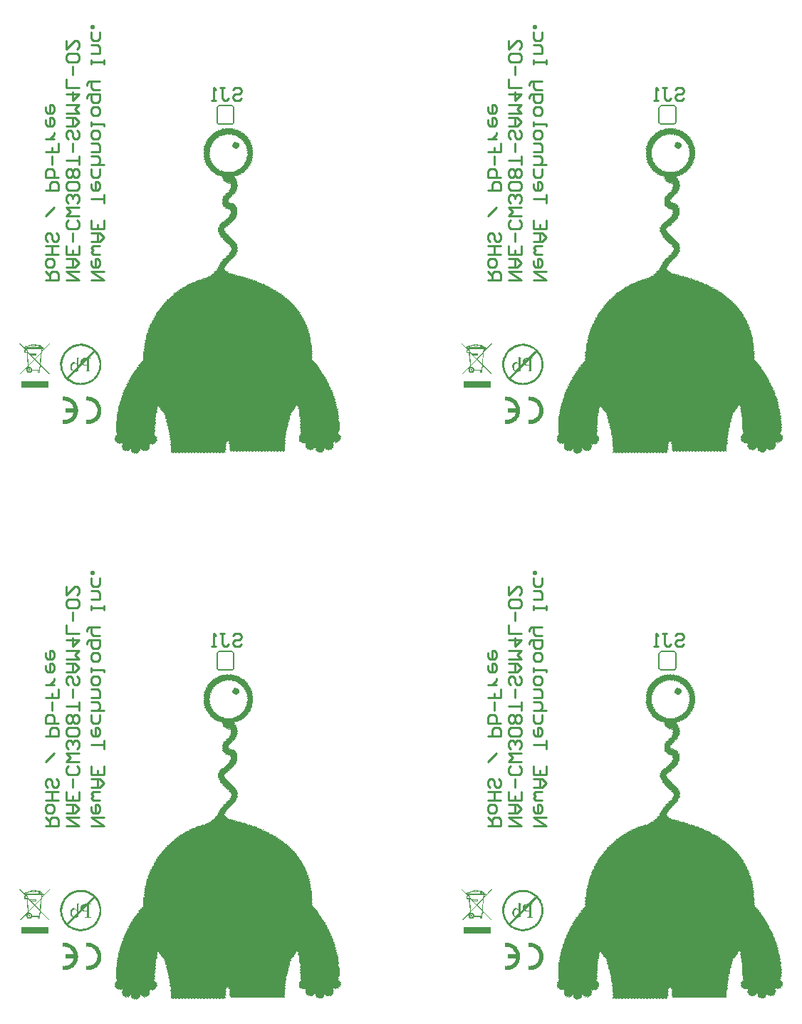
<source format=gbo>
G04 Layer_Color=32896*
%FSLAX25Y25*%
%MOIN*%
G70*
G01*
G75*
%ADD17C,0.01000*%
%ADD38C,0.00787*%
%ADD58C,0.02699*%
G36*
X341760Y425620D02*
X341976D01*
Y425404D01*
X342192D01*
Y425620D01*
X342408D01*
Y425404D01*
X342624D01*
Y425188D01*
X342840D01*
Y425404D01*
X342624D01*
Y425620D01*
X342840D01*
Y425404D01*
X343056D01*
Y425188D01*
X344567D01*
Y424972D01*
X344783D01*
Y424756D01*
X344999D01*
Y424540D01*
X345215D01*
Y424756D01*
X345431D01*
Y424540D01*
X345647D01*
Y424324D01*
X346295D01*
Y424108D01*
X346511D01*
Y423892D01*
X346727D01*
Y423676D01*
X346943D01*
Y423460D01*
X347591D01*
Y423244D01*
X347807D01*
Y423029D01*
X348023D01*
Y422813D01*
X348238D01*
Y422597D01*
X348454D01*
Y422381D01*
X348670D01*
Y422165D01*
X348886D01*
Y421949D01*
X349102D01*
Y421733D01*
X349318D01*
Y421517D01*
X349534D01*
Y421301D01*
X349750D01*
Y421085D01*
X349534D01*
Y420869D01*
X349750D01*
Y420653D01*
X349966D01*
Y420437D01*
X350182D01*
Y420221D01*
X349966D01*
Y420005D01*
X350614D01*
Y419789D01*
X350398D01*
Y419573D01*
X350614D01*
Y419357D01*
X350830D01*
Y419141D01*
X350614D01*
Y418926D01*
X350830D01*
Y418710D01*
X351046D01*
Y418494D01*
X350830D01*
Y418278D01*
X351478D01*
Y418062D01*
X351262D01*
Y417846D01*
X351478D01*
Y417630D01*
X351262D01*
Y417414D01*
X351478D01*
Y417198D01*
X351262D01*
Y416982D01*
X351478D01*
Y416766D01*
X351694D01*
Y416550D01*
X351478D01*
Y416334D01*
X351694D01*
Y416118D01*
X351478D01*
Y415902D01*
X351694D01*
Y415686D01*
X351910D01*
Y415470D01*
X351694D01*
Y415254D01*
X351910D01*
Y415038D01*
X351694D01*
Y414822D01*
X351910D01*
Y414606D01*
X351694D01*
Y414390D01*
X351910D01*
Y414175D01*
X351694D01*
Y413959D01*
X351910D01*
Y413743D01*
X351694D01*
Y413527D01*
X351910D01*
Y413311D01*
X351694D01*
Y413095D01*
X351910D01*
Y412879D01*
X351694D01*
Y412663D01*
X351478D01*
Y412447D01*
X351694D01*
Y412231D01*
X351478D01*
Y412015D01*
X351694D01*
Y411799D01*
X351478D01*
Y411583D01*
X351694D01*
Y411367D01*
X351478D01*
Y411583D01*
X351262D01*
Y411367D01*
X351478D01*
Y411151D01*
X351262D01*
Y410935D01*
X351478D01*
Y410719D01*
X351262D01*
Y410503D01*
X351478D01*
Y410287D01*
X351262D01*
Y410071D01*
X351046D01*
Y410287D01*
X350830D01*
Y410071D01*
X351046D01*
Y409855D01*
X350830D01*
Y409640D01*
X351046D01*
Y409423D01*
X350830D01*
Y409640D01*
X350614D01*
Y409423D01*
X350830D01*
Y409208D01*
X350614D01*
Y408992D01*
X350398D01*
Y408776D01*
X350614D01*
Y408560D01*
X350398D01*
Y408344D01*
X350182D01*
Y408560D01*
X349966D01*
Y408344D01*
X350182D01*
Y408128D01*
X349966D01*
Y407912D01*
X349750D01*
Y407696D01*
X349534D01*
Y407480D01*
X349750D01*
Y407264D01*
X349534D01*
Y407048D01*
X349318D01*
Y406832D01*
X349102D01*
Y406616D01*
X348886D01*
Y406400D01*
X348670D01*
Y406184D01*
X348454D01*
Y405968D01*
X348238D01*
Y405752D01*
X348023D01*
Y405536D01*
X347807D01*
Y405320D01*
X347591D01*
Y405104D01*
X347375D01*
Y404888D01*
X347159D01*
Y405104D01*
X346943D01*
Y404888D01*
X346727D01*
Y404672D01*
X346511D01*
Y404457D01*
X346295D01*
Y404672D01*
X346079D01*
Y404457D01*
X346295D01*
Y404241D01*
X346079D01*
Y404025D01*
X345863D01*
Y404241D01*
X345647D01*
Y404025D01*
X345431D01*
Y403809D01*
X345215D01*
Y404025D01*
X344999D01*
Y403809D01*
X344783D01*
Y403593D01*
X344567D01*
Y403809D01*
X344351D01*
Y403593D01*
X344567D01*
Y403377D01*
X344351D01*
Y403593D01*
X344135D01*
Y403377D01*
X343488D01*
Y403161D01*
X343272D01*
Y403377D01*
X343056D01*
Y403161D01*
X343272D01*
Y402945D01*
X342624D01*
Y402729D01*
X343272D01*
Y402513D01*
X343488D01*
Y402297D01*
X343703D01*
Y402081D01*
X343919D01*
Y401865D01*
X343703D01*
Y401649D01*
X343919D01*
Y401433D01*
X344135D01*
Y401217D01*
X343919D01*
Y401001D01*
X344567D01*
Y400785D01*
X344351D01*
Y400569D01*
Y400353D01*
Y400138D01*
X344567D01*
Y399921D01*
X344783D01*
Y399706D01*
X344567D01*
Y399490D01*
X344783D01*
Y399274D01*
X344567D01*
Y399058D01*
X344783D01*
Y398842D01*
X344567D01*
Y398626D01*
X344783D01*
Y398410D01*
X344567D01*
Y398194D01*
X344783D01*
Y397978D01*
X344567D01*
Y397762D01*
X344351D01*
Y397546D01*
X344567D01*
Y397330D01*
X344351D01*
Y397114D01*
X344135D01*
Y396898D01*
X343919D01*
Y396682D01*
X344135D01*
Y396466D01*
X343919D01*
Y396250D01*
X343703D01*
Y396034D01*
X343488D01*
Y395818D01*
X343703D01*
Y395602D01*
X343488D01*
Y395387D01*
X343272D01*
Y395602D01*
X343056D01*
Y395387D01*
X343272D01*
Y395171D01*
X343056D01*
Y394955D01*
X342840D01*
Y395171D01*
X342624D01*
Y394955D01*
X342840D01*
Y394739D01*
X342624D01*
Y394523D01*
X342408D01*
Y394739D01*
X342192D01*
Y394523D01*
X342408D01*
Y394307D01*
X342192D01*
Y394091D01*
X341976D01*
Y393875D01*
X341760D01*
Y393659D01*
X341544D01*
Y393443D01*
X341328D01*
Y393227D01*
X341112D01*
Y393011D01*
X340896D01*
Y392795D01*
X340680D01*
Y392579D01*
X340464D01*
Y392363D01*
X340248D01*
Y392147D01*
Y391931D01*
Y391715D01*
X340464D01*
Y391499D01*
X340248D01*
Y391283D01*
X340464D01*
Y391067D01*
X340680D01*
Y390851D01*
X340896D01*
Y390635D01*
X341112D01*
Y390851D01*
X340896D01*
Y391067D01*
X341112D01*
Y390851D01*
X341328D01*
Y391067D01*
X341544D01*
Y390851D01*
X341760D01*
Y390635D01*
X342840D01*
Y390420D01*
X343056D01*
Y390204D01*
X343272D01*
Y389988D01*
X343488D01*
Y389772D01*
X343703D01*
Y389556D01*
Y389340D01*
Y389124D01*
X343919D01*
Y388908D01*
X344135D01*
Y388692D01*
X344351D01*
Y388476D01*
X344567D01*
Y388260D01*
X344351D01*
Y388044D01*
X344567D01*
Y387828D01*
X344351D01*
Y387612D01*
Y387396D01*
Y387180D01*
X344567D01*
Y386964D01*
X344351D01*
Y386748D01*
Y386532D01*
Y386316D01*
X344567D01*
Y386101D01*
X344351D01*
Y385884D01*
Y385669D01*
Y385453D01*
X344567D01*
Y385237D01*
X344351D01*
Y385021D01*
X344135D01*
Y385237D01*
X343919D01*
Y385021D01*
X344135D01*
Y384805D01*
X343919D01*
Y384589D01*
X344135D01*
Y384373D01*
X343919D01*
Y384157D01*
X343703D01*
Y383941D01*
X343919D01*
Y383725D01*
X343703D01*
Y383941D01*
X343488D01*
Y383725D01*
X343703D01*
Y383509D01*
X343488D01*
Y383293D01*
X343272D01*
Y383509D01*
X343056D01*
Y383293D01*
X343272D01*
Y383077D01*
X343056D01*
Y382861D01*
X342840D01*
Y382645D01*
X342624D01*
Y382429D01*
X342408D01*
Y382213D01*
X342192D01*
Y381997D01*
X341976D01*
Y381781D01*
X341760D01*
Y381565D01*
X341544D01*
Y381349D01*
X341328D01*
Y381134D01*
X341112D01*
Y381349D01*
X340896D01*
Y381134D01*
X341112D01*
Y380918D01*
X340896D01*
Y380702D01*
X340680D01*
Y380918D01*
X340464D01*
Y380702D01*
X340680D01*
Y380486D01*
X340464D01*
Y380270D01*
X340248D01*
Y380486D01*
X340032D01*
Y380270D01*
X340248D01*
Y380054D01*
X340032D01*
Y379838D01*
X339816D01*
Y380054D01*
X339600D01*
Y379838D01*
X339384D01*
Y379622D01*
X339168D01*
Y379406D01*
X338952D01*
Y379190D01*
X338737D01*
Y378974D01*
X338521D01*
Y378758D01*
X338305D01*
Y378542D01*
X338521D01*
Y378326D01*
X338305D01*
Y378110D01*
X338521D01*
Y377894D01*
X338737D01*
Y377678D01*
X338952D01*
Y377462D01*
X338737D01*
Y377246D01*
X338952D01*
Y377030D01*
X339168D01*
Y376815D01*
X339384D01*
Y376599D01*
X339600D01*
Y376383D01*
X339816D01*
Y376167D01*
X340032D01*
Y375951D01*
X340248D01*
Y375735D01*
X340464D01*
Y375519D01*
X340680D01*
Y375303D01*
X340896D01*
Y375087D01*
X341112D01*
Y374871D01*
X341328D01*
Y374655D01*
X341544D01*
Y374439D01*
X341760D01*
Y374223D01*
X341976D01*
Y374007D01*
X342192D01*
Y373791D01*
X342408D01*
Y373575D01*
X342624D01*
Y373359D01*
X342840D01*
Y373143D01*
X343056D01*
Y372927D01*
X343272D01*
Y372711D01*
X343488D01*
Y372495D01*
X343703D01*
Y372279D01*
Y372063D01*
Y371848D01*
X343919D01*
Y371632D01*
X344567D01*
Y371416D01*
X344351D01*
Y371200D01*
Y370984D01*
Y370768D01*
X344567D01*
Y370552D01*
X344783D01*
Y370336D01*
X344567D01*
Y370120D01*
X344783D01*
Y369904D01*
X344567D01*
Y369688D01*
X344783D01*
Y369472D01*
X344567D01*
Y369256D01*
X344783D01*
Y369040D01*
X344567D01*
Y368824D01*
X344783D01*
Y368608D01*
X344567D01*
Y368392D01*
X344783D01*
Y368176D01*
X344567D01*
Y368392D01*
X344351D01*
Y368176D01*
X344567D01*
Y367960D01*
X344351D01*
Y367744D01*
X344135D01*
Y367529D01*
X343919D01*
Y367313D01*
X344135D01*
Y367096D01*
X343919D01*
Y366881D01*
X343703D01*
Y366665D01*
X343919D01*
Y366449D01*
X343703D01*
Y366665D01*
X343488D01*
Y366449D01*
X343703D01*
Y366233D01*
X343488D01*
Y366017D01*
X343272D01*
Y366233D01*
X343056D01*
Y366017D01*
X343272D01*
Y365801D01*
X343056D01*
Y365585D01*
X342840D01*
Y365369D01*
X342624D01*
Y365153D01*
X342408D01*
Y364937D01*
X342192D01*
Y364721D01*
X341976D01*
Y364505D01*
X341760D01*
Y364289D01*
X341544D01*
Y364073D01*
X341328D01*
Y363857D01*
X341112D01*
Y363641D01*
X340896D01*
Y363425D01*
X340680D01*
Y363209D01*
X340464D01*
Y362993D01*
X340248D01*
Y362777D01*
X340032D01*
Y362561D01*
X339816D01*
Y362346D01*
X339600D01*
Y362130D01*
X339384D01*
Y361914D01*
Y361698D01*
Y361482D01*
X339168D01*
Y361266D01*
X338952D01*
Y361050D01*
X338737D01*
Y360834D01*
X338952D01*
Y360618D01*
X338737D01*
Y360402D01*
X338521D01*
Y360186D01*
Y359970D01*
Y359754D01*
X338737D01*
Y359538D01*
X338952D01*
Y359322D01*
X339168D01*
Y359106D01*
X339384D01*
Y358890D01*
X339600D01*
Y358674D01*
X340248D01*
Y358458D01*
X340464D01*
Y358242D01*
X340680D01*
Y358027D01*
X340896D01*
Y357810D01*
X341112D01*
Y358027D01*
X340896D01*
Y358242D01*
X341112D01*
Y358027D01*
X341328D01*
Y357810D01*
X342408D01*
Y357595D01*
X342624D01*
Y357379D01*
X342840D01*
Y357595D01*
X343056D01*
Y357379D01*
X343272D01*
Y357595D01*
X343488D01*
Y357379D01*
X343703D01*
Y357163D01*
X343919D01*
Y357379D01*
X344135D01*
Y357163D01*
X344351D01*
Y356947D01*
X345431D01*
Y356731D01*
X345647D01*
Y356515D01*
X345863D01*
Y356731D01*
X346079D01*
Y356515D01*
X346295D01*
Y356731D01*
X346511D01*
Y356515D01*
X346727D01*
Y356299D01*
X346943D01*
Y356083D01*
X347159D01*
Y356299D01*
X346943D01*
Y356515D01*
X347159D01*
Y356299D01*
X347375D01*
Y356083D01*
X348454D01*
Y355867D01*
X348670D01*
Y355651D01*
X348886D01*
Y355867D01*
X349102D01*
Y355651D01*
X349318D01*
Y355435D01*
X349534D01*
Y355219D01*
X349750D01*
Y355435D01*
X349534D01*
Y355651D01*
X349750D01*
Y355435D01*
X349966D01*
Y355651D01*
X350182D01*
Y355435D01*
X350398D01*
Y355219D01*
X351478D01*
Y355003D01*
X351694D01*
Y354787D01*
X351910D01*
Y354571D01*
X352126D01*
Y354355D01*
X352342D01*
Y354571D01*
X352126D01*
Y354787D01*
X352342D01*
Y354571D01*
X352558D01*
Y354355D01*
X353637D01*
Y354139D01*
X353853D01*
Y353923D01*
X354501D01*
Y353707D01*
X354717D01*
Y353491D01*
X354933D01*
Y353707D01*
X354717D01*
Y353923D01*
X354933D01*
Y353707D01*
X355149D01*
Y353491D01*
X355797D01*
Y353275D01*
X356013D01*
Y353060D01*
X356229D01*
Y352844D01*
X356445D01*
Y352628D01*
X356661D01*
Y352844D01*
X356445D01*
Y353060D01*
X356661D01*
Y352844D01*
X356877D01*
Y352628D01*
X357524D01*
Y352412D01*
X357740D01*
Y352196D01*
X357956D01*
Y352412D01*
X358172D01*
Y352196D01*
X358388D01*
Y351980D01*
X358604D01*
Y351764D01*
X359252D01*
Y351548D01*
X359468D01*
Y351332D01*
X359684D01*
Y351548D01*
X359900D01*
Y351332D01*
X360116D01*
Y351116D01*
X360332D01*
Y350900D01*
X360980D01*
Y350684D01*
X361196D01*
Y350468D01*
X361412D01*
Y350252D01*
X361628D01*
Y350036D01*
X361844D01*
Y350252D01*
X361628D01*
Y350468D01*
X361844D01*
Y350252D01*
X362059D01*
Y350036D01*
X362707D01*
Y349820D01*
X362491D01*
Y349604D01*
X363139D01*
Y349388D01*
X363355D01*
Y349172D01*
X363571D01*
Y348956D01*
X363787D01*
Y348741D01*
X364003D01*
Y348956D01*
X364219D01*
Y348741D01*
X364435D01*
Y348524D01*
X364651D01*
Y348309D01*
X365299D01*
Y348093D01*
X365083D01*
Y347877D01*
X365731D01*
Y347661D01*
X365947D01*
Y347445D01*
X366163D01*
Y347229D01*
X366379D01*
Y347013D01*
X366595D01*
Y346797D01*
X366810D01*
Y346581D01*
X367458D01*
Y346365D01*
X367674D01*
Y346149D01*
X367890D01*
Y345933D01*
X368106D01*
Y345717D01*
X368322D01*
Y345501D01*
X368538D01*
Y345285D01*
X368754D01*
Y345069D01*
X368970D01*
Y344853D01*
X369186D01*
Y344637D01*
X369402D01*
Y344421D01*
X369618D01*
Y344205D01*
X369834D01*
Y343989D01*
X370050D01*
Y343774D01*
X370266D01*
Y343558D01*
X370482D01*
Y343342D01*
X370698D01*
Y343126D01*
X370914D01*
Y342910D01*
X371130D01*
Y342694D01*
X371346D01*
Y342478D01*
X371562D01*
Y342262D01*
X371778D01*
Y342046D01*
X371993D01*
Y341830D01*
X372209D01*
Y341614D01*
X372425D01*
Y341398D01*
Y341182D01*
Y340966D01*
X372641D01*
Y340750D01*
X372857D01*
Y340534D01*
X373073D01*
Y340318D01*
X373289D01*
Y340102D01*
X373505D01*
Y339886D01*
Y339670D01*
X373937D01*
Y339454D01*
X373721D01*
Y339239D01*
X373937D01*
Y339022D01*
X374153D01*
Y338807D01*
X374369D01*
Y338591D01*
Y338375D01*
Y338159D01*
X374585D01*
Y337943D01*
X374801D01*
Y337727D01*
X374585D01*
Y337511D01*
X375233D01*
Y337295D01*
Y337079D01*
Y336863D01*
X375449D01*
Y336647D01*
X375665D01*
Y336431D01*
X375449D01*
Y336215D01*
X375665D01*
Y335999D01*
X375881D01*
Y335783D01*
X376097D01*
Y335567D01*
Y335351D01*
Y335135D01*
X376312D01*
Y334919D01*
X376528D01*
Y334703D01*
X376312D01*
Y334488D01*
X376528D01*
Y334272D01*
X376312D01*
Y334056D01*
X376744D01*
Y333840D01*
Y333624D01*
X376960D01*
Y333408D01*
X377176D01*
Y333192D01*
X376960D01*
Y332976D01*
Y332760D01*
X377392D01*
Y332544D01*
X377176D01*
Y332328D01*
X377392D01*
Y332112D01*
X377608D01*
Y331896D01*
Y331680D01*
Y331464D01*
X377824D01*
Y331248D01*
Y331032D01*
Y330816D01*
X378040D01*
Y330600D01*
X377824D01*
Y330384D01*
Y330168D01*
X378256D01*
Y329953D01*
X378040D01*
Y329736D01*
X378256D01*
Y329521D01*
X378040D01*
Y329305D01*
X378256D01*
Y329089D01*
X378472D01*
Y328873D01*
X378688D01*
Y328657D01*
X378472D01*
Y328441D01*
Y328225D01*
Y328009D01*
X378688D01*
Y327793D01*
Y327577D01*
Y327361D01*
X378904D01*
Y327145D01*
X378688D01*
Y326929D01*
Y326713D01*
Y326497D01*
X378904D01*
Y326281D01*
X379120D01*
Y326065D01*
X378904D01*
Y325849D01*
X379120D01*
Y325633D01*
X378904D01*
Y325417D01*
X379120D01*
Y325202D01*
X378904D01*
Y324986D01*
X379120D01*
Y324770D01*
Y324554D01*
X379552D01*
Y324338D01*
X379336D01*
Y324122D01*
Y323906D01*
Y323690D01*
X379552D01*
Y323474D01*
X379336D01*
Y323258D01*
Y323042D01*
Y322826D01*
X379552D01*
Y322610D01*
X379336D01*
Y322394D01*
Y322178D01*
Y321962D01*
Y321746D01*
Y321530D01*
X379552D01*
Y321314D01*
X379768D01*
Y321098D01*
X379552D01*
Y320882D01*
Y320666D01*
Y320450D01*
X379768D01*
Y320235D01*
X379552D01*
Y320019D01*
Y319803D01*
Y319587D01*
X379768D01*
Y319371D01*
X379552D01*
Y319155D01*
Y318939D01*
Y318723D01*
X379768D01*
Y318507D01*
X379552D01*
Y318291D01*
Y318075D01*
Y317859D01*
X379768D01*
Y317643D01*
X379552D01*
Y317427D01*
X379768D01*
Y317211D01*
X379984D01*
Y316995D01*
X380200D01*
Y316779D01*
X380416D01*
Y316563D01*
X380632D01*
Y316347D01*
X380848D01*
Y316131D01*
X381064D01*
Y315915D01*
X381279D01*
Y315700D01*
Y315484D01*
X381711D01*
Y315268D01*
Y315052D01*
X381927D01*
Y314836D01*
Y314620D01*
X382143D01*
Y314404D01*
X382359D01*
Y314188D01*
X382575D01*
Y313972D01*
X382791D01*
Y313756D01*
Y313540D01*
Y313324D01*
X383007D01*
Y313108D01*
X383223D01*
Y312892D01*
X383439D01*
Y312676D01*
Y312460D01*
X383871D01*
Y312244D01*
Y312028D01*
Y311812D01*
X384087D01*
Y311596D01*
X384303D01*
Y311381D01*
X384519D01*
Y311164D01*
Y310948D01*
Y310733D01*
X384735D01*
Y310517D01*
X384951D01*
Y310301D01*
X385167D01*
Y310085D01*
Y309869D01*
X385598D01*
Y309653D01*
X385383D01*
Y309437D01*
X385598D01*
Y309221D01*
X385814D01*
Y309005D01*
X386030D01*
Y308789D01*
X385814D01*
Y308573D01*
X386030D01*
Y308357D01*
X386246D01*
Y308141D01*
X386462D01*
Y307925D01*
Y307709D01*
Y307493D01*
X386678D01*
Y307277D01*
X386894D01*
Y307061D01*
X386678D01*
Y306845D01*
X386894D01*
Y306629D01*
X387110D01*
Y306414D01*
X387326D01*
Y306198D01*
Y305982D01*
Y305766D01*
X387542D01*
Y305550D01*
X387758D01*
Y305334D01*
X387542D01*
Y305118D01*
X387758D01*
Y304902D01*
X387974D01*
Y304686D01*
X388190D01*
Y304470D01*
Y304254D01*
Y304038D01*
X388406D01*
Y303822D01*
X388190D01*
Y303606D01*
X388406D01*
Y303390D01*
X388622D01*
Y303174D01*
Y302958D01*
X389054D01*
Y302742D01*
X388838D01*
Y302526D01*
X389054D01*
Y302310D01*
X389270D01*
Y302094D01*
X389054D01*
Y301878D01*
X389270D01*
Y301662D01*
X389486D01*
Y301447D01*
X389270D01*
Y301231D01*
X389486D01*
Y301015D01*
X389270D01*
Y300799D01*
X389486D01*
Y300583D01*
X389702D01*
Y300367D01*
X389918D01*
Y300151D01*
X389702D01*
Y299935D01*
X389918D01*
Y299719D01*
X390134D01*
Y299503D01*
X389918D01*
Y299287D01*
X390134D01*
Y299071D01*
X390350D01*
Y298855D01*
X390134D01*
Y298639D01*
X390350D01*
Y298423D01*
X390134D01*
Y298207D01*
X390350D01*
Y297991D01*
X390565D01*
Y297775D01*
X390781D01*
Y297559D01*
X390565D01*
Y297343D01*
X390781D01*
Y297128D01*
X390565D01*
Y296912D01*
X390781D01*
Y296696D01*
X390997D01*
Y296480D01*
X390781D01*
Y296264D01*
X390997D01*
Y296048D01*
X390781D01*
Y295832D01*
X390997D01*
Y295616D01*
X391213D01*
Y295400D01*
X390997D01*
Y295184D01*
X391213D01*
Y294968D01*
X390997D01*
Y294752D01*
X391213D01*
Y294536D01*
X391429D01*
Y294320D01*
X391645D01*
Y294104D01*
X391429D01*
Y293888D01*
X391645D01*
Y293672D01*
X391429D01*
Y293456D01*
X391645D01*
Y293240D01*
X391429D01*
Y293024D01*
X391645D01*
Y292808D01*
X391861D01*
Y292593D01*
X391645D01*
Y292376D01*
X391861D01*
Y292161D01*
X391645D01*
Y291945D01*
X391861D01*
Y291729D01*
X391645D01*
Y291513D01*
X391861D01*
Y291297D01*
X392077D01*
Y291081D01*
Y290865D01*
Y290649D01*
X391861D01*
Y290433D01*
X392077D01*
Y290217D01*
X391861D01*
Y290001D01*
X392077D01*
Y289785D01*
X391861D01*
Y289569D01*
X392077D01*
Y289353D01*
X391861D01*
Y289137D01*
X392077D01*
Y288921D01*
X391861D01*
Y288705D01*
X392077D01*
Y288489D01*
X392293D01*
Y288273D01*
X392509D01*
Y288057D01*
X392293D01*
Y287842D01*
X392509D01*
Y287626D01*
X392293D01*
Y287410D01*
X392509D01*
Y287194D01*
X392293D01*
Y286978D01*
X392509D01*
Y286762D01*
X392293D01*
Y286546D01*
X392509D01*
Y286330D01*
X392293D01*
Y286114D01*
X392509D01*
Y285898D01*
X392293D01*
Y285682D01*
X392509D01*
Y285466D01*
X392293D01*
Y285250D01*
X392509D01*
Y285034D01*
X392293D01*
Y284818D01*
X392509D01*
Y284602D01*
X392293D01*
Y284386D01*
X392077D01*
Y284170D01*
X391861D01*
Y283954D01*
X392077D01*
Y283738D01*
X391861D01*
Y283522D01*
X392077D01*
Y283307D01*
X391861D01*
Y283090D01*
X391645D01*
Y282874D01*
X391861D01*
Y282659D01*
X392077D01*
Y282443D01*
X392293D01*
Y282227D01*
X392509D01*
Y282011D01*
X392725D01*
Y281795D01*
X392941D01*
Y281579D01*
X392725D01*
Y281363D01*
X392941D01*
Y281147D01*
X392725D01*
Y280931D01*
X392941D01*
Y280715D01*
Y280499D01*
Y280283D01*
X392725D01*
Y280067D01*
X392509D01*
Y279851D01*
X392725D01*
Y279635D01*
X392509D01*
Y279851D01*
X392293D01*
Y279635D01*
X392509D01*
Y279419D01*
X391861D01*
Y279203D01*
X392077D01*
Y278987D01*
X391429D01*
Y278771D01*
X391213D01*
Y278987D01*
X390997D01*
Y278771D01*
X390781D01*
Y278555D01*
X390134D01*
Y278771D01*
X389918D01*
Y278987D01*
X389702D01*
Y278771D01*
X389486D01*
Y278555D01*
X389270D01*
Y278340D01*
X389486D01*
Y278123D01*
Y277908D01*
X389918D01*
Y277692D01*
X389702D01*
Y277476D01*
X389486D01*
Y277260D01*
X389270D01*
Y277044D01*
X389486D01*
Y276828D01*
X389270D01*
Y276612D01*
X389486D01*
Y276396D01*
X389270D01*
Y276180D01*
X389054D01*
Y275964D01*
X388838D01*
Y275748D01*
X388622D01*
Y275532D01*
X388406D01*
Y275316D01*
X388190D01*
Y275532D01*
X387974D01*
Y275316D01*
X387758D01*
Y275532D01*
X387542D01*
Y275316D01*
X387326D01*
Y275100D01*
X386678D01*
Y275316D01*
X386462D01*
Y275532D01*
X386246D01*
Y275316D01*
X386030D01*
Y275532D01*
X385814D01*
Y275748D01*
X385598D01*
Y275964D01*
X385383D01*
Y275748D01*
X385167D01*
Y275532D01*
X384951D01*
Y275316D01*
X385167D01*
Y275100D01*
X384951D01*
Y274884D01*
X384735D01*
Y274668D01*
X384519D01*
Y274452D01*
X384303D01*
Y274236D01*
X382359D01*
Y274452D01*
X382143D01*
Y274668D01*
X381927D01*
Y274452D01*
X381711D01*
Y274668D01*
X381495D01*
Y274884D01*
X381279D01*
Y275100D01*
X381064D01*
Y275316D01*
Y275532D01*
Y275748D01*
X381279D01*
Y275964D01*
X381064D01*
Y276180D01*
X380848D01*
Y276396D01*
X380632D01*
Y276180D01*
X380416D01*
Y275964D01*
X380200D01*
Y275748D01*
X379984D01*
Y275532D01*
X379768D01*
Y275316D01*
X379552D01*
Y275532D01*
X379336D01*
Y275316D01*
X379120D01*
Y275100D01*
X378472D01*
Y275316D01*
X378256D01*
Y275532D01*
X378040D01*
Y275316D01*
X377824D01*
Y275532D01*
X377608D01*
Y275748D01*
X377392D01*
Y275532D01*
X377176D01*
Y275748D01*
X376960D01*
Y275964D01*
X376744D01*
Y276180D01*
Y276396D01*
Y276612D01*
X376528D01*
Y276828D01*
X376312D01*
Y277044D01*
X376528D01*
Y277260D01*
X376312D01*
Y277476D01*
X376528D01*
Y277692D01*
X376312D01*
Y277908D01*
X376528D01*
Y278123D01*
X376312D01*
Y278340D01*
X376528D01*
Y278555D01*
X374585D01*
Y278771D01*
X374369D01*
Y278987D01*
X374153D01*
Y279203D01*
X373937D01*
Y278987D01*
X373721D01*
Y279203D01*
X373505D01*
Y279419D01*
Y279635D01*
Y279851D01*
X373289D01*
Y280067D01*
Y280283D01*
Y280499D01*
X373505D01*
Y280715D01*
X373289D01*
Y280931D01*
Y281147D01*
Y281363D01*
Y281579D01*
Y281795D01*
X373505D01*
Y282011D01*
X373721D01*
Y282227D01*
X373937D01*
Y282443D01*
X373721D01*
Y282659D01*
X374369D01*
Y282874D01*
X374153D01*
Y283090D01*
X374369D01*
Y283307D01*
X374153D01*
Y283522D01*
Y283738D01*
Y283954D01*
Y284170D01*
Y284386D01*
Y284602D01*
Y284818D01*
X373937D01*
Y285034D01*
X373721D01*
Y285250D01*
X373937D01*
Y285466D01*
X373721D01*
Y285682D01*
X373937D01*
Y285898D01*
X373721D01*
Y286114D01*
X373937D01*
Y286330D01*
X373721D01*
Y286546D01*
X373937D01*
Y286762D01*
X373721D01*
Y286978D01*
X373937D01*
Y287194D01*
X373721D01*
Y287410D01*
X373937D01*
Y287626D01*
X373721D01*
Y287842D01*
X373937D01*
Y288057D01*
X373721D01*
Y288273D01*
X373937D01*
Y288489D01*
X373721D01*
Y288705D01*
X373937D01*
Y288921D01*
X373721D01*
Y289137D01*
X373937D01*
Y289353D01*
X373721D01*
Y289569D01*
X373937D01*
Y289785D01*
X373721D01*
Y290001D01*
X373937D01*
Y290217D01*
X373721D01*
Y290433D01*
X373937D01*
Y290649D01*
X373721D01*
Y290865D01*
X373505D01*
Y291081D01*
Y291297D01*
Y291513D01*
Y291729D01*
Y291945D01*
Y292161D01*
Y292376D01*
X373721D01*
Y292593D01*
X373505D01*
Y292808D01*
X373289D01*
Y293024D01*
Y293240D01*
Y293456D01*
Y293672D01*
Y293888D01*
Y294104D01*
Y294320D01*
X373073D01*
Y294536D01*
X372857D01*
Y294752D01*
X373073D01*
Y294968D01*
X372857D01*
Y295184D01*
X373073D01*
Y295400D01*
X372857D01*
Y295616D01*
X373073D01*
Y295832D01*
X372857D01*
Y296048D01*
X372641D01*
Y296264D01*
X372425D01*
Y296048D01*
X372641D01*
Y295832D01*
X372425D01*
Y296048D01*
X372209D01*
Y295832D01*
X371993D01*
Y295616D01*
X371778D01*
Y295400D01*
Y295184D01*
Y294968D01*
X371562D01*
Y294752D01*
X371346D01*
Y294536D01*
X371130D01*
Y294320D01*
X370914D01*
Y294104D01*
Y293888D01*
Y293672D01*
X370482D01*
Y293456D01*
Y293240D01*
X370050D01*
Y293024D01*
Y292808D01*
X369618D01*
Y292593D01*
Y292376D01*
X369402D01*
Y292161D01*
X369618D01*
Y291945D01*
X369402D01*
Y291729D01*
X369618D01*
Y291513D01*
X369186D01*
Y291297D01*
Y291081D01*
Y290865D01*
Y290649D01*
Y290433D01*
Y290217D01*
X368970D01*
Y290001D01*
Y289785D01*
Y289569D01*
Y289353D01*
Y289137D01*
X368754D01*
Y289353D01*
X368538D01*
Y289137D01*
X368754D01*
Y288921D01*
X368538D01*
Y288705D01*
X368754D01*
Y288489D01*
X368538D01*
Y288273D01*
X368754D01*
Y288057D01*
X368322D01*
Y287842D01*
Y287626D01*
X368106D01*
Y287410D01*
X368322D01*
Y287194D01*
Y286978D01*
Y286762D01*
X368106D01*
Y286546D01*
Y286330D01*
Y286114D01*
Y285898D01*
Y285682D01*
X367890D01*
Y285466D01*
X367674D01*
Y285250D01*
X367890D01*
Y285034D01*
X367674D01*
Y284818D01*
X367890D01*
Y284602D01*
X367674D01*
Y284386D01*
X367458D01*
Y284170D01*
X367242D01*
Y283954D01*
X367458D01*
Y283738D01*
Y283522D01*
Y283307D01*
X367242D01*
Y283090D01*
X367458D01*
Y282874D01*
Y282659D01*
Y282443D01*
X367242D01*
Y282227D01*
Y282011D01*
Y281795D01*
Y281579D01*
Y281363D01*
Y281147D01*
Y280931D01*
X367026D01*
Y280715D01*
X366810D01*
Y280499D01*
X367026D01*
Y280283D01*
X366810D01*
Y280067D01*
X367026D01*
Y279851D01*
X366810D01*
Y279635D01*
X367026D01*
Y279419D01*
X366810D01*
Y279203D01*
X367026D01*
Y278987D01*
X366810D01*
Y278771D01*
X367026D01*
Y278555D01*
X366810D01*
Y278340D01*
X367026D01*
Y278123D01*
X366810D01*
Y277908D01*
X366595D01*
Y277692D01*
Y277476D01*
Y277260D01*
X366379D01*
Y277044D01*
X366595D01*
Y276828D01*
Y276612D01*
Y276396D01*
Y276180D01*
Y275964D01*
Y275748D01*
Y275532D01*
X366379D01*
Y275316D01*
X366595D01*
Y275100D01*
Y274884D01*
Y274668D01*
X366379D01*
Y274452D01*
X366163D01*
Y274668D01*
X365947D01*
Y274452D01*
X365731D01*
Y274668D01*
X365515D01*
Y274452D01*
X365299D01*
Y274668D01*
X365083D01*
Y274452D01*
X364867D01*
Y274668D01*
X364651D01*
Y274452D01*
X364435D01*
Y274668D01*
X364219D01*
Y274452D01*
X364003D01*
Y274668D01*
X363787D01*
Y274452D01*
X363571D01*
Y274668D01*
X363355D01*
Y274452D01*
X363139D01*
Y274668D01*
X362923D01*
Y274452D01*
X362707D01*
Y274668D01*
X362491D01*
Y274452D01*
X362276D01*
Y274668D01*
X362059D01*
Y274452D01*
X361844D01*
Y274668D01*
X361628D01*
Y274452D01*
X361412D01*
Y274668D01*
X361196D01*
Y274452D01*
X360980D01*
Y274668D01*
X360764D01*
Y274452D01*
X360548D01*
Y274668D01*
X360332D01*
Y274452D01*
X360116D01*
Y274668D01*
X359900D01*
Y274452D01*
X359684D01*
Y274668D01*
X359468D01*
Y274452D01*
X359252D01*
Y274668D01*
X359036D01*
Y274452D01*
X358820D01*
Y274668D01*
X358604D01*
Y274452D01*
X358388D01*
Y274668D01*
X358172D01*
Y274452D01*
X357956D01*
Y274668D01*
X357740D01*
Y274452D01*
X357524D01*
Y274668D01*
X357309D01*
Y274452D01*
X357093D01*
Y274668D01*
X356877D01*
Y274452D01*
X356661D01*
Y274668D01*
X356445D01*
Y274452D01*
X356229D01*
Y274668D01*
X356013D01*
Y274452D01*
X355797D01*
Y274668D01*
X355581D01*
Y274452D01*
X355365D01*
Y274668D01*
X355149D01*
Y274452D01*
X354933D01*
Y274668D01*
X354717D01*
Y274452D01*
X354501D01*
Y274668D01*
X354285D01*
Y274452D01*
X354069D01*
Y274668D01*
X353853D01*
Y274452D01*
X353637D01*
Y274668D01*
X353421D01*
Y274452D01*
X353205D01*
Y274668D01*
X352990D01*
Y274452D01*
X352773D01*
Y274668D01*
X352558D01*
Y274452D01*
X352342D01*
Y274668D01*
X352126D01*
Y274452D01*
X351910D01*
Y274668D01*
X351694D01*
Y274452D01*
X351478D01*
Y274668D01*
X351262D01*
Y274452D01*
X351046D01*
Y274668D01*
X350830D01*
Y274452D01*
X350614D01*
Y274668D01*
X350398D01*
Y274452D01*
X350182D01*
Y274668D01*
X349966D01*
Y274452D01*
X349750D01*
Y274668D01*
X349534D01*
Y274452D01*
X349318D01*
Y274668D01*
X349102D01*
Y274452D01*
X348886D01*
Y274668D01*
X348670D01*
Y274452D01*
X348454D01*
Y274668D01*
X348238D01*
Y274452D01*
X348023D01*
Y274668D01*
X347807D01*
Y274452D01*
X347591D01*
Y274668D01*
X347375D01*
Y274452D01*
X347159D01*
Y274668D01*
X346943D01*
Y274452D01*
X346727D01*
Y274668D01*
X346511D01*
Y274452D01*
X346295D01*
Y274668D01*
X346079D01*
Y274452D01*
X345863D01*
Y274668D01*
X345647D01*
Y274452D01*
X345431D01*
Y274668D01*
X345215D01*
Y274452D01*
X344999D01*
Y274668D01*
X344783D01*
Y274452D01*
X344567D01*
Y274668D01*
X344351D01*
Y274452D01*
X344135D01*
Y274668D01*
X343919D01*
Y274452D01*
X343703D01*
Y274668D01*
X343488D01*
Y274452D01*
X343272D01*
Y274668D01*
X343056D01*
Y274452D01*
X342840D01*
Y274668D01*
X342624D01*
Y274452D01*
X342408D01*
Y274668D01*
X342192D01*
Y274452D01*
X341976D01*
Y274668D01*
X341760D01*
Y274452D01*
X341544D01*
Y274668D01*
X341328D01*
Y274884D01*
X341112D01*
Y275100D01*
Y275316D01*
Y275532D01*
X340896D01*
Y275748D01*
X341112D01*
Y275964D01*
X340896D01*
Y276180D01*
Y276396D01*
Y276612D01*
X341112D01*
Y276828D01*
X340896D01*
Y277044D01*
Y277260D01*
Y277476D01*
X341112D01*
Y277692D01*
X340896D01*
Y277908D01*
Y278123D01*
Y278340D01*
X340680D01*
Y278555D01*
X340464D01*
Y278771D01*
X340680D01*
Y278987D01*
X340464D01*
Y279203D01*
X340248D01*
Y279419D01*
X340032D01*
Y279203D01*
X340248D01*
Y278987D01*
X340032D01*
Y279203D01*
X339816D01*
Y278987D01*
X339600D01*
Y279203D01*
X339384D01*
Y278987D01*
Y278771D01*
Y278555D01*
X339168D01*
Y278340D01*
X339384D01*
Y278123D01*
X339168D01*
Y277908D01*
Y277692D01*
Y277476D01*
X339384D01*
Y277260D01*
X339168D01*
Y277044D01*
Y276828D01*
Y276612D01*
X339384D01*
Y276396D01*
X339168D01*
Y276180D01*
Y275964D01*
Y275748D01*
X339384D01*
Y275532D01*
X339168D01*
Y275316D01*
X338952D01*
Y275532D01*
X338737D01*
Y275316D01*
X338952D01*
Y275100D01*
X338737D01*
Y274884D01*
X338952D01*
Y274668D01*
X338737D01*
Y274452D01*
X338952D01*
Y274236D01*
X338737D01*
Y274020D01*
X338521D01*
Y273804D01*
X338305D01*
Y274020D01*
X338089D01*
Y273804D01*
X337873D01*
Y274020D01*
X337657D01*
Y273804D01*
X337441D01*
Y274020D01*
X337225D01*
Y273804D01*
X337009D01*
Y274020D01*
X336793D01*
Y273804D01*
X336577D01*
Y274020D01*
X336361D01*
Y273804D01*
X336145D01*
Y274020D01*
X335929D01*
Y273804D01*
X335713D01*
Y274020D01*
X335497D01*
Y273804D01*
X335281D01*
Y274020D01*
X335065D01*
Y273804D01*
X334849D01*
Y274020D01*
X334633D01*
Y273804D01*
X334417D01*
Y274020D01*
X334202D01*
Y273804D01*
X333985D01*
Y274020D01*
X333770D01*
Y273804D01*
X333554D01*
Y274020D01*
X333338D01*
Y273804D01*
X333122D01*
Y274020D01*
X332906D01*
Y273804D01*
X332690D01*
Y274020D01*
X332474D01*
Y273804D01*
X332258D01*
Y274020D01*
X332042D01*
Y273804D01*
X331826D01*
Y274020D01*
X331610D01*
Y273804D01*
X331394D01*
Y274020D01*
X331178D01*
Y273804D01*
X330962D01*
Y274020D01*
X330746D01*
Y273804D01*
X330530D01*
Y274020D01*
X330314D01*
Y273804D01*
X330098D01*
Y274020D01*
X329882D01*
Y273804D01*
X329666D01*
Y274020D01*
X329450D01*
Y273804D01*
X329235D01*
Y274020D01*
X329019D01*
Y273804D01*
X328803D01*
Y274020D01*
X328587D01*
Y273804D01*
X328371D01*
Y274020D01*
X328155D01*
Y273804D01*
X327939D01*
Y274020D01*
X327723D01*
Y273804D01*
X327507D01*
Y274020D01*
X327291D01*
Y273804D01*
X327075D01*
Y274020D01*
X326859D01*
Y273804D01*
X326643D01*
Y274020D01*
X326427D01*
Y273804D01*
X326211D01*
Y274020D01*
X325995D01*
Y273804D01*
X325779D01*
Y274020D01*
X325563D01*
Y273804D01*
X325347D01*
Y274020D01*
X325131D01*
Y273804D01*
X324916D01*
Y274020D01*
X324699D01*
Y273804D01*
X324484D01*
Y274020D01*
X324268D01*
Y273804D01*
X324052D01*
Y274020D01*
X323836D01*
Y273804D01*
X323620D01*
Y274020D01*
X323404D01*
Y273804D01*
X323188D01*
Y274020D01*
X322972D01*
Y273804D01*
X322756D01*
Y274020D01*
X322540D01*
Y273804D01*
X322324D01*
Y274020D01*
X322108D01*
Y273804D01*
X321892D01*
Y274020D01*
X321676D01*
Y273804D01*
X321460D01*
Y274020D01*
X321244D01*
Y273804D01*
X321028D01*
Y274020D01*
X320812D01*
Y273804D01*
X320596D01*
Y274020D01*
X320380D01*
Y273804D01*
X320164D01*
Y274020D01*
X319949D01*
Y273804D01*
X319733D01*
Y274020D01*
X319517D01*
Y273804D01*
X319301D01*
Y274020D01*
X319085D01*
Y273804D01*
X318869D01*
Y274020D01*
X318653D01*
Y273804D01*
X318437D01*
Y274020D01*
X318221D01*
Y273804D01*
X318005D01*
Y274020D01*
X317789D01*
Y273804D01*
X317573D01*
Y274020D01*
X317357D01*
Y273804D01*
X317141D01*
Y274020D01*
X316925D01*
Y273804D01*
X316709D01*
Y274020D01*
X316493D01*
Y273804D01*
X316277D01*
Y274020D01*
X316061D01*
Y273804D01*
X315845D01*
Y274020D01*
X315629D01*
Y273804D01*
X315413D01*
Y274020D01*
X315198D01*
Y273804D01*
X314982D01*
Y274020D01*
X314766D01*
Y273804D01*
X314550D01*
Y274020D01*
X314334D01*
Y273804D01*
X314118D01*
Y274020D01*
X313902D01*
Y273804D01*
X313686D01*
Y274020D01*
X313470D01*
Y274236D01*
X313254D01*
Y274452D01*
X313470D01*
Y274668D01*
X313254D01*
Y274884D01*
X313470D01*
Y275100D01*
Y275316D01*
Y275532D01*
X313254D01*
Y275748D01*
X313470D01*
Y275964D01*
X313254D01*
Y276180D01*
X313470D01*
Y276396D01*
X313254D01*
Y276612D01*
X313470D01*
Y276828D01*
X313254D01*
Y277044D01*
X313038D01*
Y277260D01*
X313254D01*
Y277476D01*
X313038D01*
Y277692D01*
X313254D01*
Y277908D01*
X313038D01*
Y278123D01*
X313254D01*
Y278340D01*
Y278555D01*
Y278771D01*
X313038D01*
Y278987D01*
X313254D01*
Y279203D01*
Y279419D01*
Y279635D01*
X313038D01*
Y279851D01*
X312822D01*
Y280067D01*
X313038D01*
Y280283D01*
X312822D01*
Y280499D01*
X313038D01*
Y280715D01*
X312822D01*
Y280931D01*
X313038D01*
Y281147D01*
X312822D01*
Y281363D01*
X313038D01*
Y281579D01*
X312822D01*
Y281795D01*
X313038D01*
Y282011D01*
X312606D01*
Y282227D01*
Y282443D01*
X312390D01*
Y282659D01*
X312606D01*
Y282874D01*
Y283090D01*
Y283307D01*
X312390D01*
Y283522D01*
Y283738D01*
Y283954D01*
X312174D01*
Y284170D01*
X312390D01*
Y284386D01*
Y284602D01*
Y284818D01*
X312174D01*
Y285034D01*
X311958D01*
Y285250D01*
X312174D01*
Y285466D01*
X311958D01*
Y285682D01*
X312174D01*
Y285898D01*
X311958D01*
Y286114D01*
X312174D01*
Y286330D01*
X311742D01*
Y286546D01*
Y286762D01*
X311526D01*
Y286978D01*
X311742D01*
Y287194D01*
Y287410D01*
Y287626D01*
X311526D01*
Y287842D01*
X311310D01*
Y288057D01*
X311526D01*
Y288273D01*
X311310D01*
Y288489D01*
X311094D01*
Y288705D01*
X311310D01*
Y288921D01*
X311094D01*
Y289137D01*
X311310D01*
Y289353D01*
X311094D01*
Y289569D01*
X311310D01*
Y289785D01*
X310878D01*
Y290001D01*
Y290217D01*
X310663D01*
Y290433D01*
X310878D01*
Y290649D01*
X310663D01*
Y290865D01*
X310878D01*
Y291081D01*
X310663D01*
Y291297D01*
X310447D01*
Y291513D01*
X310663D01*
Y291729D01*
X310447D01*
Y291945D01*
X310231D01*
Y292161D01*
X310447D01*
Y292376D01*
X310015D01*
Y292593D01*
Y292808D01*
X309799D01*
Y293024D01*
X309583D01*
Y293240D01*
X309367D01*
Y293456D01*
X309151D01*
Y293672D01*
X308935D01*
Y293888D01*
X308719D01*
Y294104D01*
X308503D01*
Y294320D01*
X308719D01*
Y294536D01*
X308503D01*
Y294752D01*
X308287D01*
Y294968D01*
X308071D01*
Y295184D01*
X307855D01*
Y295400D01*
X307639D01*
Y295616D01*
X307855D01*
Y295832D01*
X307207D01*
Y295616D01*
X307423D01*
Y295400D01*
X307207D01*
Y295184D01*
X306991D01*
Y294968D01*
X307207D01*
Y294752D01*
X306991D01*
Y294536D01*
X307207D01*
Y294320D01*
X306991D01*
Y294104D01*
X306775D01*
Y293888D01*
X306991D01*
Y293672D01*
X306775D01*
Y293456D01*
X306991D01*
Y293240D01*
X306775D01*
Y293024D01*
X306991D01*
Y292808D01*
X306775D01*
Y292593D01*
X306559D01*
Y292376D01*
X306343D01*
Y292161D01*
X306559D01*
Y291945D01*
X306343D01*
Y291729D01*
X306559D01*
Y291513D01*
X306343D01*
Y291297D01*
X306559D01*
Y291081D01*
X306343D01*
Y290865D01*
X306559D01*
Y290649D01*
X306343D01*
Y290433D01*
X306128D01*
Y290217D01*
X306343D01*
Y290001D01*
X306128D01*
Y289785D01*
X306343D01*
Y289569D01*
X306128D01*
Y289353D01*
X306343D01*
Y289137D01*
X306128D01*
Y288921D01*
Y288705D01*
Y288489D01*
X306343D01*
Y288273D01*
X306128D01*
Y288057D01*
X306343D01*
Y287842D01*
X306128D01*
Y287626D01*
X306343D01*
Y287410D01*
X306128D01*
Y287194D01*
Y286978D01*
Y286762D01*
X306343D01*
Y286546D01*
X306128D01*
Y286762D01*
X305911D01*
Y286546D01*
X306128D01*
Y286330D01*
X305911D01*
Y286114D01*
X306128D01*
Y285898D01*
X305911D01*
Y285682D01*
X306128D01*
Y285466D01*
X305911D01*
Y285250D01*
X306128D01*
Y285034D01*
X305911D01*
Y284818D01*
X306128D01*
Y284602D01*
X305911D01*
Y284386D01*
X306128D01*
Y284170D01*
X305911D01*
Y283954D01*
X306128D01*
Y283738D01*
X305911D01*
Y283522D01*
X306128D01*
Y283307D01*
X305911D01*
Y283090D01*
X305696D01*
Y282874D01*
X305480D01*
Y282659D01*
X305696D01*
Y282443D01*
Y282227D01*
X306128D01*
Y282011D01*
Y281795D01*
X306559D01*
Y281579D01*
Y281363D01*
X306991D01*
Y281147D01*
X306775D01*
Y280931D01*
X306991D01*
Y280715D01*
X306775D01*
Y280499D01*
X306991D01*
Y280283D01*
X306775D01*
Y280067D01*
X306991D01*
Y279851D01*
X306775D01*
Y279635D01*
X306991D01*
Y279419D01*
X306343D01*
Y279203D01*
X306559D01*
Y278987D01*
X306343D01*
Y278771D01*
X306128D01*
Y278555D01*
X305911D01*
Y278340D01*
X305696D01*
Y278123D01*
X305048D01*
Y277908D01*
X304832D01*
Y278123D01*
X304616D01*
Y277908D01*
X304400D01*
Y278123D01*
X304184D01*
Y277908D01*
X303968D01*
Y278123D01*
X303752D01*
Y277908D01*
X303536D01*
Y278123D01*
X303320D01*
Y277908D01*
X303536D01*
Y277692D01*
Y277476D01*
Y277260D01*
X303752D01*
Y277044D01*
X303536D01*
Y276828D01*
Y276612D01*
Y276396D01*
X303320D01*
Y276180D01*
X303536D01*
Y275964D01*
X303320D01*
Y275748D01*
X303104D01*
Y275532D01*
X302888D01*
Y275316D01*
X302672D01*
Y275100D01*
X302024D01*
Y274884D01*
X301808D01*
Y274668D01*
X301592D01*
Y274884D01*
X301377D01*
Y275100D01*
X301161D01*
Y274884D01*
X301377D01*
Y274668D01*
X301161D01*
Y274884D01*
X300945D01*
Y274668D01*
X300729D01*
Y274884D01*
X300513D01*
Y275100D01*
X299865D01*
Y275316D01*
X299649D01*
Y275532D01*
X299433D01*
Y275748D01*
X299217D01*
Y275964D01*
X299001D01*
Y275748D01*
Y275532D01*
Y275316D01*
X299217D01*
Y275100D01*
X299001D01*
Y274884D01*
X298785D01*
Y274668D01*
X298569D01*
Y274452D01*
X298353D01*
Y274236D01*
X298137D01*
Y274020D01*
X297921D01*
Y273804D01*
X297273D01*
Y273588D01*
X297057D01*
Y273804D01*
X296842D01*
Y273588D01*
X296625D01*
Y273804D01*
X296410D01*
Y273588D01*
X296194D01*
Y273804D01*
X295978D01*
Y274020D01*
X295762D01*
Y273804D01*
X295546D01*
Y274020D01*
Y274236D01*
X295114D01*
Y274452D01*
X294898D01*
Y274668D01*
Y274884D01*
Y275100D01*
X294682D01*
Y275316D01*
X294898D01*
Y275532D01*
X294682D01*
Y275748D01*
X294466D01*
Y275532D01*
X294250D01*
Y275316D01*
X294034D01*
Y275100D01*
X293818D01*
Y274884D01*
X293602D01*
Y274668D01*
X293386D01*
Y274884D01*
X293170D01*
Y274668D01*
X292954D01*
Y274884D01*
X292738D01*
Y275100D01*
X292522D01*
Y274884D01*
X292738D01*
Y274668D01*
X292522D01*
Y274884D01*
X292306D01*
Y274668D01*
X292091D01*
Y274884D01*
X291875D01*
Y275100D01*
X291227D01*
Y275316D01*
X291011D01*
Y275532D01*
X290795D01*
Y275748D01*
X290579D01*
Y275964D01*
Y276180D01*
Y276396D01*
X290363D01*
Y276612D01*
Y276828D01*
Y277044D01*
X290579D01*
Y277260D01*
X290363D01*
Y277476D01*
X290579D01*
Y277692D01*
X290363D01*
Y277908D01*
X290579D01*
Y278123D01*
Y278340D01*
Y278555D01*
X290363D01*
Y278340D01*
X290147D01*
Y278123D01*
X289931D01*
Y278340D01*
X289715D01*
Y278123D01*
X289499D01*
Y278340D01*
X289283D01*
Y278555D01*
X289067D01*
Y278340D01*
X289283D01*
Y278123D01*
X289067D01*
Y278340D01*
X288851D01*
Y278123D01*
X288635D01*
Y278340D01*
Y278555D01*
X288203D01*
Y278771D01*
X287987D01*
Y278987D01*
X287771D01*
Y279203D01*
X287556D01*
Y279419D01*
X287339D01*
Y279635D01*
X287123D01*
Y279851D01*
Y280067D01*
Y280283D01*
X287339D01*
Y280499D01*
X287123D01*
Y280715D01*
Y280931D01*
Y281147D01*
X287339D01*
Y280931D01*
X287556D01*
Y281147D01*
X287339D01*
Y281363D01*
X287556D01*
Y281579D01*
X287339D01*
Y281795D01*
X287556D01*
Y282011D01*
X287771D01*
Y282227D01*
X287987D01*
Y282443D01*
Y282659D01*
Y282874D01*
X288203D01*
Y283090D01*
X287987D01*
Y283307D01*
X287771D01*
Y283522D01*
Y283738D01*
Y283954D01*
Y284170D01*
Y284386D01*
Y284602D01*
Y284818D01*
Y285034D01*
Y285250D01*
Y285466D01*
Y285682D01*
Y285898D01*
Y286114D01*
Y286330D01*
Y286546D01*
Y286762D01*
Y286978D01*
Y287194D01*
Y287410D01*
Y287626D01*
Y287842D01*
Y288057D01*
Y288273D01*
Y288489D01*
Y288705D01*
X287987D01*
Y288921D01*
Y289137D01*
Y289353D01*
Y289569D01*
Y289785D01*
Y290001D01*
Y290217D01*
Y290433D01*
Y290649D01*
Y290865D01*
Y291081D01*
X288203D01*
Y291297D01*
X288419D01*
Y291513D01*
X288203D01*
Y291729D01*
X288419D01*
Y291945D01*
X288203D01*
Y292161D01*
X288419D01*
Y292376D01*
X288203D01*
Y292593D01*
X288419D01*
Y292808D01*
X288203D01*
Y293024D01*
X288635D01*
Y293240D01*
Y293456D01*
Y293672D01*
Y293888D01*
Y294104D01*
Y294320D01*
X288851D01*
Y294536D01*
Y294752D01*
Y294968D01*
Y295184D01*
Y295400D01*
Y295616D01*
Y295832D01*
X289067D01*
Y295616D01*
X289283D01*
Y295832D01*
X289067D01*
Y296048D01*
X289283D01*
Y296264D01*
X289067D01*
Y296480D01*
X289283D01*
Y296696D01*
X289067D01*
Y296912D01*
X289283D01*
Y297128D01*
X289499D01*
Y297343D01*
Y297559D01*
Y297775D01*
X289715D01*
Y297991D01*
Y298207D01*
Y298423D01*
X289931D01*
Y298639D01*
X289715D01*
Y298855D01*
X289931D01*
Y299071D01*
X290147D01*
Y299287D01*
X289931D01*
Y299503D01*
X290147D01*
Y299719D01*
X289931D01*
Y299935D01*
X290363D01*
Y300151D01*
Y300367D01*
Y300583D01*
Y300799D01*
X290579D01*
Y301015D01*
X290795D01*
Y301231D01*
X290579D01*
Y301447D01*
X290795D01*
Y301231D01*
X291011D01*
Y301447D01*
X290795D01*
Y301662D01*
X291011D01*
Y301878D01*
X290795D01*
Y302094D01*
X291011D01*
Y302310D01*
X291227D01*
Y302526D01*
X291443D01*
Y302742D01*
X291227D01*
Y302958D01*
X291443D01*
Y303174D01*
Y303390D01*
Y303606D01*
X291659D01*
Y303390D01*
X291875D01*
Y303606D01*
X291659D01*
Y303822D01*
X291875D01*
Y304038D01*
X291659D01*
Y304254D01*
X292091D01*
Y304470D01*
Y304686D01*
X292306D01*
Y304902D01*
Y305118D01*
Y305334D01*
X292522D01*
Y305118D01*
X292738D01*
Y305334D01*
X292522D01*
Y305550D01*
X292738D01*
Y305766D01*
X292522D01*
Y305982D01*
X292738D01*
Y306198D01*
X292954D01*
Y306414D01*
X293170D01*
Y306629D01*
Y306845D01*
Y307061D01*
X293386D01*
Y306845D01*
X293602D01*
Y307061D01*
X293386D01*
Y307277D01*
X293602D01*
Y307493D01*
X293386D01*
Y307709D01*
X293818D01*
Y307925D01*
Y308141D01*
X294034D01*
Y308357D01*
Y308573D01*
Y308789D01*
X294250D01*
Y308573D01*
X294466D01*
Y308789D01*
X294250D01*
Y309005D01*
X294466D01*
Y309221D01*
X294250D01*
Y309437D01*
X294898D01*
Y309653D01*
X294682D01*
Y309869D01*
X294898D01*
Y310085D01*
X295114D01*
Y310301D01*
X295330D01*
Y310517D01*
X295546D01*
Y310733D01*
Y310948D01*
Y311164D01*
X295762D01*
Y311381D01*
X295978D01*
Y311596D01*
X296194D01*
Y311812D01*
X295978D01*
Y312028D01*
X296625D01*
Y312244D01*
X296410D01*
Y312460D01*
X296625D01*
Y312244D01*
X296842D01*
Y312460D01*
X296625D01*
Y312676D01*
X296842D01*
Y312892D01*
X297057D01*
Y313108D01*
X297273D01*
Y313324D01*
X297489D01*
Y313540D01*
X297273D01*
Y313756D01*
X297489D01*
Y313972D01*
X297705D01*
Y314188D01*
X297921D01*
Y314404D01*
X298137D01*
Y314188D01*
X298353D01*
Y314404D01*
X298137D01*
Y314620D01*
X298353D01*
Y314836D01*
X298137D01*
Y315052D01*
X298785D01*
Y315268D01*
X298569D01*
Y315484D01*
X299217D01*
Y315700D01*
X299001D01*
Y315915D01*
X299217D01*
Y316131D01*
X299433D01*
Y316347D01*
X299649D01*
Y316563D01*
X299865D01*
Y316779D01*
X300081D01*
Y316995D01*
X300297D01*
Y317211D01*
X300513D01*
Y317427D01*
X300297D01*
Y317643D01*
X300513D01*
Y317859D01*
X300297D01*
Y318075D01*
X300513D01*
Y318291D01*
X300297D01*
Y318507D01*
X300513D01*
Y318723D01*
X300297D01*
Y318939D01*
X300513D01*
Y319155D01*
X300297D01*
Y319371D01*
X300513D01*
Y319587D01*
X300297D01*
Y319803D01*
X300513D01*
Y320019D01*
X300297D01*
Y320235D01*
X300513D01*
Y320450D01*
X300297D01*
Y320666D01*
X300513D01*
Y320882D01*
X300297D01*
Y321098D01*
X300513D01*
Y321314D01*
X300297D01*
Y321530D01*
X300945D01*
Y321746D01*
X300729D01*
Y321962D01*
X300945D01*
Y322178D01*
X300729D01*
Y322394D01*
X300945D01*
Y322610D01*
X300729D01*
Y322826D01*
X300945D01*
Y323042D01*
X300729D01*
Y323258D01*
X300945D01*
Y323474D01*
X300729D01*
Y323690D01*
X300945D01*
Y323906D01*
Y324122D01*
Y324338D01*
X301161D01*
Y324554D01*
X300945D01*
Y324770D01*
Y324986D01*
Y325202D01*
X301161D01*
Y325417D01*
X301377D01*
Y325633D01*
X301161D01*
Y325849D01*
X301377D01*
Y326065D01*
X301161D01*
Y326281D01*
X301377D01*
Y326497D01*
X301161D01*
Y326713D01*
X301377D01*
Y326929D01*
X301592D01*
Y327145D01*
X301808D01*
Y327361D01*
X301592D01*
Y327577D01*
X301808D01*
Y327793D01*
X301592D01*
Y328009D01*
X301808D01*
Y328225D01*
Y328441D01*
Y328657D01*
X302024D01*
Y328873D01*
X301808D01*
Y329089D01*
X302024D01*
Y329305D01*
X302240D01*
Y329521D01*
X302024D01*
Y329736D01*
X302240D01*
Y329953D01*
X302024D01*
Y330168D01*
X302672D01*
Y330384D01*
X302456D01*
Y330600D01*
X302672D01*
Y330816D01*
X302456D01*
Y331032D01*
X302672D01*
Y331248D01*
X302888D01*
Y331464D01*
X302672D01*
Y331680D01*
X302888D01*
Y331896D01*
X303104D01*
Y332112D01*
X302888D01*
Y332328D01*
X303104D01*
Y332544D01*
X303320D01*
Y332328D01*
X303536D01*
Y332544D01*
X303320D01*
Y332760D01*
X303536D01*
Y332976D01*
X303320D01*
Y333192D01*
X303536D01*
Y333408D01*
Y333624D01*
Y333840D01*
X303752D01*
Y333624D01*
X303968D01*
Y333840D01*
X303752D01*
Y334056D01*
X303968D01*
Y334272D01*
X303752D01*
Y334488D01*
X304400D01*
Y334703D01*
X304184D01*
Y334919D01*
X304400D01*
Y335135D01*
Y335351D01*
X304832D01*
Y335567D01*
X304616D01*
Y335783D01*
X304832D01*
Y335999D01*
X304616D01*
Y336215D01*
X305264D01*
Y336431D01*
X305048D01*
Y336647D01*
X305264D01*
Y336863D01*
Y337079D01*
Y337295D01*
X305480D01*
Y337079D01*
X305696D01*
Y337295D01*
X305480D01*
Y337511D01*
X305696D01*
Y337727D01*
X305480D01*
Y337943D01*
X306128D01*
Y338159D01*
X305911D01*
Y338375D01*
X306128D01*
Y338159D01*
X306343D01*
Y338375D01*
X306128D01*
Y338591D01*
X306343D01*
Y338807D01*
X306559D01*
Y339022D01*
X306343D01*
Y339239D01*
X306559D01*
Y339454D01*
X306775D01*
Y339670D01*
X306991D01*
Y339886D01*
X307207D01*
Y340102D01*
X307423D01*
Y340318D01*
X307207D01*
Y340534D01*
X307855D01*
Y340750D01*
X307639D01*
Y340966D01*
X307855D01*
Y340750D01*
X308071D01*
Y340966D01*
X307855D01*
Y341182D01*
X308071D01*
Y341398D01*
X308287D01*
Y341614D01*
X308503D01*
Y341830D01*
X308719D01*
Y342046D01*
X308935D01*
Y342262D01*
X309151D01*
Y342478D01*
X308935D01*
Y342694D01*
X309151D01*
Y342910D01*
X309367D01*
Y342694D01*
X309583D01*
Y342910D01*
X309367D01*
Y343126D01*
X309583D01*
Y343342D01*
X309799D01*
Y343558D01*
X310015D01*
Y343774D01*
X310231D01*
Y343989D01*
X310447D01*
Y344205D01*
X310663D01*
Y344421D01*
X310878D01*
Y344637D01*
X310663D01*
Y344853D01*
X311310D01*
Y345069D01*
X311526D01*
Y345285D01*
X311742D01*
Y345501D01*
X311526D01*
Y345717D01*
X312174D01*
Y345933D01*
X312390D01*
Y346149D01*
X312606D01*
Y346365D01*
X312822D01*
Y346581D01*
X313038D01*
Y346797D01*
X313254D01*
Y347013D01*
X313470D01*
Y347229D01*
X313686D01*
Y347013D01*
X313902D01*
Y347229D01*
X313686D01*
Y347445D01*
X314334D01*
Y347661D01*
X314118D01*
Y347877D01*
X314334D01*
Y348093D01*
X314550D01*
Y347877D01*
X314766D01*
Y348093D01*
X314550D01*
Y348309D01*
X314982D01*
Y348524D01*
Y348741D01*
X315198D01*
Y348956D01*
X315413D01*
Y348741D01*
X315629D01*
Y348956D01*
X315845D01*
Y349172D01*
X316061D01*
Y349388D01*
X316277D01*
Y349604D01*
X316493D01*
Y349820D01*
X316709D01*
Y349604D01*
X316925D01*
Y349820D01*
X316709D01*
Y350036D01*
X316925D01*
Y349820D01*
X317141D01*
Y350036D01*
X317357D01*
Y350252D01*
X317573D01*
Y350036D01*
X317789D01*
Y350252D01*
X317573D01*
Y350468D01*
X317789D01*
Y350684D01*
X318005D01*
Y350468D01*
X318221D01*
Y350684D01*
X318005D01*
Y350900D01*
X318653D01*
Y351116D01*
X318869D01*
Y351332D01*
X319085D01*
Y351548D01*
X319301D01*
Y351332D01*
X319517D01*
Y351548D01*
X319301D01*
Y351764D01*
X319517D01*
Y351548D01*
X319733D01*
Y351764D01*
X319949D01*
Y351980D01*
X320164D01*
Y351764D01*
X320380D01*
Y351980D01*
X320164D01*
Y352196D01*
X320812D01*
Y352412D01*
X321028D01*
Y352628D01*
X321676D01*
Y352844D01*
X321892D01*
Y352628D01*
X322108D01*
Y352844D01*
X321892D01*
Y353060D01*
X322108D01*
Y353275D01*
X322324D01*
Y353060D01*
X322540D01*
Y353275D01*
X322756D01*
Y353491D01*
X323404D01*
Y353707D01*
X323620D01*
Y353491D01*
X323836D01*
Y353707D01*
X323620D01*
Y353923D01*
X323836D01*
Y353707D01*
X324052D01*
Y353923D01*
X324268D01*
Y354139D01*
X324484D01*
Y353923D01*
X324699D01*
Y354139D01*
X324916D01*
Y354355D01*
X325563D01*
Y354571D01*
X325779D01*
Y354787D01*
X325995D01*
Y354571D01*
X326211D01*
Y354355D01*
X326427D01*
Y354571D01*
X326211D01*
Y354787D01*
X326859D01*
Y355003D01*
X327075D01*
Y354787D01*
X327291D01*
Y355003D01*
X327507D01*
Y355219D01*
X328155D01*
Y355435D01*
X328371D01*
Y355651D01*
X328587D01*
Y355435D01*
X328803D01*
Y355219D01*
X329019D01*
Y355435D01*
X328803D01*
Y355651D01*
X329450D01*
Y355867D01*
X329666D01*
Y355651D01*
X329882D01*
Y355867D01*
X330098D01*
Y356083D01*
X330746D01*
Y356299D01*
X330962D01*
Y356515D01*
X331178D01*
Y356731D01*
X331394D01*
Y356515D01*
X331610D01*
Y356731D01*
X331826D01*
Y356947D01*
X332042D01*
Y357163D01*
X332258D01*
Y356947D01*
X332474D01*
Y357163D01*
X332258D01*
Y357379D01*
X332906D01*
Y357595D01*
X332690D01*
Y357810D01*
X333338D01*
Y358027D01*
X333122D01*
Y358242D01*
X333770D01*
Y358458D01*
X333554D01*
Y358674D01*
X334202D01*
Y358890D01*
X333985D01*
Y359106D01*
X334633D01*
Y359322D01*
X334417D01*
Y359538D01*
X335065D01*
Y359754D01*
X334849D01*
Y359970D01*
X335065D01*
Y360186D01*
X335281D01*
Y360402D01*
X335497D01*
Y360618D01*
X335281D01*
Y360834D01*
X335497D01*
Y361050D01*
X335713D01*
Y361266D01*
X335929D01*
Y361482D01*
X335713D01*
Y361698D01*
X335929D01*
Y361914D01*
X336145D01*
Y362130D01*
X336361D01*
Y362346D01*
X336577D01*
Y362561D01*
Y362777D01*
Y362993D01*
X336793D01*
Y363209D01*
X337009D01*
Y363425D01*
X337225D01*
Y363641D01*
X337441D01*
Y363857D01*
X337657D01*
Y364073D01*
X337441D01*
Y364289D01*
X338089D01*
Y364505D01*
X337873D01*
Y364721D01*
X338521D01*
Y364937D01*
X338305D01*
Y365153D01*
X338952D01*
Y365369D01*
X338737D01*
Y365585D01*
X339384D01*
Y365801D01*
X339168D01*
Y366017D01*
X339816D01*
Y366233D01*
X339600D01*
Y366449D01*
X340248D01*
Y366665D01*
X340032D01*
Y366881D01*
X340680D01*
Y367096D01*
X340464D01*
Y367313D01*
X341112D01*
Y367529D01*
X340896D01*
Y367744D01*
X341112D01*
Y367960D01*
X341328D01*
Y368176D01*
X341544D01*
Y368392D01*
X341328D01*
Y368608D01*
X341544D01*
Y368824D01*
X341760D01*
Y369040D01*
X341976D01*
Y369256D01*
X341760D01*
Y369472D01*
Y369688D01*
Y369904D01*
X341544D01*
Y370120D01*
X341328D01*
Y370336D01*
X341544D01*
Y370552D01*
X340896D01*
Y370768D01*
X341112D01*
Y370984D01*
X340464D01*
Y371200D01*
X340680D01*
Y371416D01*
X340032D01*
Y371632D01*
X339816D01*
Y371848D01*
X339600D01*
Y372063D01*
X339384D01*
Y372279D01*
X339168D01*
Y372495D01*
X338952D01*
Y372711D01*
X338737D01*
Y372927D01*
X338521D01*
Y373143D01*
X338305D01*
Y373359D01*
X338089D01*
Y373575D01*
X337873D01*
Y373791D01*
X337657D01*
Y374007D01*
X337441D01*
Y374223D01*
X337657D01*
Y374439D01*
X337009D01*
Y374655D01*
X337225D01*
Y374871D01*
X336577D01*
Y375087D01*
X336793D01*
Y375303D01*
X336577D01*
Y375519D01*
X336361D01*
Y375735D01*
X336145D01*
Y375951D01*
X336361D01*
Y376167D01*
X336145D01*
Y376383D01*
X335929D01*
Y376599D01*
X335713D01*
Y376815D01*
X335929D01*
Y377030D01*
X335713D01*
Y377246D01*
X335497D01*
Y377462D01*
X335281D01*
Y377678D01*
X335497D01*
Y377894D01*
X335281D01*
Y378110D01*
X335497D01*
Y378326D01*
X335281D01*
Y378542D01*
X335497D01*
Y378758D01*
X335281D01*
Y378974D01*
X335497D01*
Y379190D01*
X335281D01*
Y379406D01*
X335929D01*
Y379622D01*
X335713D01*
Y379838D01*
X335929D01*
Y380054D01*
Y380270D01*
Y380486D01*
X336145D01*
Y380702D01*
X336361D01*
Y380918D01*
X336577D01*
Y381134D01*
X336793D01*
Y381349D01*
X337009D01*
Y381565D01*
X337225D01*
Y381781D01*
X337441D01*
Y381997D01*
X338089D01*
Y382213D01*
X338305D01*
Y382429D01*
X338521D01*
Y382645D01*
X338737D01*
Y382861D01*
X338952D01*
Y383077D01*
X339168D01*
Y383293D01*
X339384D01*
Y383509D01*
X339600D01*
Y383725D01*
X339816D01*
Y383941D01*
X340032D01*
Y384157D01*
X340248D01*
Y384373D01*
X340464D01*
Y384589D01*
X340680D01*
Y384805D01*
X340896D01*
Y385021D01*
Y385237D01*
Y385453D01*
X341112D01*
Y385669D01*
Y385884D01*
X341544D01*
Y386101D01*
X341328D01*
Y386316D01*
X341544D01*
Y386532D01*
X341328D01*
Y386748D01*
X341544D01*
Y386964D01*
X341328D01*
Y387180D01*
X341112D01*
Y387396D01*
Y387612D01*
Y387828D01*
X340896D01*
Y387612D01*
X340680D01*
Y387828D01*
X340032D01*
Y388044D01*
X339816D01*
Y387828D01*
X339600D01*
Y388044D01*
X339384D01*
Y388260D01*
X339168D01*
Y388476D01*
X338952D01*
Y388692D01*
X338305D01*
Y388908D01*
X338521D01*
Y389124D01*
X337873D01*
Y389340D01*
X338089D01*
Y389556D01*
X337657D01*
Y389772D01*
Y389988D01*
X337441D01*
Y390204D01*
Y390420D01*
Y390635D01*
X337657D01*
Y390851D01*
X337441D01*
Y391067D01*
Y391283D01*
Y391499D01*
X337657D01*
Y391715D01*
X337441D01*
Y391931D01*
Y392147D01*
Y392363D01*
X337657D01*
Y392579D01*
X337441D01*
Y392795D01*
X337657D01*
Y393011D01*
Y393227D01*
Y393443D01*
X337873D01*
Y393659D01*
X338089D01*
Y393875D01*
X337873D01*
Y394091D01*
X338521D01*
Y394307D01*
X338305D01*
Y394523D01*
X338952D01*
Y394739D01*
X338737D01*
Y394955D01*
X339384D01*
Y395171D01*
X339168D01*
Y395387D01*
X339816D01*
Y395602D01*
X339600D01*
Y395818D01*
X340248D01*
Y396034D01*
X340032D01*
Y396250D01*
X340680D01*
Y396466D01*
X340464D01*
Y396682D01*
X340680D01*
Y396898D01*
X340896D01*
Y397114D01*
X341112D01*
Y397330D01*
X341328D01*
Y397546D01*
X341112D01*
Y397762D01*
X341328D01*
Y397978D01*
X341544D01*
Y398194D01*
X341328D01*
Y398410D01*
X341544D01*
Y398626D01*
X341328D01*
Y398842D01*
X341544D01*
Y399058D01*
X341328D01*
Y399274D01*
X341544D01*
Y399490D01*
X341328D01*
Y399706D01*
X341112D01*
Y399921D01*
X340896D01*
Y400138D01*
X340680D01*
Y399921D01*
X340464D01*
Y400138D01*
X340248D01*
Y400353D01*
X340032D01*
Y400138D01*
X340248D01*
Y399921D01*
X340032D01*
Y400138D01*
X339816D01*
Y399921D01*
X339600D01*
Y400138D01*
X339384D01*
Y400353D01*
X339168D01*
Y400569D01*
X338952D01*
Y400785D01*
X338305D01*
Y401001D01*
X338521D01*
Y401217D01*
X337873D01*
Y401433D01*
X338089D01*
Y401649D01*
X337873D01*
Y401865D01*
X337657D01*
Y402081D01*
Y402297D01*
Y402513D01*
X337441D01*
Y402729D01*
X337657D01*
Y402945D01*
X337441D01*
Y403161D01*
X337225D01*
Y403377D01*
X336577D01*
Y403161D01*
X336361D01*
Y403377D01*
X336145D01*
Y403593D01*
X335929D01*
Y403809D01*
X335713D01*
Y403593D01*
X335929D01*
Y403377D01*
X335713D01*
Y403593D01*
X335497D01*
Y403809D01*
X334849D01*
Y404025D01*
X334633D01*
Y404241D01*
X333985D01*
Y404457D01*
X334202D01*
Y404672D01*
X333554D01*
Y404888D01*
X333338D01*
Y405104D01*
X333122D01*
Y405320D01*
X332906D01*
Y405536D01*
X332258D01*
Y405752D01*
X332042D01*
Y405968D01*
X331826D01*
Y406184D01*
X331610D01*
Y406400D01*
Y406616D01*
Y406832D01*
X331394D01*
Y407048D01*
X331178D01*
Y407264D01*
X330962D01*
Y407480D01*
X330746D01*
Y407696D01*
X330530D01*
Y407912D01*
X330746D01*
Y408128D01*
X330098D01*
Y408344D01*
X330314D01*
Y408560D01*
X330098D01*
Y408776D01*
X329882D01*
Y408992D01*
Y409208D01*
Y409423D01*
X329666D01*
Y409640D01*
X329882D01*
Y409855D01*
X329235D01*
Y410071D01*
X329450D01*
Y410287D01*
X329235D01*
Y410503D01*
X329450D01*
Y410719D01*
X329235D01*
Y410935D01*
X329019D01*
Y411151D01*
X328803D01*
Y411367D01*
X329019D01*
Y411583D01*
Y411799D01*
Y412015D01*
X328803D01*
Y412231D01*
Y412447D01*
Y412663D01*
X328587D01*
Y412879D01*
X328803D01*
Y413095D01*
X329019D01*
Y413311D01*
X328803D01*
Y413527D01*
Y413743D01*
Y413959D01*
X329019D01*
Y414175D01*
X328803D01*
Y414390D01*
X328587D01*
Y414606D01*
X328803D01*
Y414822D01*
X329019D01*
Y415038D01*
X328803D01*
Y415254D01*
Y415470D01*
Y415686D01*
X329019D01*
Y415902D01*
X328803D01*
Y416118D01*
X328587D01*
Y416334D01*
X328803D01*
Y416550D01*
X329019D01*
Y416766D01*
X328803D01*
Y416982D01*
X329019D01*
Y417198D01*
X328803D01*
Y417414D01*
X329019D01*
Y417630D01*
Y417846D01*
Y418062D01*
X329235D01*
Y417846D01*
X329450D01*
Y418062D01*
X329235D01*
Y418278D01*
X329450D01*
Y418494D01*
X329666D01*
Y418710D01*
Y418926D01*
Y419141D01*
X329882D01*
Y419357D01*
Y419573D01*
Y419789D01*
X330098D01*
Y419573D01*
X330314D01*
Y419789D01*
X330098D01*
Y420005D01*
X330314D01*
Y420221D01*
X330530D01*
Y420437D01*
Y420653D01*
Y420869D01*
X330746D01*
Y421085D01*
X330962D01*
Y421301D01*
X331178D01*
Y421517D01*
X331394D01*
Y421733D01*
X331610D01*
Y421949D01*
Y422165D01*
X332042D01*
Y422381D01*
X331826D01*
Y422597D01*
X332474D01*
Y422813D01*
X332690D01*
Y423029D01*
X332906D01*
Y423244D01*
X333122D01*
Y423460D01*
X333338D01*
Y423676D01*
X333554D01*
Y423892D01*
X333770D01*
Y423676D01*
X333985D01*
Y423892D01*
X334202D01*
Y424108D01*
X334417D01*
Y424324D01*
X335065D01*
Y424540D01*
X335281D01*
Y424756D01*
X335497D01*
Y424972D01*
X335713D01*
Y424756D01*
X335929D01*
Y424972D01*
X336145D01*
Y424756D01*
X336361D01*
Y424972D01*
X336145D01*
Y425188D01*
X337225D01*
Y425404D01*
X337441D01*
Y425620D01*
X337657D01*
Y425404D01*
X337873D01*
Y425620D01*
X338089D01*
Y425404D01*
X338305D01*
Y425620D01*
X338521D01*
Y425404D01*
X338737D01*
Y425620D01*
X338952D01*
Y425836D01*
X339168D01*
Y425620D01*
X339384D01*
Y425836D01*
X339600D01*
Y425620D01*
X339816D01*
Y425836D01*
X340032D01*
Y425620D01*
X340248D01*
Y425836D01*
X340464D01*
Y425620D01*
X340680D01*
Y425836D01*
X340896D01*
Y425620D01*
X341112D01*
Y425836D01*
X341328D01*
Y425620D01*
X341544D01*
Y425836D01*
X341760D01*
Y425620D01*
D02*
G37*
G36*
X134860D02*
X135076D01*
Y425404D01*
X135292D01*
Y425620D01*
X135508D01*
Y425404D01*
X135724D01*
Y425188D01*
X135940D01*
Y425404D01*
X135724D01*
Y425620D01*
X135940D01*
Y425404D01*
X136156D01*
Y425188D01*
X137667D01*
Y424972D01*
X137883D01*
Y424756D01*
X138099D01*
Y424540D01*
X138315D01*
Y424756D01*
X138531D01*
Y424540D01*
X138747D01*
Y424324D01*
X139395D01*
Y424108D01*
X139611D01*
Y423892D01*
X139827D01*
Y423676D01*
X140043D01*
Y423460D01*
X140691D01*
Y423244D01*
X140907D01*
Y423029D01*
X141122D01*
Y422813D01*
X141339D01*
Y422597D01*
X141554D01*
Y422381D01*
X141770D01*
Y422165D01*
X141986D01*
Y421949D01*
X142202D01*
Y421733D01*
X142418D01*
Y421517D01*
X142634D01*
Y421301D01*
X142850D01*
Y421085D01*
X142634D01*
Y420869D01*
X142850D01*
Y420653D01*
X143066D01*
Y420437D01*
X143282D01*
Y420221D01*
X143066D01*
Y420005D01*
X143714D01*
Y419789D01*
X143498D01*
Y419573D01*
X143714D01*
Y419357D01*
X143930D01*
Y419141D01*
X143714D01*
Y418926D01*
X143930D01*
Y418710D01*
X144146D01*
Y418494D01*
X143930D01*
Y418278D01*
X144578D01*
Y418062D01*
X144362D01*
Y417846D01*
X144578D01*
Y417630D01*
X144362D01*
Y417414D01*
X144578D01*
Y417198D01*
X144362D01*
Y416982D01*
X144578D01*
Y416766D01*
X144794D01*
Y416550D01*
X144578D01*
Y416334D01*
X144794D01*
Y416118D01*
X144578D01*
Y415902D01*
X144794D01*
Y415686D01*
X145010D01*
Y415470D01*
X144794D01*
Y415254D01*
X145010D01*
Y415038D01*
X144794D01*
Y414822D01*
X145010D01*
Y414606D01*
X144794D01*
Y414390D01*
X145010D01*
Y414175D01*
X144794D01*
Y413959D01*
X145010D01*
Y413743D01*
X144794D01*
Y413527D01*
X145010D01*
Y413311D01*
X144794D01*
Y413095D01*
X145010D01*
Y412879D01*
X144794D01*
Y412663D01*
X144578D01*
Y412447D01*
X144794D01*
Y412231D01*
X144578D01*
Y412015D01*
X144794D01*
Y411799D01*
X144578D01*
Y411583D01*
X144794D01*
Y411367D01*
X144578D01*
Y411583D01*
X144362D01*
Y411367D01*
X144578D01*
Y411151D01*
X144362D01*
Y410935D01*
X144578D01*
Y410719D01*
X144362D01*
Y410503D01*
X144578D01*
Y410287D01*
X144362D01*
Y410071D01*
X144146D01*
Y410287D01*
X143930D01*
Y410071D01*
X144146D01*
Y409855D01*
X143930D01*
Y409640D01*
X144146D01*
Y409423D01*
X143930D01*
Y409640D01*
X143714D01*
Y409423D01*
X143930D01*
Y409208D01*
X143714D01*
Y408992D01*
X143498D01*
Y408776D01*
X143714D01*
Y408560D01*
X143498D01*
Y408344D01*
X143282D01*
Y408560D01*
X143066D01*
Y408344D01*
X143282D01*
Y408128D01*
X143066D01*
Y407912D01*
X142850D01*
Y407696D01*
X142634D01*
Y407480D01*
X142850D01*
Y407264D01*
X142634D01*
Y407048D01*
X142418D01*
Y406832D01*
X142202D01*
Y406616D01*
X141986D01*
Y406400D01*
X141770D01*
Y406184D01*
X141554D01*
Y405968D01*
X141339D01*
Y405752D01*
X141122D01*
Y405536D01*
X140907D01*
Y405320D01*
X140691D01*
Y405104D01*
X140475D01*
Y404888D01*
X140259D01*
Y405104D01*
X140043D01*
Y404888D01*
X139827D01*
Y404672D01*
X139611D01*
Y404457D01*
X139395D01*
Y404672D01*
X139179D01*
Y404457D01*
X139395D01*
Y404241D01*
X139179D01*
Y404025D01*
X138963D01*
Y404241D01*
X138747D01*
Y404025D01*
X138531D01*
Y403809D01*
X138315D01*
Y404025D01*
X138099D01*
Y403809D01*
X137883D01*
Y403593D01*
X137667D01*
Y403809D01*
X137451D01*
Y403593D01*
X137667D01*
Y403377D01*
X137451D01*
Y403593D01*
X137235D01*
Y403377D01*
X136588D01*
Y403161D01*
X136372D01*
Y403377D01*
X136156D01*
Y403161D01*
X136372D01*
Y402945D01*
X135724D01*
Y402729D01*
X136372D01*
Y402513D01*
X136588D01*
Y402297D01*
X136803D01*
Y402081D01*
X137019D01*
Y401865D01*
X136803D01*
Y401649D01*
X137019D01*
Y401433D01*
X137235D01*
Y401217D01*
X137019D01*
Y401001D01*
X137667D01*
Y400785D01*
X137451D01*
Y400569D01*
Y400353D01*
Y400138D01*
X137667D01*
Y399921D01*
X137883D01*
Y399706D01*
X137667D01*
Y399490D01*
X137883D01*
Y399274D01*
X137667D01*
Y399058D01*
X137883D01*
Y398842D01*
X137667D01*
Y398626D01*
X137883D01*
Y398410D01*
X137667D01*
Y398194D01*
X137883D01*
Y397978D01*
X137667D01*
Y397762D01*
X137451D01*
Y397546D01*
X137667D01*
Y397330D01*
X137451D01*
Y397114D01*
X137235D01*
Y396898D01*
X137019D01*
Y396682D01*
X137235D01*
Y396466D01*
X137019D01*
Y396250D01*
X136803D01*
Y396034D01*
X136588D01*
Y395818D01*
X136803D01*
Y395602D01*
X136588D01*
Y395387D01*
X136372D01*
Y395602D01*
X136156D01*
Y395387D01*
X136372D01*
Y395171D01*
X136156D01*
Y394955D01*
X135940D01*
Y395171D01*
X135724D01*
Y394955D01*
X135940D01*
Y394739D01*
X135724D01*
Y394523D01*
X135508D01*
Y394739D01*
X135292D01*
Y394523D01*
X135508D01*
Y394307D01*
X135292D01*
Y394091D01*
X135076D01*
Y393875D01*
X134860D01*
Y393659D01*
X134644D01*
Y393443D01*
X134428D01*
Y393227D01*
X134212D01*
Y393011D01*
X133996D01*
Y392795D01*
X133780D01*
Y392579D01*
X133564D01*
Y392363D01*
X133348D01*
Y392147D01*
Y391931D01*
Y391715D01*
X133564D01*
Y391499D01*
X133348D01*
Y391283D01*
X133564D01*
Y391067D01*
X133780D01*
Y390851D01*
X133996D01*
Y390635D01*
X134212D01*
Y390851D01*
X133996D01*
Y391067D01*
X134212D01*
Y390851D01*
X134428D01*
Y391067D01*
X134644D01*
Y390851D01*
X134860D01*
Y390635D01*
X135940D01*
Y390420D01*
X136156D01*
Y390204D01*
X136372D01*
Y389988D01*
X136588D01*
Y389772D01*
X136803D01*
Y389556D01*
Y389340D01*
Y389124D01*
X137019D01*
Y388908D01*
X137235D01*
Y388692D01*
X137451D01*
Y388476D01*
X137667D01*
Y388260D01*
X137451D01*
Y388044D01*
X137667D01*
Y387828D01*
X137451D01*
Y387612D01*
Y387396D01*
Y387180D01*
X137667D01*
Y386964D01*
X137451D01*
Y386748D01*
Y386532D01*
Y386316D01*
X137667D01*
Y386101D01*
X137451D01*
Y385884D01*
Y385669D01*
Y385453D01*
X137667D01*
Y385237D01*
X137451D01*
Y385021D01*
X137235D01*
Y385237D01*
X137019D01*
Y385021D01*
X137235D01*
Y384805D01*
X137019D01*
Y384589D01*
X137235D01*
Y384373D01*
X137019D01*
Y384157D01*
X136803D01*
Y383941D01*
X137019D01*
Y383725D01*
X136803D01*
Y383941D01*
X136588D01*
Y383725D01*
X136803D01*
Y383509D01*
X136588D01*
Y383293D01*
X136372D01*
Y383509D01*
X136156D01*
Y383293D01*
X136372D01*
Y383077D01*
X136156D01*
Y382861D01*
X135940D01*
Y382645D01*
X135724D01*
Y382429D01*
X135508D01*
Y382213D01*
X135292D01*
Y381997D01*
X135076D01*
Y381781D01*
X134860D01*
Y381565D01*
X134644D01*
Y381349D01*
X134428D01*
Y381134D01*
X134212D01*
Y381349D01*
X133996D01*
Y381134D01*
X134212D01*
Y380918D01*
X133996D01*
Y380702D01*
X133780D01*
Y380918D01*
X133564D01*
Y380702D01*
X133780D01*
Y380486D01*
X133564D01*
Y380270D01*
X133348D01*
Y380486D01*
X133132D01*
Y380270D01*
X133348D01*
Y380054D01*
X133132D01*
Y379838D01*
X132916D01*
Y380054D01*
X132700D01*
Y379838D01*
X132484D01*
Y379622D01*
X132268D01*
Y379406D01*
X132053D01*
Y379190D01*
X131836D01*
Y378974D01*
X131621D01*
Y378758D01*
X131405D01*
Y378542D01*
X131621D01*
Y378326D01*
X131405D01*
Y378110D01*
X131621D01*
Y377894D01*
X131836D01*
Y377678D01*
X132053D01*
Y377462D01*
X131836D01*
Y377246D01*
X132053D01*
Y377030D01*
X132268D01*
Y376815D01*
X132484D01*
Y376599D01*
X132700D01*
Y376383D01*
X132916D01*
Y376167D01*
X133132D01*
Y375951D01*
X133348D01*
Y375735D01*
X133564D01*
Y375519D01*
X133780D01*
Y375303D01*
X133996D01*
Y375087D01*
X134212D01*
Y374871D01*
X134428D01*
Y374655D01*
X134644D01*
Y374439D01*
X134860D01*
Y374223D01*
X135076D01*
Y374007D01*
X135292D01*
Y373791D01*
X135508D01*
Y373575D01*
X135724D01*
Y373359D01*
X135940D01*
Y373143D01*
X136156D01*
Y372927D01*
X136372D01*
Y372711D01*
X136588D01*
Y372495D01*
X136803D01*
Y372279D01*
Y372063D01*
Y371848D01*
X137019D01*
Y371632D01*
X137667D01*
Y371416D01*
X137451D01*
Y371200D01*
Y370984D01*
Y370768D01*
X137667D01*
Y370552D01*
X137883D01*
Y370336D01*
X137667D01*
Y370120D01*
X137883D01*
Y369904D01*
X137667D01*
Y369688D01*
X137883D01*
Y369472D01*
X137667D01*
Y369256D01*
X137883D01*
Y369040D01*
X137667D01*
Y368824D01*
X137883D01*
Y368608D01*
X137667D01*
Y368392D01*
X137883D01*
Y368176D01*
X137667D01*
Y368392D01*
X137451D01*
Y368176D01*
X137667D01*
Y367960D01*
X137451D01*
Y367744D01*
X137235D01*
Y367529D01*
X137019D01*
Y367313D01*
X137235D01*
Y367096D01*
X137019D01*
Y366881D01*
X136803D01*
Y366665D01*
X137019D01*
Y366449D01*
X136803D01*
Y366665D01*
X136588D01*
Y366449D01*
X136803D01*
Y366233D01*
X136588D01*
Y366017D01*
X136372D01*
Y366233D01*
X136156D01*
Y366017D01*
X136372D01*
Y365801D01*
X136156D01*
Y365585D01*
X135940D01*
Y365369D01*
X135724D01*
Y365153D01*
X135508D01*
Y364937D01*
X135292D01*
Y364721D01*
X135076D01*
Y364505D01*
X134860D01*
Y364289D01*
X134644D01*
Y364073D01*
X134428D01*
Y363857D01*
X134212D01*
Y363641D01*
X133996D01*
Y363425D01*
X133780D01*
Y363209D01*
X133564D01*
Y362993D01*
X133348D01*
Y362777D01*
X133132D01*
Y362561D01*
X132916D01*
Y362346D01*
X132700D01*
Y362130D01*
X132484D01*
Y361914D01*
Y361698D01*
Y361482D01*
X132268D01*
Y361266D01*
X132053D01*
Y361050D01*
X131836D01*
Y360834D01*
X132053D01*
Y360618D01*
X131836D01*
Y360402D01*
X131621D01*
Y360186D01*
Y359970D01*
Y359754D01*
X131836D01*
Y359538D01*
X132053D01*
Y359322D01*
X132268D01*
Y359106D01*
X132484D01*
Y358890D01*
X132700D01*
Y358674D01*
X133348D01*
Y358458D01*
X133564D01*
Y358242D01*
X133780D01*
Y358027D01*
X133996D01*
Y357810D01*
X134212D01*
Y358027D01*
X133996D01*
Y358242D01*
X134212D01*
Y358027D01*
X134428D01*
Y357810D01*
X135508D01*
Y357595D01*
X135724D01*
Y357379D01*
X135940D01*
Y357595D01*
X136156D01*
Y357379D01*
X136372D01*
Y357595D01*
X136588D01*
Y357379D01*
X136803D01*
Y357163D01*
X137019D01*
Y357379D01*
X137235D01*
Y357163D01*
X137451D01*
Y356947D01*
X138531D01*
Y356731D01*
X138747D01*
Y356515D01*
X138963D01*
Y356731D01*
X139179D01*
Y356515D01*
X139395D01*
Y356731D01*
X139611D01*
Y356515D01*
X139827D01*
Y356299D01*
X140043D01*
Y356083D01*
X140259D01*
Y356299D01*
X140043D01*
Y356515D01*
X140259D01*
Y356299D01*
X140475D01*
Y356083D01*
X141554D01*
Y355867D01*
X141770D01*
Y355651D01*
X141986D01*
Y355867D01*
X142202D01*
Y355651D01*
X142418D01*
Y355435D01*
X142634D01*
Y355219D01*
X142850D01*
Y355435D01*
X142634D01*
Y355651D01*
X142850D01*
Y355435D01*
X143066D01*
Y355651D01*
X143282D01*
Y355435D01*
X143498D01*
Y355219D01*
X144578D01*
Y355003D01*
X144794D01*
Y354787D01*
X145010D01*
Y354571D01*
X145226D01*
Y354355D01*
X145442D01*
Y354571D01*
X145226D01*
Y354787D01*
X145442D01*
Y354571D01*
X145658D01*
Y354355D01*
X146737D01*
Y354139D01*
X146953D01*
Y353923D01*
X147601D01*
Y353707D01*
X147817D01*
Y353491D01*
X148033D01*
Y353707D01*
X147817D01*
Y353923D01*
X148033D01*
Y353707D01*
X148249D01*
Y353491D01*
X148897D01*
Y353275D01*
X149113D01*
Y353060D01*
X149329D01*
Y352844D01*
X149545D01*
Y352628D01*
X149761D01*
Y352844D01*
X149545D01*
Y353060D01*
X149761D01*
Y352844D01*
X149977D01*
Y352628D01*
X150625D01*
Y352412D01*
X150840D01*
Y352196D01*
X151056D01*
Y352412D01*
X151272D01*
Y352196D01*
X151488D01*
Y351980D01*
X151704D01*
Y351764D01*
X152352D01*
Y351548D01*
X152568D01*
Y351332D01*
X152784D01*
Y351548D01*
X153000D01*
Y351332D01*
X153216D01*
Y351116D01*
X153432D01*
Y350900D01*
X154080D01*
Y350684D01*
X154296D01*
Y350468D01*
X154512D01*
Y350252D01*
X154728D01*
Y350036D01*
X154944D01*
Y350252D01*
X154728D01*
Y350468D01*
X154944D01*
Y350252D01*
X155159D01*
Y350036D01*
X155807D01*
Y349820D01*
X155591D01*
Y349604D01*
X156239D01*
Y349388D01*
X156455D01*
Y349172D01*
X156671D01*
Y348956D01*
X156887D01*
Y348741D01*
X157103D01*
Y348956D01*
X157319D01*
Y348741D01*
X157535D01*
Y348524D01*
X157751D01*
Y348309D01*
X158399D01*
Y348093D01*
X158183D01*
Y347877D01*
X158831D01*
Y347661D01*
X159047D01*
Y347445D01*
X159263D01*
Y347229D01*
X159479D01*
Y347013D01*
X159695D01*
Y346797D01*
X159911D01*
Y346581D01*
X160558D01*
Y346365D01*
X160774D01*
Y346149D01*
X160990D01*
Y345933D01*
X161206D01*
Y345717D01*
X161422D01*
Y345501D01*
X161638D01*
Y345285D01*
X161854D01*
Y345069D01*
X162070D01*
Y344853D01*
X162286D01*
Y344637D01*
X162502D01*
Y344421D01*
X162718D01*
Y344205D01*
X162934D01*
Y343989D01*
X163150D01*
Y343774D01*
X163366D01*
Y343558D01*
X163582D01*
Y343342D01*
X163798D01*
Y343126D01*
X164014D01*
Y342910D01*
X164230D01*
Y342694D01*
X164446D01*
Y342478D01*
X164662D01*
Y342262D01*
X164877D01*
Y342046D01*
X165093D01*
Y341830D01*
X165309D01*
Y341614D01*
X165525D01*
Y341398D01*
Y341182D01*
Y340966D01*
X165741D01*
Y340750D01*
X165957D01*
Y340534D01*
X166173D01*
Y340318D01*
X166389D01*
Y340102D01*
X166605D01*
Y339886D01*
Y339670D01*
X167037D01*
Y339454D01*
X166821D01*
Y339239D01*
X167037D01*
Y339022D01*
X167253D01*
Y338807D01*
X167469D01*
Y338591D01*
Y338375D01*
Y338159D01*
X167685D01*
Y337943D01*
X167901D01*
Y337727D01*
X167685D01*
Y337511D01*
X168333D01*
Y337295D01*
Y337079D01*
Y336863D01*
X168549D01*
Y336647D01*
X168765D01*
Y336431D01*
X168549D01*
Y336215D01*
X168765D01*
Y335999D01*
X168981D01*
Y335783D01*
X169196D01*
Y335567D01*
Y335351D01*
Y335135D01*
X169413D01*
Y334919D01*
X169628D01*
Y334703D01*
X169413D01*
Y334488D01*
X169628D01*
Y334272D01*
X169413D01*
Y334056D01*
X169844D01*
Y333840D01*
Y333624D01*
X170060D01*
Y333408D01*
X170276D01*
Y333192D01*
X170060D01*
Y332976D01*
Y332760D01*
X170492D01*
Y332544D01*
X170276D01*
Y332328D01*
X170492D01*
Y332112D01*
X170708D01*
Y331896D01*
Y331680D01*
Y331464D01*
X170924D01*
Y331248D01*
Y331032D01*
Y330816D01*
X171140D01*
Y330600D01*
X170924D01*
Y330384D01*
Y330168D01*
X171356D01*
Y329953D01*
X171140D01*
Y329736D01*
X171356D01*
Y329521D01*
X171140D01*
Y329305D01*
X171356D01*
Y329089D01*
X171572D01*
Y328873D01*
X171788D01*
Y328657D01*
X171572D01*
Y328441D01*
Y328225D01*
Y328009D01*
X171788D01*
Y327793D01*
Y327577D01*
Y327361D01*
X172004D01*
Y327145D01*
X171788D01*
Y326929D01*
Y326713D01*
Y326497D01*
X172004D01*
Y326281D01*
X172220D01*
Y326065D01*
X172004D01*
Y325849D01*
X172220D01*
Y325633D01*
X172004D01*
Y325417D01*
X172220D01*
Y325202D01*
X172004D01*
Y324986D01*
X172220D01*
Y324770D01*
Y324554D01*
X172652D01*
Y324338D01*
X172436D01*
Y324122D01*
Y323906D01*
Y323690D01*
X172652D01*
Y323474D01*
X172436D01*
Y323258D01*
Y323042D01*
Y322826D01*
X172652D01*
Y322610D01*
X172436D01*
Y322394D01*
Y322178D01*
Y321962D01*
Y321746D01*
Y321530D01*
X172652D01*
Y321314D01*
X172868D01*
Y321098D01*
X172652D01*
Y320882D01*
Y320666D01*
Y320450D01*
X172868D01*
Y320235D01*
X172652D01*
Y320019D01*
Y319803D01*
Y319587D01*
X172868D01*
Y319371D01*
X172652D01*
Y319155D01*
Y318939D01*
Y318723D01*
X172868D01*
Y318507D01*
X172652D01*
Y318291D01*
Y318075D01*
Y317859D01*
X172868D01*
Y317643D01*
X172652D01*
Y317427D01*
X172868D01*
Y317211D01*
X173084D01*
Y316995D01*
X173300D01*
Y316779D01*
X173516D01*
Y316563D01*
X173732D01*
Y316347D01*
X173948D01*
Y316131D01*
X174163D01*
Y315915D01*
X174379D01*
Y315700D01*
Y315484D01*
X174811D01*
Y315268D01*
Y315052D01*
X175027D01*
Y314836D01*
Y314620D01*
X175243D01*
Y314404D01*
X175459D01*
Y314188D01*
X175675D01*
Y313972D01*
X175891D01*
Y313756D01*
Y313540D01*
Y313324D01*
X176107D01*
Y313108D01*
X176323D01*
Y312892D01*
X176539D01*
Y312676D01*
Y312460D01*
X176971D01*
Y312244D01*
Y312028D01*
Y311812D01*
X177187D01*
Y311596D01*
X177403D01*
Y311381D01*
X177619D01*
Y311164D01*
Y310948D01*
Y310733D01*
X177835D01*
Y310517D01*
X178051D01*
Y310301D01*
X178267D01*
Y310085D01*
Y309869D01*
X178699D01*
Y309653D01*
X178482D01*
Y309437D01*
X178699D01*
Y309221D01*
X178914D01*
Y309005D01*
X179130D01*
Y308789D01*
X178914D01*
Y308573D01*
X179130D01*
Y308357D01*
X179346D01*
Y308141D01*
X179562D01*
Y307925D01*
Y307709D01*
Y307493D01*
X179778D01*
Y307277D01*
X179994D01*
Y307061D01*
X179778D01*
Y306845D01*
X179994D01*
Y306629D01*
X180210D01*
Y306414D01*
X180426D01*
Y306198D01*
Y305982D01*
Y305766D01*
X180642D01*
Y305550D01*
X180858D01*
Y305334D01*
X180642D01*
Y305118D01*
X180858D01*
Y304902D01*
X181074D01*
Y304686D01*
X181290D01*
Y304470D01*
Y304254D01*
Y304038D01*
X181506D01*
Y303822D01*
X181290D01*
Y303606D01*
X181506D01*
Y303390D01*
X181722D01*
Y303174D01*
Y302958D01*
X182154D01*
Y302742D01*
X181938D01*
Y302526D01*
X182154D01*
Y302310D01*
X182370D01*
Y302094D01*
X182154D01*
Y301878D01*
X182370D01*
Y301662D01*
X182586D01*
Y301447D01*
X182370D01*
Y301231D01*
X182586D01*
Y301015D01*
X182370D01*
Y300799D01*
X182586D01*
Y300583D01*
X182802D01*
Y300367D01*
X183018D01*
Y300151D01*
X182802D01*
Y299935D01*
X183018D01*
Y299719D01*
X183233D01*
Y299503D01*
X183018D01*
Y299287D01*
X183233D01*
Y299071D01*
X183449D01*
Y298855D01*
X183233D01*
Y298639D01*
X183449D01*
Y298423D01*
X183233D01*
Y298207D01*
X183449D01*
Y297991D01*
X183666D01*
Y297775D01*
X183881D01*
Y297559D01*
X183666D01*
Y297343D01*
X183881D01*
Y297128D01*
X183666D01*
Y296912D01*
X183881D01*
Y296696D01*
X184097D01*
Y296480D01*
X183881D01*
Y296264D01*
X184097D01*
Y296048D01*
X183881D01*
Y295832D01*
X184097D01*
Y295616D01*
X184313D01*
Y295400D01*
X184097D01*
Y295184D01*
X184313D01*
Y294968D01*
X184097D01*
Y294752D01*
X184313D01*
Y294536D01*
X184529D01*
Y294320D01*
X184745D01*
Y294104D01*
X184529D01*
Y293888D01*
X184745D01*
Y293672D01*
X184529D01*
Y293456D01*
X184745D01*
Y293240D01*
X184529D01*
Y293024D01*
X184745D01*
Y292808D01*
X184961D01*
Y292593D01*
X184745D01*
Y292376D01*
X184961D01*
Y292161D01*
X184745D01*
Y291945D01*
X184961D01*
Y291729D01*
X184745D01*
Y291513D01*
X184961D01*
Y291297D01*
X185177D01*
Y291081D01*
Y290865D01*
Y290649D01*
X184961D01*
Y290433D01*
X185177D01*
Y290217D01*
X184961D01*
Y290001D01*
X185177D01*
Y289785D01*
X184961D01*
Y289569D01*
X185177D01*
Y289353D01*
X184961D01*
Y289137D01*
X185177D01*
Y288921D01*
X184961D01*
Y288705D01*
X185177D01*
Y288489D01*
X185393D01*
Y288273D01*
X185609D01*
Y288057D01*
X185393D01*
Y287842D01*
X185609D01*
Y287626D01*
X185393D01*
Y287410D01*
X185609D01*
Y287194D01*
X185393D01*
Y286978D01*
X185609D01*
Y286762D01*
X185393D01*
Y286546D01*
X185609D01*
Y286330D01*
X185393D01*
Y286114D01*
X185609D01*
Y285898D01*
X185393D01*
Y285682D01*
X185609D01*
Y285466D01*
X185393D01*
Y285250D01*
X185609D01*
Y285034D01*
X185393D01*
Y284818D01*
X185609D01*
Y284602D01*
X185393D01*
Y284386D01*
X185177D01*
Y284170D01*
X184961D01*
Y283954D01*
X185177D01*
Y283738D01*
X184961D01*
Y283522D01*
X185177D01*
Y283307D01*
X184961D01*
Y283090D01*
X184745D01*
Y282874D01*
X184961D01*
Y282659D01*
X185177D01*
Y282443D01*
X185393D01*
Y282227D01*
X185609D01*
Y282011D01*
X185825D01*
Y281795D01*
X186041D01*
Y281579D01*
X185825D01*
Y281363D01*
X186041D01*
Y281147D01*
X185825D01*
Y280931D01*
X186041D01*
Y280715D01*
Y280499D01*
Y280283D01*
X185825D01*
Y280067D01*
X185609D01*
Y279851D01*
X185825D01*
Y279635D01*
X185609D01*
Y279851D01*
X185393D01*
Y279635D01*
X185609D01*
Y279419D01*
X184961D01*
Y279203D01*
X185177D01*
Y278987D01*
X184529D01*
Y278771D01*
X184313D01*
Y278987D01*
X184097D01*
Y278771D01*
X183881D01*
Y278555D01*
X183233D01*
Y278771D01*
X183018D01*
Y278987D01*
X182802D01*
Y278771D01*
X182586D01*
Y278555D01*
X182370D01*
Y278340D01*
X182586D01*
Y278123D01*
Y277908D01*
X183018D01*
Y277692D01*
X182802D01*
Y277476D01*
X182586D01*
Y277260D01*
X182370D01*
Y277044D01*
X182586D01*
Y276828D01*
X182370D01*
Y276612D01*
X182586D01*
Y276396D01*
X182370D01*
Y276180D01*
X182154D01*
Y275964D01*
X181938D01*
Y275748D01*
X181722D01*
Y275532D01*
X181506D01*
Y275316D01*
X181290D01*
Y275532D01*
X181074D01*
Y275316D01*
X180858D01*
Y275532D01*
X180642D01*
Y275316D01*
X180426D01*
Y275100D01*
X179778D01*
Y275316D01*
X179562D01*
Y275532D01*
X179346D01*
Y275316D01*
X179130D01*
Y275532D01*
X178914D01*
Y275748D01*
X178699D01*
Y275964D01*
X178482D01*
Y275748D01*
X178267D01*
Y275532D01*
X178051D01*
Y275316D01*
X178267D01*
Y275100D01*
X178051D01*
Y274884D01*
X177835D01*
Y274668D01*
X177619D01*
Y274452D01*
X177403D01*
Y274236D01*
X175459D01*
Y274452D01*
X175243D01*
Y274668D01*
X175027D01*
Y274452D01*
X174811D01*
Y274668D01*
X174595D01*
Y274884D01*
X174379D01*
Y275100D01*
X174163D01*
Y275316D01*
Y275532D01*
Y275748D01*
X174379D01*
Y275964D01*
X174163D01*
Y276180D01*
X173948D01*
Y276396D01*
X173732D01*
Y276180D01*
X173516D01*
Y275964D01*
X173300D01*
Y275748D01*
X173084D01*
Y275532D01*
X172868D01*
Y275316D01*
X172652D01*
Y275532D01*
X172436D01*
Y275316D01*
X172220D01*
Y275100D01*
X171572D01*
Y275316D01*
X171356D01*
Y275532D01*
X171140D01*
Y275316D01*
X170924D01*
Y275532D01*
X170708D01*
Y275748D01*
X170492D01*
Y275532D01*
X170276D01*
Y275748D01*
X170060D01*
Y275964D01*
X169844D01*
Y276180D01*
Y276396D01*
Y276612D01*
X169628D01*
Y276828D01*
X169413D01*
Y277044D01*
X169628D01*
Y277260D01*
X169413D01*
Y277476D01*
X169628D01*
Y277692D01*
X169413D01*
Y277908D01*
X169628D01*
Y278123D01*
X169413D01*
Y278340D01*
X169628D01*
Y278555D01*
X167685D01*
Y278771D01*
X167469D01*
Y278987D01*
X167253D01*
Y279203D01*
X167037D01*
Y278987D01*
X166821D01*
Y279203D01*
X166605D01*
Y279419D01*
Y279635D01*
Y279851D01*
X166389D01*
Y280067D01*
Y280283D01*
Y280499D01*
X166605D01*
Y280715D01*
X166389D01*
Y280931D01*
Y281147D01*
Y281363D01*
Y281579D01*
Y281795D01*
X166605D01*
Y282011D01*
X166821D01*
Y282227D01*
X167037D01*
Y282443D01*
X166821D01*
Y282659D01*
X167469D01*
Y282874D01*
X167253D01*
Y283090D01*
X167469D01*
Y283307D01*
X167253D01*
Y283522D01*
Y283738D01*
Y283954D01*
Y284170D01*
Y284386D01*
Y284602D01*
Y284818D01*
X167037D01*
Y285034D01*
X166821D01*
Y285250D01*
X167037D01*
Y285466D01*
X166821D01*
Y285682D01*
X167037D01*
Y285898D01*
X166821D01*
Y286114D01*
X167037D01*
Y286330D01*
X166821D01*
Y286546D01*
X167037D01*
Y286762D01*
X166821D01*
Y286978D01*
X167037D01*
Y287194D01*
X166821D01*
Y287410D01*
X167037D01*
Y287626D01*
X166821D01*
Y287842D01*
X167037D01*
Y288057D01*
X166821D01*
Y288273D01*
X167037D01*
Y288489D01*
X166821D01*
Y288705D01*
X167037D01*
Y288921D01*
X166821D01*
Y289137D01*
X167037D01*
Y289353D01*
X166821D01*
Y289569D01*
X167037D01*
Y289785D01*
X166821D01*
Y290001D01*
X167037D01*
Y290217D01*
X166821D01*
Y290433D01*
X167037D01*
Y290649D01*
X166821D01*
Y290865D01*
X166605D01*
Y291081D01*
Y291297D01*
Y291513D01*
Y291729D01*
Y291945D01*
Y292161D01*
Y292376D01*
X166821D01*
Y292593D01*
X166605D01*
Y292808D01*
X166389D01*
Y293024D01*
Y293240D01*
Y293456D01*
Y293672D01*
Y293888D01*
Y294104D01*
Y294320D01*
X166173D01*
Y294536D01*
X165957D01*
Y294752D01*
X166173D01*
Y294968D01*
X165957D01*
Y295184D01*
X166173D01*
Y295400D01*
X165957D01*
Y295616D01*
X166173D01*
Y295832D01*
X165957D01*
Y296048D01*
X165741D01*
Y296264D01*
X165525D01*
Y296048D01*
X165741D01*
Y295832D01*
X165525D01*
Y296048D01*
X165309D01*
Y295832D01*
X165093D01*
Y295616D01*
X164877D01*
Y295400D01*
Y295184D01*
Y294968D01*
X164662D01*
Y294752D01*
X164446D01*
Y294536D01*
X164230D01*
Y294320D01*
X164014D01*
Y294104D01*
Y293888D01*
Y293672D01*
X163582D01*
Y293456D01*
Y293240D01*
X163150D01*
Y293024D01*
Y292808D01*
X162718D01*
Y292593D01*
Y292376D01*
X162502D01*
Y292161D01*
X162718D01*
Y291945D01*
X162502D01*
Y291729D01*
X162718D01*
Y291513D01*
X162286D01*
Y291297D01*
Y291081D01*
Y290865D01*
Y290649D01*
Y290433D01*
Y290217D01*
X162070D01*
Y290001D01*
Y289785D01*
Y289569D01*
Y289353D01*
Y289137D01*
X161854D01*
Y289353D01*
X161638D01*
Y289137D01*
X161854D01*
Y288921D01*
X161638D01*
Y288705D01*
X161854D01*
Y288489D01*
X161638D01*
Y288273D01*
X161854D01*
Y288057D01*
X161422D01*
Y287842D01*
Y287626D01*
X161206D01*
Y287410D01*
X161422D01*
Y287194D01*
Y286978D01*
Y286762D01*
X161206D01*
Y286546D01*
Y286330D01*
Y286114D01*
Y285898D01*
Y285682D01*
X160990D01*
Y285466D01*
X160774D01*
Y285250D01*
X160990D01*
Y285034D01*
X160774D01*
Y284818D01*
X160990D01*
Y284602D01*
X160774D01*
Y284386D01*
X160558D01*
Y284170D01*
X160342D01*
Y283954D01*
X160558D01*
Y283738D01*
Y283522D01*
Y283307D01*
X160342D01*
Y283090D01*
X160558D01*
Y282874D01*
Y282659D01*
Y282443D01*
X160342D01*
Y282227D01*
Y282011D01*
Y281795D01*
Y281579D01*
Y281363D01*
Y281147D01*
Y280931D01*
X160126D01*
Y280715D01*
X159911D01*
Y280499D01*
X160126D01*
Y280283D01*
X159911D01*
Y280067D01*
X160126D01*
Y279851D01*
X159911D01*
Y279635D01*
X160126D01*
Y279419D01*
X159911D01*
Y279203D01*
X160126D01*
Y278987D01*
X159911D01*
Y278771D01*
X160126D01*
Y278555D01*
X159911D01*
Y278340D01*
X160126D01*
Y278123D01*
X159911D01*
Y277908D01*
X159695D01*
Y277692D01*
Y277476D01*
Y277260D01*
X159479D01*
Y277044D01*
X159695D01*
Y276828D01*
Y276612D01*
Y276396D01*
Y276180D01*
Y275964D01*
Y275748D01*
Y275532D01*
X159479D01*
Y275316D01*
X159695D01*
Y275100D01*
Y274884D01*
Y274668D01*
X159479D01*
Y274452D01*
X159263D01*
Y274668D01*
X159047D01*
Y274452D01*
X158831D01*
Y274668D01*
X158615D01*
Y274452D01*
X158399D01*
Y274668D01*
X158183D01*
Y274452D01*
X157967D01*
Y274668D01*
X157751D01*
Y274452D01*
X157535D01*
Y274668D01*
X157319D01*
Y274452D01*
X157103D01*
Y274668D01*
X156887D01*
Y274452D01*
X156671D01*
Y274668D01*
X156455D01*
Y274452D01*
X156239D01*
Y274668D01*
X156023D01*
Y274452D01*
X155807D01*
Y274668D01*
X155591D01*
Y274452D01*
X155376D01*
Y274668D01*
X155159D01*
Y274452D01*
X154944D01*
Y274668D01*
X154728D01*
Y274452D01*
X154512D01*
Y274668D01*
X154296D01*
Y274452D01*
X154080D01*
Y274668D01*
X153864D01*
Y274452D01*
X153648D01*
Y274668D01*
X153432D01*
Y274452D01*
X153216D01*
Y274668D01*
X153000D01*
Y274452D01*
X152784D01*
Y274668D01*
X152568D01*
Y274452D01*
X152352D01*
Y274668D01*
X152136D01*
Y274452D01*
X151920D01*
Y274668D01*
X151704D01*
Y274452D01*
X151488D01*
Y274668D01*
X151272D01*
Y274452D01*
X151056D01*
Y274668D01*
X150840D01*
Y274452D01*
X150625D01*
Y274668D01*
X150408D01*
Y274452D01*
X150193D01*
Y274668D01*
X149977D01*
Y274452D01*
X149761D01*
Y274668D01*
X149545D01*
Y274452D01*
X149329D01*
Y274668D01*
X149113D01*
Y274452D01*
X148897D01*
Y274668D01*
X148681D01*
Y274452D01*
X148465D01*
Y274668D01*
X148249D01*
Y274452D01*
X148033D01*
Y274668D01*
X147817D01*
Y274452D01*
X147601D01*
Y274668D01*
X147385D01*
Y274452D01*
X147169D01*
Y274668D01*
X146953D01*
Y274452D01*
X146737D01*
Y274668D01*
X146521D01*
Y274452D01*
X146305D01*
Y274668D01*
X146089D01*
Y274452D01*
X145873D01*
Y274668D01*
X145658D01*
Y274452D01*
X145442D01*
Y274668D01*
X145226D01*
Y274452D01*
X145010D01*
Y274668D01*
X144794D01*
Y274452D01*
X144578D01*
Y274668D01*
X144362D01*
Y274452D01*
X144146D01*
Y274668D01*
X143930D01*
Y274452D01*
X143714D01*
Y274668D01*
X143498D01*
Y274452D01*
X143282D01*
Y274668D01*
X143066D01*
Y274452D01*
X142850D01*
Y274668D01*
X142634D01*
Y274452D01*
X142418D01*
Y274668D01*
X142202D01*
Y274452D01*
X141986D01*
Y274668D01*
X141770D01*
Y274452D01*
X141554D01*
Y274668D01*
X141339D01*
Y274452D01*
X141122D01*
Y274668D01*
X140907D01*
Y274452D01*
X140691D01*
Y274668D01*
X140475D01*
Y274452D01*
X140259D01*
Y274668D01*
X140043D01*
Y274452D01*
X139827D01*
Y274668D01*
X139611D01*
Y274452D01*
X139395D01*
Y274668D01*
X139179D01*
Y274452D01*
X138963D01*
Y274668D01*
X138747D01*
Y274452D01*
X138531D01*
Y274668D01*
X138315D01*
Y274452D01*
X138099D01*
Y274668D01*
X137883D01*
Y274452D01*
X137667D01*
Y274668D01*
X137451D01*
Y274452D01*
X137235D01*
Y274668D01*
X137019D01*
Y274452D01*
X136803D01*
Y274668D01*
X136588D01*
Y274452D01*
X136372D01*
Y274668D01*
X136156D01*
Y274452D01*
X135940D01*
Y274668D01*
X135724D01*
Y274452D01*
X135508D01*
Y274668D01*
X135292D01*
Y274452D01*
X135076D01*
Y274668D01*
X134860D01*
Y274452D01*
X134644D01*
Y274668D01*
X134428D01*
Y274884D01*
X134212D01*
Y275100D01*
Y275316D01*
Y275532D01*
X133996D01*
Y275748D01*
X134212D01*
Y275964D01*
X133996D01*
Y276180D01*
Y276396D01*
Y276612D01*
X134212D01*
Y276828D01*
X133996D01*
Y277044D01*
Y277260D01*
Y277476D01*
X134212D01*
Y277692D01*
X133996D01*
Y277908D01*
Y278123D01*
Y278340D01*
X133780D01*
Y278555D01*
X133564D01*
Y278771D01*
X133780D01*
Y278987D01*
X133564D01*
Y279203D01*
X133348D01*
Y279419D01*
X133132D01*
Y279203D01*
X133348D01*
Y278987D01*
X133132D01*
Y279203D01*
X132916D01*
Y278987D01*
X132700D01*
Y279203D01*
X132484D01*
Y278987D01*
Y278771D01*
Y278555D01*
X132268D01*
Y278340D01*
X132484D01*
Y278123D01*
X132268D01*
Y277908D01*
Y277692D01*
Y277476D01*
X132484D01*
Y277260D01*
X132268D01*
Y277044D01*
Y276828D01*
Y276612D01*
X132484D01*
Y276396D01*
X132268D01*
Y276180D01*
Y275964D01*
Y275748D01*
X132484D01*
Y275532D01*
X132268D01*
Y275316D01*
X132053D01*
Y275532D01*
X131836D01*
Y275316D01*
X132053D01*
Y275100D01*
X131836D01*
Y274884D01*
X132053D01*
Y274668D01*
X131836D01*
Y274452D01*
X132053D01*
Y274236D01*
X131836D01*
Y274020D01*
X131621D01*
Y273804D01*
X131405D01*
Y274020D01*
X131189D01*
Y273804D01*
X130973D01*
Y274020D01*
X130757D01*
Y273804D01*
X130541D01*
Y274020D01*
X130325D01*
Y273804D01*
X130109D01*
Y274020D01*
X129893D01*
Y273804D01*
X129677D01*
Y274020D01*
X129461D01*
Y273804D01*
X129245D01*
Y274020D01*
X129029D01*
Y273804D01*
X128813D01*
Y274020D01*
X128597D01*
Y273804D01*
X128381D01*
Y274020D01*
X128165D01*
Y273804D01*
X127949D01*
Y274020D01*
X127733D01*
Y273804D01*
X127517D01*
Y274020D01*
X127302D01*
Y273804D01*
X127085D01*
Y274020D01*
X126870D01*
Y273804D01*
X126654D01*
Y274020D01*
X126438D01*
Y273804D01*
X126222D01*
Y274020D01*
X126006D01*
Y273804D01*
X125790D01*
Y274020D01*
X125574D01*
Y273804D01*
X125358D01*
Y274020D01*
X125142D01*
Y273804D01*
X124926D01*
Y274020D01*
X124710D01*
Y273804D01*
X124494D01*
Y274020D01*
X124278D01*
Y273804D01*
X124062D01*
Y274020D01*
X123846D01*
Y273804D01*
X123630D01*
Y274020D01*
X123414D01*
Y273804D01*
X123198D01*
Y274020D01*
X122982D01*
Y273804D01*
X122766D01*
Y274020D01*
X122550D01*
Y273804D01*
X122335D01*
Y274020D01*
X122119D01*
Y273804D01*
X121903D01*
Y274020D01*
X121687D01*
Y273804D01*
X121471D01*
Y274020D01*
X121255D01*
Y273804D01*
X121039D01*
Y274020D01*
X120823D01*
Y273804D01*
X120607D01*
Y274020D01*
X120391D01*
Y273804D01*
X120175D01*
Y274020D01*
X119959D01*
Y273804D01*
X119743D01*
Y274020D01*
X119527D01*
Y273804D01*
X119311D01*
Y274020D01*
X119095D01*
Y273804D01*
X118879D01*
Y274020D01*
X118663D01*
Y273804D01*
X118447D01*
Y274020D01*
X118231D01*
Y273804D01*
X118016D01*
Y274020D01*
X117799D01*
Y273804D01*
X117584D01*
Y274020D01*
X117368D01*
Y273804D01*
X117152D01*
Y274020D01*
X116936D01*
Y273804D01*
X116720D01*
Y274020D01*
X116504D01*
Y273804D01*
X116288D01*
Y274020D01*
X116072D01*
Y273804D01*
X115856D01*
Y274020D01*
X115640D01*
Y273804D01*
X115424D01*
Y274020D01*
X115208D01*
Y273804D01*
X114992D01*
Y274020D01*
X114776D01*
Y273804D01*
X114560D01*
Y274020D01*
X114344D01*
Y273804D01*
X114128D01*
Y274020D01*
X113912D01*
Y273804D01*
X113696D01*
Y274020D01*
X113480D01*
Y273804D01*
X113265D01*
Y274020D01*
X113049D01*
Y273804D01*
X112833D01*
Y274020D01*
X112617D01*
Y273804D01*
X112401D01*
Y274020D01*
X112185D01*
Y273804D01*
X111969D01*
Y274020D01*
X111753D01*
Y273804D01*
X111537D01*
Y274020D01*
X111321D01*
Y273804D01*
X111105D01*
Y274020D01*
X110889D01*
Y273804D01*
X110673D01*
Y274020D01*
X110457D01*
Y273804D01*
X110241D01*
Y274020D01*
X110025D01*
Y273804D01*
X109809D01*
Y274020D01*
X109593D01*
Y273804D01*
X109377D01*
Y274020D01*
X109161D01*
Y273804D01*
X108945D01*
Y274020D01*
X108729D01*
Y273804D01*
X108513D01*
Y274020D01*
X108298D01*
Y273804D01*
X108082D01*
Y274020D01*
X107866D01*
Y273804D01*
X107650D01*
Y274020D01*
X107434D01*
Y273804D01*
X107218D01*
Y274020D01*
X107002D01*
Y273804D01*
X106786D01*
Y274020D01*
X106570D01*
Y274236D01*
X106354D01*
Y274452D01*
X106570D01*
Y274668D01*
X106354D01*
Y274884D01*
X106570D01*
Y275100D01*
Y275316D01*
Y275532D01*
X106354D01*
Y275748D01*
X106570D01*
Y275964D01*
X106354D01*
Y276180D01*
X106570D01*
Y276396D01*
X106354D01*
Y276612D01*
X106570D01*
Y276828D01*
X106354D01*
Y277044D01*
X106138D01*
Y277260D01*
X106354D01*
Y277476D01*
X106138D01*
Y277692D01*
X106354D01*
Y277908D01*
X106138D01*
Y278123D01*
X106354D01*
Y278340D01*
Y278555D01*
Y278771D01*
X106138D01*
Y278987D01*
X106354D01*
Y279203D01*
Y279419D01*
Y279635D01*
X106138D01*
Y279851D01*
X105922D01*
Y280067D01*
X106138D01*
Y280283D01*
X105922D01*
Y280499D01*
X106138D01*
Y280715D01*
X105922D01*
Y280931D01*
X106138D01*
Y281147D01*
X105922D01*
Y281363D01*
X106138D01*
Y281579D01*
X105922D01*
Y281795D01*
X106138D01*
Y282011D01*
X105706D01*
Y282227D01*
Y282443D01*
X105490D01*
Y282659D01*
X105706D01*
Y282874D01*
Y283090D01*
Y283307D01*
X105490D01*
Y283522D01*
Y283738D01*
Y283954D01*
X105274D01*
Y284170D01*
X105490D01*
Y284386D01*
Y284602D01*
Y284818D01*
X105274D01*
Y285034D01*
X105058D01*
Y285250D01*
X105274D01*
Y285466D01*
X105058D01*
Y285682D01*
X105274D01*
Y285898D01*
X105058D01*
Y286114D01*
X105274D01*
Y286330D01*
X104842D01*
Y286546D01*
Y286762D01*
X104626D01*
Y286978D01*
X104842D01*
Y287194D01*
Y287410D01*
Y287626D01*
X104626D01*
Y287842D01*
X104410D01*
Y288057D01*
X104626D01*
Y288273D01*
X104410D01*
Y288489D01*
X104194D01*
Y288705D01*
X104410D01*
Y288921D01*
X104194D01*
Y289137D01*
X104410D01*
Y289353D01*
X104194D01*
Y289569D01*
X104410D01*
Y289785D01*
X103979D01*
Y290001D01*
Y290217D01*
X103762D01*
Y290433D01*
X103979D01*
Y290649D01*
X103762D01*
Y290865D01*
X103979D01*
Y291081D01*
X103762D01*
Y291297D01*
X103547D01*
Y291513D01*
X103762D01*
Y291729D01*
X103547D01*
Y291945D01*
X103331D01*
Y292161D01*
X103547D01*
Y292376D01*
X103115D01*
Y292593D01*
Y292808D01*
X102899D01*
Y293024D01*
X102683D01*
Y293240D01*
X102467D01*
Y293456D01*
X102251D01*
Y293672D01*
X102035D01*
Y293888D01*
X101819D01*
Y294104D01*
X101603D01*
Y294320D01*
X101819D01*
Y294536D01*
X101603D01*
Y294752D01*
X101387D01*
Y294968D01*
X101171D01*
Y295184D01*
X100955D01*
Y295400D01*
X100739D01*
Y295616D01*
X100955D01*
Y295832D01*
X100307D01*
Y295616D01*
X100523D01*
Y295400D01*
X100307D01*
Y295184D01*
X100091D01*
Y294968D01*
X100307D01*
Y294752D01*
X100091D01*
Y294536D01*
X100307D01*
Y294320D01*
X100091D01*
Y294104D01*
X99875D01*
Y293888D01*
X100091D01*
Y293672D01*
X99875D01*
Y293456D01*
X100091D01*
Y293240D01*
X99875D01*
Y293024D01*
X100091D01*
Y292808D01*
X99875D01*
Y292593D01*
X99659D01*
Y292376D01*
X99443D01*
Y292161D01*
X99659D01*
Y291945D01*
X99443D01*
Y291729D01*
X99659D01*
Y291513D01*
X99443D01*
Y291297D01*
X99659D01*
Y291081D01*
X99443D01*
Y290865D01*
X99659D01*
Y290649D01*
X99443D01*
Y290433D01*
X99227D01*
Y290217D01*
X99443D01*
Y290001D01*
X99227D01*
Y289785D01*
X99443D01*
Y289569D01*
X99227D01*
Y289353D01*
X99443D01*
Y289137D01*
X99227D01*
Y288921D01*
Y288705D01*
Y288489D01*
X99443D01*
Y288273D01*
X99227D01*
Y288057D01*
X99443D01*
Y287842D01*
X99227D01*
Y287626D01*
X99443D01*
Y287410D01*
X99227D01*
Y287194D01*
Y286978D01*
Y286762D01*
X99443D01*
Y286546D01*
X99227D01*
Y286762D01*
X99011D01*
Y286546D01*
X99227D01*
Y286330D01*
X99011D01*
Y286114D01*
X99227D01*
Y285898D01*
X99011D01*
Y285682D01*
X99227D01*
Y285466D01*
X99011D01*
Y285250D01*
X99227D01*
Y285034D01*
X99011D01*
Y284818D01*
X99227D01*
Y284602D01*
X99011D01*
Y284386D01*
X99227D01*
Y284170D01*
X99011D01*
Y283954D01*
X99227D01*
Y283738D01*
X99011D01*
Y283522D01*
X99227D01*
Y283307D01*
X99011D01*
Y283090D01*
X98796D01*
Y282874D01*
X98580D01*
Y282659D01*
X98796D01*
Y282443D01*
Y282227D01*
X99227D01*
Y282011D01*
Y281795D01*
X99659D01*
Y281579D01*
Y281363D01*
X100091D01*
Y281147D01*
X99875D01*
Y280931D01*
X100091D01*
Y280715D01*
X99875D01*
Y280499D01*
X100091D01*
Y280283D01*
X99875D01*
Y280067D01*
X100091D01*
Y279851D01*
X99875D01*
Y279635D01*
X100091D01*
Y279419D01*
X99443D01*
Y279203D01*
X99659D01*
Y278987D01*
X99443D01*
Y278771D01*
X99227D01*
Y278555D01*
X99011D01*
Y278340D01*
X98796D01*
Y278123D01*
X98148D01*
Y277908D01*
X97932D01*
Y278123D01*
X97716D01*
Y277908D01*
X97500D01*
Y278123D01*
X97284D01*
Y277908D01*
X97068D01*
Y278123D01*
X96852D01*
Y277908D01*
X96636D01*
Y278123D01*
X96420D01*
Y277908D01*
X96636D01*
Y277692D01*
Y277476D01*
Y277260D01*
X96852D01*
Y277044D01*
X96636D01*
Y276828D01*
Y276612D01*
Y276396D01*
X96420D01*
Y276180D01*
X96636D01*
Y275964D01*
X96420D01*
Y275748D01*
X96204D01*
Y275532D01*
X95988D01*
Y275316D01*
X95772D01*
Y275100D01*
X95124D01*
Y274884D01*
X94908D01*
Y274668D01*
X94692D01*
Y274884D01*
X94476D01*
Y275100D01*
X94261D01*
Y274884D01*
X94476D01*
Y274668D01*
X94261D01*
Y274884D01*
X94045D01*
Y274668D01*
X93829D01*
Y274884D01*
X93613D01*
Y275100D01*
X92965D01*
Y275316D01*
X92749D01*
Y275532D01*
X92533D01*
Y275748D01*
X92317D01*
Y275964D01*
X92101D01*
Y275748D01*
Y275532D01*
Y275316D01*
X92317D01*
Y275100D01*
X92101D01*
Y274884D01*
X91885D01*
Y274668D01*
X91669D01*
Y274452D01*
X91453D01*
Y274236D01*
X91237D01*
Y274020D01*
X91021D01*
Y273804D01*
X90373D01*
Y273588D01*
X90157D01*
Y273804D01*
X89942D01*
Y273588D01*
X89726D01*
Y273804D01*
X89510D01*
Y273588D01*
X89294D01*
Y273804D01*
X89078D01*
Y274020D01*
X88862D01*
Y273804D01*
X88646D01*
Y274020D01*
Y274236D01*
X88214D01*
Y274452D01*
X87998D01*
Y274668D01*
Y274884D01*
Y275100D01*
X87782D01*
Y275316D01*
X87998D01*
Y275532D01*
X87782D01*
Y275748D01*
X87566D01*
Y275532D01*
X87350D01*
Y275316D01*
X87134D01*
Y275100D01*
X86918D01*
Y274884D01*
X86702D01*
Y274668D01*
X86486D01*
Y274884D01*
X86270D01*
Y274668D01*
X86054D01*
Y274884D01*
X85838D01*
Y275100D01*
X85622D01*
Y274884D01*
X85838D01*
Y274668D01*
X85622D01*
Y274884D01*
X85406D01*
Y274668D01*
X85190D01*
Y274884D01*
X84974D01*
Y275100D01*
X84327D01*
Y275316D01*
X84111D01*
Y275532D01*
X83895D01*
Y275748D01*
X83679D01*
Y275964D01*
Y276180D01*
Y276396D01*
X83463D01*
Y276612D01*
Y276828D01*
Y277044D01*
X83679D01*
Y277260D01*
X83463D01*
Y277476D01*
X83679D01*
Y277692D01*
X83463D01*
Y277908D01*
X83679D01*
Y278123D01*
Y278340D01*
Y278555D01*
X83463D01*
Y278340D01*
X83247D01*
Y278123D01*
X83031D01*
Y278340D01*
X82815D01*
Y278123D01*
X82599D01*
Y278340D01*
X82383D01*
Y278555D01*
X82167D01*
Y278340D01*
X82383D01*
Y278123D01*
X82167D01*
Y278340D01*
X81951D01*
Y278123D01*
X81735D01*
Y278340D01*
Y278555D01*
X81303D01*
Y278771D01*
X81087D01*
Y278987D01*
X80871D01*
Y279203D01*
X80655D01*
Y279419D01*
X80440D01*
Y279635D01*
X80224D01*
Y279851D01*
Y280067D01*
Y280283D01*
X80440D01*
Y280499D01*
X80224D01*
Y280715D01*
Y280931D01*
Y281147D01*
X80440D01*
Y280931D01*
X80655D01*
Y281147D01*
X80440D01*
Y281363D01*
X80655D01*
Y281579D01*
X80440D01*
Y281795D01*
X80655D01*
Y282011D01*
X80871D01*
Y282227D01*
X81087D01*
Y282443D01*
Y282659D01*
Y282874D01*
X81303D01*
Y283090D01*
X81087D01*
Y283307D01*
X80871D01*
Y283522D01*
Y283738D01*
Y283954D01*
Y284170D01*
Y284386D01*
Y284602D01*
Y284818D01*
Y285034D01*
Y285250D01*
Y285466D01*
Y285682D01*
Y285898D01*
Y286114D01*
Y286330D01*
Y286546D01*
Y286762D01*
Y286978D01*
Y287194D01*
Y287410D01*
Y287626D01*
Y287842D01*
Y288057D01*
Y288273D01*
Y288489D01*
Y288705D01*
X81087D01*
Y288921D01*
Y289137D01*
Y289353D01*
Y289569D01*
Y289785D01*
Y290001D01*
Y290217D01*
Y290433D01*
Y290649D01*
Y290865D01*
Y291081D01*
X81303D01*
Y291297D01*
X81519D01*
Y291513D01*
X81303D01*
Y291729D01*
X81519D01*
Y291945D01*
X81303D01*
Y292161D01*
X81519D01*
Y292376D01*
X81303D01*
Y292593D01*
X81519D01*
Y292808D01*
X81303D01*
Y293024D01*
X81735D01*
Y293240D01*
Y293456D01*
Y293672D01*
Y293888D01*
Y294104D01*
Y294320D01*
X81951D01*
Y294536D01*
Y294752D01*
Y294968D01*
Y295184D01*
Y295400D01*
Y295616D01*
Y295832D01*
X82167D01*
Y295616D01*
X82383D01*
Y295832D01*
X82167D01*
Y296048D01*
X82383D01*
Y296264D01*
X82167D01*
Y296480D01*
X82383D01*
Y296696D01*
X82167D01*
Y296912D01*
X82383D01*
Y297128D01*
X82599D01*
Y297343D01*
Y297559D01*
Y297775D01*
X82815D01*
Y297991D01*
Y298207D01*
Y298423D01*
X83031D01*
Y298639D01*
X82815D01*
Y298855D01*
X83031D01*
Y299071D01*
X83247D01*
Y299287D01*
X83031D01*
Y299503D01*
X83247D01*
Y299719D01*
X83031D01*
Y299935D01*
X83463D01*
Y300151D01*
Y300367D01*
Y300583D01*
Y300799D01*
X83679D01*
Y301015D01*
X83895D01*
Y301231D01*
X83679D01*
Y301447D01*
X83895D01*
Y301231D01*
X84111D01*
Y301447D01*
X83895D01*
Y301662D01*
X84111D01*
Y301878D01*
X83895D01*
Y302094D01*
X84111D01*
Y302310D01*
X84327D01*
Y302526D01*
X84543D01*
Y302742D01*
X84327D01*
Y302958D01*
X84543D01*
Y303174D01*
Y303390D01*
Y303606D01*
X84759D01*
Y303390D01*
X84974D01*
Y303606D01*
X84759D01*
Y303822D01*
X84974D01*
Y304038D01*
X84759D01*
Y304254D01*
X85190D01*
Y304470D01*
Y304686D01*
X85406D01*
Y304902D01*
Y305118D01*
Y305334D01*
X85622D01*
Y305118D01*
X85838D01*
Y305334D01*
X85622D01*
Y305550D01*
X85838D01*
Y305766D01*
X85622D01*
Y305982D01*
X85838D01*
Y306198D01*
X86054D01*
Y306414D01*
X86270D01*
Y306629D01*
Y306845D01*
Y307061D01*
X86486D01*
Y306845D01*
X86702D01*
Y307061D01*
X86486D01*
Y307277D01*
X86702D01*
Y307493D01*
X86486D01*
Y307709D01*
X86918D01*
Y307925D01*
Y308141D01*
X87134D01*
Y308357D01*
Y308573D01*
Y308789D01*
X87350D01*
Y308573D01*
X87566D01*
Y308789D01*
X87350D01*
Y309005D01*
X87566D01*
Y309221D01*
X87350D01*
Y309437D01*
X87998D01*
Y309653D01*
X87782D01*
Y309869D01*
X87998D01*
Y310085D01*
X88214D01*
Y310301D01*
X88430D01*
Y310517D01*
X88646D01*
Y310733D01*
Y310948D01*
Y311164D01*
X88862D01*
Y311381D01*
X89078D01*
Y311596D01*
X89294D01*
Y311812D01*
X89078D01*
Y312028D01*
X89726D01*
Y312244D01*
X89510D01*
Y312460D01*
X89726D01*
Y312244D01*
X89942D01*
Y312460D01*
X89726D01*
Y312676D01*
X89942D01*
Y312892D01*
X90157D01*
Y313108D01*
X90373D01*
Y313324D01*
X90589D01*
Y313540D01*
X90373D01*
Y313756D01*
X90589D01*
Y313972D01*
X90805D01*
Y314188D01*
X91021D01*
Y314404D01*
X91237D01*
Y314188D01*
X91453D01*
Y314404D01*
X91237D01*
Y314620D01*
X91453D01*
Y314836D01*
X91237D01*
Y315052D01*
X91885D01*
Y315268D01*
X91669D01*
Y315484D01*
X92317D01*
Y315700D01*
X92101D01*
Y315915D01*
X92317D01*
Y316131D01*
X92533D01*
Y316347D01*
X92749D01*
Y316563D01*
X92965D01*
Y316779D01*
X93181D01*
Y316995D01*
X93397D01*
Y317211D01*
X93613D01*
Y317427D01*
X93397D01*
Y317643D01*
X93613D01*
Y317859D01*
X93397D01*
Y318075D01*
X93613D01*
Y318291D01*
X93397D01*
Y318507D01*
X93613D01*
Y318723D01*
X93397D01*
Y318939D01*
X93613D01*
Y319155D01*
X93397D01*
Y319371D01*
X93613D01*
Y319587D01*
X93397D01*
Y319803D01*
X93613D01*
Y320019D01*
X93397D01*
Y320235D01*
X93613D01*
Y320450D01*
X93397D01*
Y320666D01*
X93613D01*
Y320882D01*
X93397D01*
Y321098D01*
X93613D01*
Y321314D01*
X93397D01*
Y321530D01*
X94045D01*
Y321746D01*
X93829D01*
Y321962D01*
X94045D01*
Y322178D01*
X93829D01*
Y322394D01*
X94045D01*
Y322610D01*
X93829D01*
Y322826D01*
X94045D01*
Y323042D01*
X93829D01*
Y323258D01*
X94045D01*
Y323474D01*
X93829D01*
Y323690D01*
X94045D01*
Y323906D01*
Y324122D01*
Y324338D01*
X94261D01*
Y324554D01*
X94045D01*
Y324770D01*
Y324986D01*
Y325202D01*
X94261D01*
Y325417D01*
X94476D01*
Y325633D01*
X94261D01*
Y325849D01*
X94476D01*
Y326065D01*
X94261D01*
Y326281D01*
X94476D01*
Y326497D01*
X94261D01*
Y326713D01*
X94476D01*
Y326929D01*
X94692D01*
Y327145D01*
X94908D01*
Y327361D01*
X94692D01*
Y327577D01*
X94908D01*
Y327793D01*
X94692D01*
Y328009D01*
X94908D01*
Y328225D01*
Y328441D01*
Y328657D01*
X95124D01*
Y328873D01*
X94908D01*
Y329089D01*
X95124D01*
Y329305D01*
X95340D01*
Y329521D01*
X95124D01*
Y329736D01*
X95340D01*
Y329953D01*
X95124D01*
Y330168D01*
X95772D01*
Y330384D01*
X95556D01*
Y330600D01*
X95772D01*
Y330816D01*
X95556D01*
Y331032D01*
X95772D01*
Y331248D01*
X95988D01*
Y331464D01*
X95772D01*
Y331680D01*
X95988D01*
Y331896D01*
X96204D01*
Y332112D01*
X95988D01*
Y332328D01*
X96204D01*
Y332544D01*
X96420D01*
Y332328D01*
X96636D01*
Y332544D01*
X96420D01*
Y332760D01*
X96636D01*
Y332976D01*
X96420D01*
Y333192D01*
X96636D01*
Y333408D01*
Y333624D01*
Y333840D01*
X96852D01*
Y333624D01*
X97068D01*
Y333840D01*
X96852D01*
Y334056D01*
X97068D01*
Y334272D01*
X96852D01*
Y334488D01*
X97500D01*
Y334703D01*
X97284D01*
Y334919D01*
X97500D01*
Y335135D01*
Y335351D01*
X97932D01*
Y335567D01*
X97716D01*
Y335783D01*
X97932D01*
Y335999D01*
X97716D01*
Y336215D01*
X98364D01*
Y336431D01*
X98148D01*
Y336647D01*
X98364D01*
Y336863D01*
Y337079D01*
Y337295D01*
X98580D01*
Y337079D01*
X98796D01*
Y337295D01*
X98580D01*
Y337511D01*
X98796D01*
Y337727D01*
X98580D01*
Y337943D01*
X99227D01*
Y338159D01*
X99011D01*
Y338375D01*
X99227D01*
Y338159D01*
X99443D01*
Y338375D01*
X99227D01*
Y338591D01*
X99443D01*
Y338807D01*
X99659D01*
Y339022D01*
X99443D01*
Y339239D01*
X99659D01*
Y339454D01*
X99875D01*
Y339670D01*
X100091D01*
Y339886D01*
X100307D01*
Y340102D01*
X100523D01*
Y340318D01*
X100307D01*
Y340534D01*
X100955D01*
Y340750D01*
X100739D01*
Y340966D01*
X100955D01*
Y340750D01*
X101171D01*
Y340966D01*
X100955D01*
Y341182D01*
X101171D01*
Y341398D01*
X101387D01*
Y341614D01*
X101603D01*
Y341830D01*
X101819D01*
Y342046D01*
X102035D01*
Y342262D01*
X102251D01*
Y342478D01*
X102035D01*
Y342694D01*
X102251D01*
Y342910D01*
X102467D01*
Y342694D01*
X102683D01*
Y342910D01*
X102467D01*
Y343126D01*
X102683D01*
Y343342D01*
X102899D01*
Y343558D01*
X103115D01*
Y343774D01*
X103331D01*
Y343989D01*
X103547D01*
Y344205D01*
X103762D01*
Y344421D01*
X103979D01*
Y344637D01*
X103762D01*
Y344853D01*
X104410D01*
Y345069D01*
X104626D01*
Y345285D01*
X104842D01*
Y345501D01*
X104626D01*
Y345717D01*
X105274D01*
Y345933D01*
X105490D01*
Y346149D01*
X105706D01*
Y346365D01*
X105922D01*
Y346581D01*
X106138D01*
Y346797D01*
X106354D01*
Y347013D01*
X106570D01*
Y347229D01*
X106786D01*
Y347013D01*
X107002D01*
Y347229D01*
X106786D01*
Y347445D01*
X107434D01*
Y347661D01*
X107218D01*
Y347877D01*
X107434D01*
Y348093D01*
X107650D01*
Y347877D01*
X107866D01*
Y348093D01*
X107650D01*
Y348309D01*
X108082D01*
Y348524D01*
Y348741D01*
X108298D01*
Y348956D01*
X108513D01*
Y348741D01*
X108729D01*
Y348956D01*
X108945D01*
Y349172D01*
X109161D01*
Y349388D01*
X109377D01*
Y349604D01*
X109593D01*
Y349820D01*
X109809D01*
Y349604D01*
X110025D01*
Y349820D01*
X109809D01*
Y350036D01*
X110025D01*
Y349820D01*
X110241D01*
Y350036D01*
X110457D01*
Y350252D01*
X110673D01*
Y350036D01*
X110889D01*
Y350252D01*
X110673D01*
Y350468D01*
X110889D01*
Y350684D01*
X111105D01*
Y350468D01*
X111321D01*
Y350684D01*
X111105D01*
Y350900D01*
X111753D01*
Y351116D01*
X111969D01*
Y351332D01*
X112185D01*
Y351548D01*
X112401D01*
Y351332D01*
X112617D01*
Y351548D01*
X112401D01*
Y351764D01*
X112617D01*
Y351548D01*
X112833D01*
Y351764D01*
X113049D01*
Y351980D01*
X113265D01*
Y351764D01*
X113480D01*
Y351980D01*
X113265D01*
Y352196D01*
X113912D01*
Y352412D01*
X114128D01*
Y352628D01*
X114776D01*
Y352844D01*
X114992D01*
Y352628D01*
X115208D01*
Y352844D01*
X114992D01*
Y353060D01*
X115208D01*
Y353275D01*
X115424D01*
Y353060D01*
X115640D01*
Y353275D01*
X115856D01*
Y353491D01*
X116504D01*
Y353707D01*
X116720D01*
Y353491D01*
X116936D01*
Y353707D01*
X116720D01*
Y353923D01*
X116936D01*
Y353707D01*
X117152D01*
Y353923D01*
X117368D01*
Y354139D01*
X117584D01*
Y353923D01*
X117799D01*
Y354139D01*
X118016D01*
Y354355D01*
X118663D01*
Y354571D01*
X118879D01*
Y354787D01*
X119095D01*
Y354571D01*
X119311D01*
Y354355D01*
X119527D01*
Y354571D01*
X119311D01*
Y354787D01*
X119959D01*
Y355003D01*
X120175D01*
Y354787D01*
X120391D01*
Y355003D01*
X120607D01*
Y355219D01*
X121255D01*
Y355435D01*
X121471D01*
Y355651D01*
X121687D01*
Y355435D01*
X121903D01*
Y355219D01*
X122119D01*
Y355435D01*
X121903D01*
Y355651D01*
X122550D01*
Y355867D01*
X122766D01*
Y355651D01*
X122982D01*
Y355867D01*
X123198D01*
Y356083D01*
X123846D01*
Y356299D01*
X124062D01*
Y356515D01*
X124278D01*
Y356731D01*
X124494D01*
Y356515D01*
X124710D01*
Y356731D01*
X124926D01*
Y356947D01*
X125142D01*
Y357163D01*
X125358D01*
Y356947D01*
X125574D01*
Y357163D01*
X125358D01*
Y357379D01*
X126006D01*
Y357595D01*
X125790D01*
Y357810D01*
X126438D01*
Y358027D01*
X126222D01*
Y358242D01*
X126870D01*
Y358458D01*
X126654D01*
Y358674D01*
X127302D01*
Y358890D01*
X127085D01*
Y359106D01*
X127733D01*
Y359322D01*
X127517D01*
Y359538D01*
X128165D01*
Y359754D01*
X127949D01*
Y359970D01*
X128165D01*
Y360186D01*
X128381D01*
Y360402D01*
X128597D01*
Y360618D01*
X128381D01*
Y360834D01*
X128597D01*
Y361050D01*
X128813D01*
Y361266D01*
X129029D01*
Y361482D01*
X128813D01*
Y361698D01*
X129029D01*
Y361914D01*
X129245D01*
Y362130D01*
X129461D01*
Y362346D01*
X129677D01*
Y362561D01*
Y362777D01*
Y362993D01*
X129893D01*
Y363209D01*
X130109D01*
Y363425D01*
X130325D01*
Y363641D01*
X130541D01*
Y363857D01*
X130757D01*
Y364073D01*
X130541D01*
Y364289D01*
X131189D01*
Y364505D01*
X130973D01*
Y364721D01*
X131621D01*
Y364937D01*
X131405D01*
Y365153D01*
X132053D01*
Y365369D01*
X131836D01*
Y365585D01*
X132484D01*
Y365801D01*
X132268D01*
Y366017D01*
X132916D01*
Y366233D01*
X132700D01*
Y366449D01*
X133348D01*
Y366665D01*
X133132D01*
Y366881D01*
X133780D01*
Y367096D01*
X133564D01*
Y367313D01*
X134212D01*
Y367529D01*
X133996D01*
Y367744D01*
X134212D01*
Y367960D01*
X134428D01*
Y368176D01*
X134644D01*
Y368392D01*
X134428D01*
Y368608D01*
X134644D01*
Y368824D01*
X134860D01*
Y369040D01*
X135076D01*
Y369256D01*
X134860D01*
Y369472D01*
Y369688D01*
Y369904D01*
X134644D01*
Y370120D01*
X134428D01*
Y370336D01*
X134644D01*
Y370552D01*
X133996D01*
Y370768D01*
X134212D01*
Y370984D01*
X133564D01*
Y371200D01*
X133780D01*
Y371416D01*
X133132D01*
Y371632D01*
X132916D01*
Y371848D01*
X132700D01*
Y372063D01*
X132484D01*
Y372279D01*
X132268D01*
Y372495D01*
X132053D01*
Y372711D01*
X131836D01*
Y372927D01*
X131621D01*
Y373143D01*
X131405D01*
Y373359D01*
X131189D01*
Y373575D01*
X130973D01*
Y373791D01*
X130757D01*
Y374007D01*
X130541D01*
Y374223D01*
X130757D01*
Y374439D01*
X130109D01*
Y374655D01*
X130325D01*
Y374871D01*
X129677D01*
Y375087D01*
X129893D01*
Y375303D01*
X129677D01*
Y375519D01*
X129461D01*
Y375735D01*
X129245D01*
Y375951D01*
X129461D01*
Y376167D01*
X129245D01*
Y376383D01*
X129029D01*
Y376599D01*
X128813D01*
Y376815D01*
X129029D01*
Y377030D01*
X128813D01*
Y377246D01*
X128597D01*
Y377462D01*
X128381D01*
Y377678D01*
X128597D01*
Y377894D01*
X128381D01*
Y378110D01*
X128597D01*
Y378326D01*
X128381D01*
Y378542D01*
X128597D01*
Y378758D01*
X128381D01*
Y378974D01*
X128597D01*
Y379190D01*
X128381D01*
Y379406D01*
X129029D01*
Y379622D01*
X128813D01*
Y379838D01*
X129029D01*
Y380054D01*
Y380270D01*
Y380486D01*
X129245D01*
Y380702D01*
X129461D01*
Y380918D01*
X129677D01*
Y381134D01*
X129893D01*
Y381349D01*
X130109D01*
Y381565D01*
X130325D01*
Y381781D01*
X130541D01*
Y381997D01*
X131189D01*
Y382213D01*
X131405D01*
Y382429D01*
X131621D01*
Y382645D01*
X131836D01*
Y382861D01*
X132053D01*
Y383077D01*
X132268D01*
Y383293D01*
X132484D01*
Y383509D01*
X132700D01*
Y383725D01*
X132916D01*
Y383941D01*
X133132D01*
Y384157D01*
X133348D01*
Y384373D01*
X133564D01*
Y384589D01*
X133780D01*
Y384805D01*
X133996D01*
Y385021D01*
Y385237D01*
Y385453D01*
X134212D01*
Y385669D01*
Y385884D01*
X134644D01*
Y386101D01*
X134428D01*
Y386316D01*
X134644D01*
Y386532D01*
X134428D01*
Y386748D01*
X134644D01*
Y386964D01*
X134428D01*
Y387180D01*
X134212D01*
Y387396D01*
Y387612D01*
Y387828D01*
X133996D01*
Y387612D01*
X133780D01*
Y387828D01*
X133132D01*
Y388044D01*
X132916D01*
Y387828D01*
X132700D01*
Y388044D01*
X132484D01*
Y388260D01*
X132268D01*
Y388476D01*
X132053D01*
Y388692D01*
X131405D01*
Y388908D01*
X131621D01*
Y389124D01*
X130973D01*
Y389340D01*
X131189D01*
Y389556D01*
X130757D01*
Y389772D01*
Y389988D01*
X130541D01*
Y390204D01*
Y390420D01*
Y390635D01*
X130757D01*
Y390851D01*
X130541D01*
Y391067D01*
Y391283D01*
Y391499D01*
X130757D01*
Y391715D01*
X130541D01*
Y391931D01*
Y392147D01*
Y392363D01*
X130757D01*
Y392579D01*
X130541D01*
Y392795D01*
X130757D01*
Y393011D01*
Y393227D01*
Y393443D01*
X130973D01*
Y393659D01*
X131189D01*
Y393875D01*
X130973D01*
Y394091D01*
X131621D01*
Y394307D01*
X131405D01*
Y394523D01*
X132053D01*
Y394739D01*
X131836D01*
Y394955D01*
X132484D01*
Y395171D01*
X132268D01*
Y395387D01*
X132916D01*
Y395602D01*
X132700D01*
Y395818D01*
X133348D01*
Y396034D01*
X133132D01*
Y396250D01*
X133780D01*
Y396466D01*
X133564D01*
Y396682D01*
X133780D01*
Y396898D01*
X133996D01*
Y397114D01*
X134212D01*
Y397330D01*
X134428D01*
Y397546D01*
X134212D01*
Y397762D01*
X134428D01*
Y397978D01*
X134644D01*
Y398194D01*
X134428D01*
Y398410D01*
X134644D01*
Y398626D01*
X134428D01*
Y398842D01*
X134644D01*
Y399058D01*
X134428D01*
Y399274D01*
X134644D01*
Y399490D01*
X134428D01*
Y399706D01*
X134212D01*
Y399921D01*
X133996D01*
Y400138D01*
X133780D01*
Y399921D01*
X133564D01*
Y400138D01*
X133348D01*
Y400353D01*
X133132D01*
Y400138D01*
X133348D01*
Y399921D01*
X133132D01*
Y400138D01*
X132916D01*
Y399921D01*
X132700D01*
Y400138D01*
X132484D01*
Y400353D01*
X132268D01*
Y400569D01*
X132053D01*
Y400785D01*
X131405D01*
Y401001D01*
X131621D01*
Y401217D01*
X130973D01*
Y401433D01*
X131189D01*
Y401649D01*
X130973D01*
Y401865D01*
X130757D01*
Y402081D01*
Y402297D01*
Y402513D01*
X130541D01*
Y402729D01*
X130757D01*
Y402945D01*
X130541D01*
Y403161D01*
X130325D01*
Y403377D01*
X129677D01*
Y403161D01*
X129461D01*
Y403377D01*
X129245D01*
Y403593D01*
X129029D01*
Y403809D01*
X128813D01*
Y403593D01*
X129029D01*
Y403377D01*
X128813D01*
Y403593D01*
X128597D01*
Y403809D01*
X127949D01*
Y404025D01*
X127733D01*
Y404241D01*
X127085D01*
Y404457D01*
X127302D01*
Y404672D01*
X126654D01*
Y404888D01*
X126438D01*
Y405104D01*
X126222D01*
Y405320D01*
X126006D01*
Y405536D01*
X125358D01*
Y405752D01*
X125142D01*
Y405968D01*
X124926D01*
Y406184D01*
X124710D01*
Y406400D01*
Y406616D01*
Y406832D01*
X124494D01*
Y407048D01*
X124278D01*
Y407264D01*
X124062D01*
Y407480D01*
X123846D01*
Y407696D01*
X123630D01*
Y407912D01*
X123846D01*
Y408128D01*
X123198D01*
Y408344D01*
X123414D01*
Y408560D01*
X123198D01*
Y408776D01*
X122982D01*
Y408992D01*
Y409208D01*
Y409423D01*
X122766D01*
Y409640D01*
X122982D01*
Y409855D01*
X122335D01*
Y410071D01*
X122550D01*
Y410287D01*
X122335D01*
Y410503D01*
X122550D01*
Y410719D01*
X122335D01*
Y410935D01*
X122119D01*
Y411151D01*
X121903D01*
Y411367D01*
X122119D01*
Y411583D01*
Y411799D01*
Y412015D01*
X121903D01*
Y412231D01*
Y412447D01*
Y412663D01*
X121687D01*
Y412879D01*
X121903D01*
Y413095D01*
X122119D01*
Y413311D01*
X121903D01*
Y413527D01*
Y413743D01*
Y413959D01*
X122119D01*
Y414175D01*
X121903D01*
Y414390D01*
X121687D01*
Y414606D01*
X121903D01*
Y414822D01*
X122119D01*
Y415038D01*
X121903D01*
Y415254D01*
Y415470D01*
Y415686D01*
X122119D01*
Y415902D01*
X121903D01*
Y416118D01*
X121687D01*
Y416334D01*
X121903D01*
Y416550D01*
X122119D01*
Y416766D01*
X121903D01*
Y416982D01*
X122119D01*
Y417198D01*
X121903D01*
Y417414D01*
X122119D01*
Y417630D01*
Y417846D01*
Y418062D01*
X122335D01*
Y417846D01*
X122550D01*
Y418062D01*
X122335D01*
Y418278D01*
X122550D01*
Y418494D01*
X122766D01*
Y418710D01*
Y418926D01*
Y419141D01*
X122982D01*
Y419357D01*
Y419573D01*
Y419789D01*
X123198D01*
Y419573D01*
X123414D01*
Y419789D01*
X123198D01*
Y420005D01*
X123414D01*
Y420221D01*
X123630D01*
Y420437D01*
Y420653D01*
Y420869D01*
X123846D01*
Y421085D01*
X124062D01*
Y421301D01*
X124278D01*
Y421517D01*
X124494D01*
Y421733D01*
X124710D01*
Y421949D01*
Y422165D01*
X125142D01*
Y422381D01*
X124926D01*
Y422597D01*
X125574D01*
Y422813D01*
X125790D01*
Y423029D01*
X126006D01*
Y423244D01*
X126222D01*
Y423460D01*
X126438D01*
Y423676D01*
X126654D01*
Y423892D01*
X126870D01*
Y423676D01*
X127085D01*
Y423892D01*
X127302D01*
Y424108D01*
X127517D01*
Y424324D01*
X128165D01*
Y424540D01*
X128381D01*
Y424756D01*
X128597D01*
Y424972D01*
X128813D01*
Y424756D01*
X129029D01*
Y424972D01*
X129245D01*
Y424756D01*
X129461D01*
Y424972D01*
X129245D01*
Y425188D01*
X130325D01*
Y425404D01*
X130541D01*
Y425620D01*
X130757D01*
Y425404D01*
X130973D01*
Y425620D01*
X131189D01*
Y425404D01*
X131405D01*
Y425620D01*
X131621D01*
Y425404D01*
X131836D01*
Y425620D01*
X132053D01*
Y425836D01*
X132268D01*
Y425620D01*
X132484D01*
Y425836D01*
X132700D01*
Y425620D01*
X132916D01*
Y425836D01*
X133132D01*
Y425620D01*
X133348D01*
Y425836D01*
X133564D01*
Y425620D01*
X133780D01*
Y425836D01*
X133996D01*
Y425620D01*
X134212D01*
Y425836D01*
X134428D01*
Y425620D01*
X134644D01*
Y425836D01*
X134860D01*
Y425620D01*
D02*
G37*
G36*
X343272Y425404D02*
X343056D01*
Y425620D01*
X343272D01*
Y425404D01*
D02*
G37*
G36*
X136372D02*
X136156D01*
Y425620D01*
X136372D01*
Y425404D01*
D02*
G37*
G36*
X337225Y402945D02*
X337009D01*
Y403161D01*
X337225D01*
Y402945D01*
D02*
G37*
G36*
X130325D02*
X130109D01*
Y403161D01*
X130325D01*
Y402945D01*
D02*
G37*
G36*
X338952Y400353D02*
X338737D01*
Y400569D01*
X338952D01*
Y400353D01*
D02*
G37*
G36*
X132053D02*
X131836D01*
Y400569D01*
X132053D01*
Y400353D01*
D02*
G37*
G36*
X344135Y389124D02*
X343919D01*
Y389340D01*
X344135D01*
Y389124D01*
D02*
G37*
G36*
X137235D02*
X137019D01*
Y389340D01*
X137235D01*
Y389124D01*
D02*
G37*
G36*
X338952Y388260D02*
X338737D01*
Y388476D01*
X338952D01*
Y388260D01*
D02*
G37*
G36*
X132053D02*
X131836D01*
Y388476D01*
X132053D01*
Y388260D01*
D02*
G37*
G36*
X344135Y371848D02*
X343919D01*
Y372063D01*
X344135D01*
Y371848D01*
D02*
G37*
G36*
X137235D02*
X137019D01*
Y372063D01*
X137235D01*
Y371848D01*
D02*
G37*
G36*
X341544Y358027D02*
X341328D01*
Y358242D01*
X341544D01*
Y358027D01*
D02*
G37*
G36*
X134644D02*
X134428D01*
Y358242D01*
X134644D01*
Y358027D01*
D02*
G37*
G36*
X347591Y356299D02*
X347375D01*
Y356515D01*
X347591D01*
Y356299D01*
D02*
G37*
G36*
X140691D02*
X140475D01*
Y356515D01*
X140691D01*
Y356299D01*
D02*
G37*
G36*
X352773Y354571D02*
X352558D01*
Y354787D01*
X352773D01*
Y354571D01*
D02*
G37*
G36*
X145873D02*
X145658D01*
Y354787D01*
X145873D01*
Y354571D01*
D02*
G37*
G36*
X357093Y352844D02*
X356877D01*
Y353060D01*
X357093D01*
Y352844D01*
D02*
G37*
G36*
X150193D02*
X149977D01*
Y353060D01*
X150193D01*
Y352844D01*
D02*
G37*
G36*
X358820Y351980D02*
X358604D01*
Y352196D01*
X358820D01*
Y351980D01*
D02*
G37*
G36*
X151920D02*
X151704D01*
Y352196D01*
X151920D01*
Y351980D01*
D02*
G37*
G36*
X360548Y351116D02*
X360332D01*
Y351332D01*
X360548D01*
Y351116D01*
D02*
G37*
G36*
X153648D02*
X153432D01*
Y351332D01*
X153648D01*
Y351116D01*
D02*
G37*
G36*
X256900Y325124D02*
X252970Y321023D01*
X252872Y319925D01*
X252628Y317264D01*
X252433Y315336D01*
X256631Y311015D01*
X256339Y310747D01*
X252384Y314799D01*
X252165Y312309D01*
X252042D01*
Y311357D01*
X251164D01*
Y312309D01*
X248430D01*
X248332Y312114D01*
X248210Y311943D01*
X248015Y311723D01*
X247746Y311552D01*
X247453Y311455D01*
X247185Y311430D01*
X246892Y311455D01*
X246672Y311503D01*
X246452Y311601D01*
X246233Y311723D01*
X246086Y311894D01*
X245916Y312114D01*
X245793Y312382D01*
X245720Y312626D01*
X245696Y312822D01*
X245720Y313066D01*
X245769Y313261D01*
X245818Y313432D01*
X245940Y313627D01*
X246062Y313773D01*
X246208Y313920D01*
X246379Y314042D01*
X246550Y314140D01*
X246526Y314335D01*
X243059Y310747D01*
X242767Y311039D01*
X246501Y314872D01*
X246184Y318240D01*
X245989Y320657D01*
X244866D01*
Y322219D01*
X245159D01*
X242352Y325124D01*
X242645Y325393D01*
X245281Y322659D01*
Y322854D01*
X245232Y322903D01*
X245159Y322952D01*
X245086Y323025D01*
X245012Y323123D01*
X244988Y323196D01*
X244964Y323293D01*
X244939Y323415D01*
X244964Y323562D01*
X244988Y323659D01*
X245110Y323806D01*
X245208Y323928D01*
X245378Y323977D01*
X245525Y324001D01*
X245696D01*
X245818Y323928D01*
X245940Y323855D01*
X246013Y323782D01*
X246111Y323879D01*
X246282Y324001D01*
X246501Y324099D01*
X246794Y324221D01*
X247112Y324319D01*
X247453Y324392D01*
X247795Y324441D01*
X248064Y324489D01*
Y324831D01*
X250285D01*
Y324514D01*
X250456D01*
X250749Y324489D01*
X251042Y324441D01*
X251335Y324392D01*
Y324587D01*
X252311D01*
Y324123D01*
X252409Y324075D01*
X252579Y324001D01*
X252726Y323904D01*
X252872Y323806D01*
X253019Y323684D01*
X253092Y323611D01*
X253165Y323537D01*
X253190Y323440D01*
Y323293D01*
X253751D01*
Y322561D01*
X253116D01*
X253019Y321658D01*
X256631Y325393D01*
X256900Y325124D01*
D02*
G37*
G36*
X50000D02*
X46070Y321023D01*
X45972Y319925D01*
X45728Y317264D01*
X45533Y315336D01*
X49731Y311015D01*
X49439Y310747D01*
X45484Y314799D01*
X45265Y312309D01*
X45142D01*
Y311357D01*
X44264D01*
Y312309D01*
X41530D01*
X41432Y312114D01*
X41310Y311943D01*
X41115Y311723D01*
X40846Y311552D01*
X40553Y311455D01*
X40285Y311430D01*
X39992Y311455D01*
X39772Y311503D01*
X39553Y311601D01*
X39333Y311723D01*
X39186Y311894D01*
X39015Y312114D01*
X38893Y312382D01*
X38820Y312626D01*
X38796Y312822D01*
X38820Y313066D01*
X38869Y313261D01*
X38918Y313432D01*
X39040Y313627D01*
X39162Y313773D01*
X39308Y313920D01*
X39479Y314042D01*
X39650Y314140D01*
X39626Y314335D01*
X36160Y310747D01*
X35867Y311039D01*
X39601Y314872D01*
X39284Y318240D01*
X39089Y320657D01*
X37966D01*
Y322219D01*
X38259D01*
X35452Y325124D01*
X35745Y325393D01*
X38381Y322659D01*
Y322854D01*
X38332Y322903D01*
X38259Y322952D01*
X38186Y323025D01*
X38112Y323123D01*
X38088Y323196D01*
X38063Y323293D01*
X38039Y323415D01*
X38063Y323562D01*
X38088Y323659D01*
X38210Y323806D01*
X38308Y323928D01*
X38478Y323977D01*
X38625Y324001D01*
X38796D01*
X38918Y323928D01*
X39040Y323855D01*
X39113Y323782D01*
X39211Y323879D01*
X39382Y324001D01*
X39601Y324099D01*
X39894Y324221D01*
X40212Y324319D01*
X40553Y324392D01*
X40895Y324441D01*
X41164Y324489D01*
Y324831D01*
X43385D01*
Y324514D01*
X43556D01*
X43849Y324489D01*
X44142Y324441D01*
X44434Y324392D01*
Y324587D01*
X45411D01*
Y324123D01*
X45509Y324075D01*
X45679Y324001D01*
X45826Y323904D01*
X45972Y323806D01*
X46119Y323684D01*
X46192Y323611D01*
X46265Y323537D01*
X46290Y323440D01*
Y323293D01*
X46851D01*
Y322561D01*
X46216D01*
X46119Y321658D01*
X49731Y325393D01*
X50000Y325124D01*
D02*
G37*
G36*
X271966Y324955D02*
X272674Y324857D01*
X273357Y324711D01*
X273992Y324540D01*
X274602Y324320D01*
X275164Y324076D01*
X275676Y323832D01*
X276140Y323564D01*
X276579Y323295D01*
X276970Y323051D01*
X277287Y322807D01*
X277556Y322587D01*
X277776Y322416D01*
X277946Y322270D01*
X278044Y322172D01*
X278068Y322148D01*
X278557Y321611D01*
X278996Y321049D01*
X279387Y320463D01*
X279704Y319878D01*
X279972Y319292D01*
X280217Y318730D01*
X280387Y318193D01*
X280534Y317656D01*
X280656Y317168D01*
X280753Y316704D01*
X280802Y316314D01*
X280851Y315972D01*
X280876Y315679D01*
X280900Y315459D01*
Y315337D01*
Y315288D01*
X280876Y314556D01*
X280778Y313848D01*
X280631Y313165D01*
X280461Y312530D01*
X280241Y311920D01*
X279997Y311358D01*
X279753Y310846D01*
X279484Y310382D01*
X279216Y309943D01*
X278972Y309552D01*
X278728Y309235D01*
X278508Y308966D01*
X278337Y308747D01*
X278190Y308576D01*
X278093Y308478D01*
X278068Y308454D01*
X277531Y307965D01*
X276970Y307526D01*
X276384Y307136D01*
X275798Y306818D01*
X275237Y306550D01*
X274651Y306306D01*
X274114Y306135D01*
X273577Y305988D01*
X273089Y305866D01*
X272649Y305769D01*
X272259Y305720D01*
X271893Y305671D01*
X271624Y305646D01*
X271405Y305622D01*
X271234D01*
X270501Y305646D01*
X269793Y305744D01*
X269110Y305891D01*
X268475Y306062D01*
X267865Y306281D01*
X267304Y306525D01*
X266791Y306769D01*
X266303Y307038D01*
X265888Y307306D01*
X265497Y307551D01*
X265180Y307795D01*
X264912Y308014D01*
X264692Y308185D01*
X264521Y308332D01*
X264423Y308429D01*
X264399Y308454D01*
X263886Y308991D01*
X263447Y309552D01*
X263081Y310138D01*
X262739Y310724D01*
X262470Y311285D01*
X262251Y311871D01*
X262055Y312408D01*
X261909Y312945D01*
X261787Y313433D01*
X261689Y313873D01*
X261641Y314263D01*
X261592Y314629D01*
X261567Y314898D01*
X261543Y315118D01*
Y315240D01*
Y315288D01*
X261567Y316021D01*
X261665Y316729D01*
X261811Y317412D01*
X261982Y318071D01*
X262202Y318657D01*
X262446Y319218D01*
X262715Y319756D01*
X262959Y320219D01*
X263227Y320659D01*
X263496Y321049D01*
X263740Y321367D01*
X263960Y321635D01*
X264130Y321855D01*
X264277Y322026D01*
X264374Y322123D01*
X264399Y322148D01*
X264936Y322636D01*
X265497Y323075D01*
X266083Y323466D01*
X266669Y323783D01*
X267230Y324052D01*
X267816Y324296D01*
X268353Y324467D01*
X268866Y324638D01*
X269378Y324735D01*
X269818Y324833D01*
X270208Y324882D01*
X270575Y324930D01*
X270843Y324955D01*
X271063Y324979D01*
X271234D01*
X271966Y324955D01*
D02*
G37*
G36*
X65066D02*
X65774Y324857D01*
X66457Y324711D01*
X67092Y324540D01*
X67702Y324320D01*
X68264Y324076D01*
X68776Y323832D01*
X69240Y323564D01*
X69679Y323295D01*
X70070Y323051D01*
X70387Y322807D01*
X70656Y322587D01*
X70876Y322416D01*
X71046Y322270D01*
X71144Y322172D01*
X71168Y322148D01*
X71657Y321611D01*
X72096Y321049D01*
X72487Y320463D01*
X72804Y319878D01*
X73072Y319292D01*
X73317Y318730D01*
X73487Y318193D01*
X73634Y317656D01*
X73756Y317168D01*
X73853Y316704D01*
X73902Y316314D01*
X73951Y315972D01*
X73976Y315679D01*
X74000Y315459D01*
Y315337D01*
Y315288D01*
X73976Y314556D01*
X73878Y313848D01*
X73731Y313165D01*
X73561Y312530D01*
X73341Y311920D01*
X73097Y311358D01*
X72853Y310846D01*
X72584Y310382D01*
X72316Y309943D01*
X72072Y309552D01*
X71828Y309235D01*
X71608Y308966D01*
X71437Y308747D01*
X71290Y308576D01*
X71193Y308478D01*
X71168Y308454D01*
X70631Y307965D01*
X70070Y307526D01*
X69484Y307136D01*
X68898Y306818D01*
X68337Y306550D01*
X67751Y306306D01*
X67214Y306135D01*
X66677Y305988D01*
X66189Y305866D01*
X65749Y305769D01*
X65359Y305720D01*
X64993Y305671D01*
X64724Y305646D01*
X64504Y305622D01*
X64334D01*
X63601Y305646D01*
X62893Y305744D01*
X62210Y305891D01*
X61575Y306062D01*
X60965Y306281D01*
X60404Y306525D01*
X59891Y306769D01*
X59403Y307038D01*
X58988Y307306D01*
X58597Y307551D01*
X58280Y307795D01*
X58012Y308014D01*
X57792Y308185D01*
X57621Y308332D01*
X57523Y308429D01*
X57499Y308454D01*
X56986Y308991D01*
X56547Y309552D01*
X56181Y310138D01*
X55839Y310724D01*
X55571Y311285D01*
X55351Y311871D01*
X55155Y312408D01*
X55009Y312945D01*
X54887Y313433D01*
X54789Y313873D01*
X54741Y314263D01*
X54692Y314629D01*
X54667Y314898D01*
X54643Y315118D01*
Y315240D01*
Y315288D01*
X54667Y316021D01*
X54765Y316729D01*
X54911Y317412D01*
X55082Y318071D01*
X55302Y318657D01*
X55546Y319218D01*
X55814Y319756D01*
X56059Y320219D01*
X56327Y320659D01*
X56596Y321049D01*
X56840Y321367D01*
X57060Y321635D01*
X57230Y321855D01*
X57377Y322026D01*
X57474Y322123D01*
X57499Y322148D01*
X58036Y322636D01*
X58597Y323075D01*
X59183Y323466D01*
X59769Y323783D01*
X60330Y324052D01*
X60916Y324296D01*
X61453Y324467D01*
X61966Y324638D01*
X62479Y324735D01*
X62918Y324833D01*
X63308Y324882D01*
X63675Y324930D01*
X63943Y324955D01*
X64163Y324979D01*
X64334D01*
X65066Y324955D01*
D02*
G37*
G36*
X256070Y307549D02*
Y307500D01*
Y307329D01*
Y307134D01*
Y307085D01*
Y307061D01*
Y306695D01*
Y306328D01*
Y306182D01*
Y306060D01*
Y305987D01*
Y305962D01*
Y305547D01*
Y305376D01*
Y305205D01*
Y305083D01*
Y304986D01*
Y304913D01*
Y304888D01*
Y304717D01*
Y304595D01*
Y304522D01*
Y304473D01*
Y304400D01*
X243401D01*
Y304424D01*
Y304473D01*
Y304644D01*
Y304815D01*
Y304864D01*
Y304888D01*
Y305254D01*
Y305621D01*
Y305743D01*
Y305865D01*
Y305938D01*
Y305962D01*
Y306402D01*
Y306573D01*
Y306743D01*
Y306865D01*
Y306988D01*
Y307036D01*
Y307061D01*
Y307232D01*
Y307354D01*
Y307451D01*
Y307500D01*
Y307573D01*
X256070D01*
Y307549D01*
D02*
G37*
G36*
X49170D02*
Y307500D01*
Y307329D01*
Y307134D01*
Y307085D01*
Y307061D01*
Y306695D01*
Y306328D01*
Y306182D01*
Y306060D01*
Y305987D01*
Y305962D01*
Y305547D01*
Y305376D01*
Y305205D01*
Y305083D01*
Y304986D01*
Y304913D01*
Y304888D01*
Y304717D01*
Y304595D01*
Y304522D01*
Y304473D01*
Y304400D01*
X36501D01*
Y304424D01*
Y304473D01*
Y304644D01*
Y304815D01*
Y304864D01*
Y304888D01*
Y305254D01*
Y305621D01*
Y305743D01*
Y305865D01*
Y305938D01*
Y305962D01*
Y306402D01*
Y306573D01*
Y306743D01*
Y306865D01*
Y306988D01*
Y307036D01*
Y307061D01*
Y307232D01*
Y307354D01*
Y307451D01*
Y307500D01*
Y307573D01*
X49170D01*
Y307549D01*
D02*
G37*
G36*
X391645Y294536D02*
X391429D01*
Y294752D01*
X391645D01*
Y294536D01*
D02*
G37*
G36*
X184745D02*
X184529D01*
Y294752D01*
X184745D01*
Y294536D01*
D02*
G37*
G36*
X274944Y300264D02*
X275408Y300215D01*
X275871Y300118D01*
X276287Y299996D01*
X276701Y299849D01*
X277068Y299678D01*
X277409Y299507D01*
X277727Y299337D01*
X278020Y299166D01*
X278288Y298995D01*
X278508Y298824D01*
X278679Y298677D01*
X278825Y298555D01*
X278923Y298458D01*
X278996Y298409D01*
X279020Y298384D01*
X279362Y298018D01*
X279631Y297652D01*
X279899Y297262D01*
X280095Y296871D01*
X280290Y296505D01*
X280436Y296114D01*
X280558Y295748D01*
X280656Y295407D01*
X280753Y295089D01*
X280802Y294796D01*
X280851Y294528D01*
X280876Y294284D01*
Y294113D01*
X280900Y293966D01*
Y293869D01*
Y293844D01*
X280876Y293356D01*
X280827Y292892D01*
X280729Y292428D01*
X280607Y292014D01*
X280461Y291599D01*
X280314Y291232D01*
X280143Y290891D01*
X279948Y290573D01*
X279777Y290280D01*
X279606Y290012D01*
X279460Y289792D01*
X279313Y289621D01*
X279191Y289475D01*
X279094Y289377D01*
X279045Y289304D01*
X279020Y289280D01*
X278654Y288938D01*
X278288Y288669D01*
X277898Y288401D01*
X277507Y288206D01*
X277116Y288010D01*
X276750Y287864D01*
X276384Y287742D01*
X276018Y287644D01*
X275701Y287546D01*
X275408Y287498D01*
X275139Y287449D01*
X274895Y287424D01*
X274724D01*
X274578Y287400D01*
X274212D01*
X273992Y287424D01*
X273797D01*
Y289377D01*
X274016Y289353D01*
X274236Y289328D01*
X274456D01*
X274798Y289353D01*
X275115Y289377D01*
X275725Y289524D01*
X276287Y289743D01*
X276750Y289987D01*
X277141Y290232D01*
X277287Y290354D01*
X277409Y290451D01*
X277507Y290525D01*
X277580Y290598D01*
X277629Y290622D01*
X277654Y290647D01*
X277873Y290891D01*
X278093Y291159D01*
X278264Y291428D01*
X278410Y291696D01*
X278654Y292233D01*
X278801Y292746D01*
X278898Y293185D01*
X278923Y293380D01*
X278947Y293527D01*
X278972Y293673D01*
Y293771D01*
Y293820D01*
Y293844D01*
X278947Y294186D01*
X278923Y294528D01*
X278776Y295138D01*
X278557Y295675D01*
X278312Y296139D01*
X278068Y296529D01*
X277946Y296676D01*
X277849Y296798D01*
X277776Y296920D01*
X277702Y296993D01*
X277678Y297018D01*
X277654Y297042D01*
X277385Y297286D01*
X277141Y297481D01*
X276848Y297652D01*
X276579Y297799D01*
X276042Y298043D01*
X275554Y298189D01*
X275115Y298287D01*
X274920Y298311D01*
X274773Y298336D01*
X274627Y298360D01*
X274212D01*
X273992Y298336D01*
X273846Y298311D01*
X273797D01*
Y300264D01*
X274016Y300289D01*
X274456D01*
X274944Y300264D01*
D02*
G37*
G36*
X263960D02*
X264448Y300215D01*
X264887Y300118D01*
X265326Y299996D01*
X265717Y299849D01*
X266108Y299678D01*
X266449Y299507D01*
X266767Y299337D01*
X267059Y299166D01*
X267304Y298995D01*
X267548Y298824D01*
X267719Y298677D01*
X267865Y298555D01*
X267963Y298458D01*
X268036Y298409D01*
X268060Y298384D01*
X268402Y298018D01*
X268671Y297652D01*
X268939Y297262D01*
X269134Y296871D01*
X269330Y296505D01*
X269476Y296114D01*
X269598Y295748D01*
X269696Y295407D01*
X269793Y295089D01*
X269842Y294796D01*
X269891Y294528D01*
X269916Y294284D01*
Y294113D01*
X269940Y293966D01*
Y293869D01*
Y293844D01*
X269916Y293356D01*
X269867Y292892D01*
X269769Y292428D01*
X269647Y292014D01*
X269500Y291599D01*
X269354Y291232D01*
X269183Y290891D01*
X268988Y290573D01*
X268817Y290280D01*
X268646Y290012D01*
X268500Y289792D01*
X268353Y289621D01*
X268231Y289475D01*
X268134Y289377D01*
X268085Y289304D01*
X268060Y289280D01*
X267694Y288938D01*
X267304Y288669D01*
X266937Y288401D01*
X266547Y288206D01*
X266156Y288010D01*
X265766Y287864D01*
X265400Y287742D01*
X265058Y287644D01*
X264716Y287546D01*
X264423Y287498D01*
X264155Y287449D01*
X263911Y287424D01*
X263740D01*
X263593Y287400D01*
X263227D01*
X263032Y287424D01*
X262837D01*
Y289377D01*
X263056Y289353D01*
X263252Y289328D01*
X263471D01*
X264057Y289377D01*
X264594Y289475D01*
X265082Y289646D01*
X265497Y289841D01*
X265839Y290012D01*
X266108Y290183D01*
X266205Y290232D01*
X266278Y290280D01*
X266303Y290329D01*
X266327D01*
X266742Y290720D01*
X267084Y291159D01*
X267352Y291574D01*
X267572Y291965D01*
X267719Y292331D01*
X267816Y292624D01*
X267841Y292721D01*
X267865Y292795D01*
X267889Y292843D01*
Y292868D01*
X264130D01*
Y294821D01*
X267889D01*
X267719Y295382D01*
X267499Y295870D01*
X267255Y296310D01*
X266986Y296676D01*
X266742Y296969D01*
X266523Y297188D01*
X266376Y297310D01*
X266352Y297359D01*
X266327D01*
X265839Y297701D01*
X265351Y297945D01*
X264887Y298116D01*
X264423Y298238D01*
X264057Y298311D01*
X263886Y298336D01*
X263740D01*
X263618Y298360D01*
X263227D01*
X263032Y298336D01*
X262885Y298311D01*
X262837D01*
Y300264D01*
X263081Y300289D01*
X263471D01*
X263960Y300264D01*
D02*
G37*
G36*
X68044D02*
X68508Y300215D01*
X68972Y300118D01*
X69387Y299996D01*
X69801Y299849D01*
X70168Y299678D01*
X70509Y299507D01*
X70827Y299337D01*
X71120Y299166D01*
X71388Y298995D01*
X71608Y298824D01*
X71779Y298677D01*
X71925Y298555D01*
X72023Y298458D01*
X72096Y298409D01*
X72120Y298384D01*
X72462Y298018D01*
X72731Y297652D01*
X72999Y297262D01*
X73194Y296871D01*
X73390Y296505D01*
X73536Y296114D01*
X73658Y295748D01*
X73756Y295407D01*
X73853Y295089D01*
X73902Y294796D01*
X73951Y294528D01*
X73976Y294284D01*
Y294113D01*
X74000Y293966D01*
Y293869D01*
Y293844D01*
X73976Y293356D01*
X73927Y292892D01*
X73829Y292428D01*
X73707Y292014D01*
X73561Y291599D01*
X73414Y291232D01*
X73243Y290891D01*
X73048Y290573D01*
X72877Y290280D01*
X72706Y290012D01*
X72560Y289792D01*
X72413Y289621D01*
X72291Y289475D01*
X72194Y289377D01*
X72145Y289304D01*
X72120Y289280D01*
X71754Y288938D01*
X71388Y288669D01*
X70998Y288401D01*
X70607Y288206D01*
X70216Y288010D01*
X69850Y287864D01*
X69484Y287742D01*
X69118Y287644D01*
X68801Y287546D01*
X68508Y287498D01*
X68239Y287449D01*
X67995Y287424D01*
X67824D01*
X67678Y287400D01*
X67312D01*
X67092Y287424D01*
X66897D01*
Y289377D01*
X67116Y289353D01*
X67336Y289328D01*
X67556D01*
X67897Y289353D01*
X68215Y289377D01*
X68825Y289524D01*
X69387Y289743D01*
X69850Y289987D01*
X70241Y290232D01*
X70387Y290354D01*
X70509Y290451D01*
X70607Y290525D01*
X70680Y290598D01*
X70729Y290622D01*
X70754Y290647D01*
X70973Y290891D01*
X71193Y291159D01*
X71364Y291428D01*
X71510Y291696D01*
X71754Y292233D01*
X71901Y292746D01*
X71998Y293185D01*
X72023Y293380D01*
X72047Y293527D01*
X72072Y293673D01*
Y293771D01*
Y293820D01*
Y293844D01*
X72047Y294186D01*
X72023Y294528D01*
X71876Y295138D01*
X71657Y295675D01*
X71412Y296139D01*
X71168Y296529D01*
X71046Y296676D01*
X70949Y296798D01*
X70876Y296920D01*
X70802Y296993D01*
X70778Y297018D01*
X70754Y297042D01*
X70485Y297286D01*
X70241Y297481D01*
X69948Y297652D01*
X69679Y297799D01*
X69142Y298043D01*
X68654Y298189D01*
X68215Y298287D01*
X68020Y298311D01*
X67873Y298336D01*
X67727Y298360D01*
X67312D01*
X67092Y298336D01*
X66945Y298311D01*
X66897D01*
Y300264D01*
X67116Y300289D01*
X67556D01*
X68044Y300264D01*
D02*
G37*
G36*
X57060D02*
X57548Y300215D01*
X57987Y300118D01*
X58426Y299996D01*
X58817Y299849D01*
X59207Y299678D01*
X59549Y299507D01*
X59867Y299337D01*
X60159Y299166D01*
X60404Y298995D01*
X60648Y298824D01*
X60819Y298677D01*
X60965Y298555D01*
X61063Y298458D01*
X61136Y298409D01*
X61160Y298384D01*
X61502Y298018D01*
X61771Y297652D01*
X62039Y297262D01*
X62234Y296871D01*
X62430Y296505D01*
X62576Y296114D01*
X62698Y295748D01*
X62796Y295407D01*
X62893Y295089D01*
X62942Y294796D01*
X62991Y294528D01*
X63016Y294284D01*
Y294113D01*
X63040Y293966D01*
Y293869D01*
Y293844D01*
X63016Y293356D01*
X62967Y292892D01*
X62869Y292428D01*
X62747Y292014D01*
X62600Y291599D01*
X62454Y291232D01*
X62283Y290891D01*
X62088Y290573D01*
X61917Y290280D01*
X61746Y290012D01*
X61600Y289792D01*
X61453Y289621D01*
X61331Y289475D01*
X61234Y289377D01*
X61185Y289304D01*
X61160Y289280D01*
X60794Y288938D01*
X60404Y288669D01*
X60037Y288401D01*
X59647Y288206D01*
X59256Y288010D01*
X58866Y287864D01*
X58500Y287742D01*
X58158Y287644D01*
X57816Y287546D01*
X57523Y287498D01*
X57255Y287449D01*
X57011Y287424D01*
X56840D01*
X56693Y287400D01*
X56327D01*
X56132Y287424D01*
X55937D01*
Y289377D01*
X56156Y289353D01*
X56352Y289328D01*
X56571D01*
X57157Y289377D01*
X57694Y289475D01*
X58182Y289646D01*
X58597Y289841D01*
X58939Y290012D01*
X59207Y290183D01*
X59305Y290232D01*
X59378Y290280D01*
X59403Y290329D01*
X59427D01*
X59842Y290720D01*
X60184Y291159D01*
X60452Y291574D01*
X60672Y291965D01*
X60819Y292331D01*
X60916Y292624D01*
X60941Y292721D01*
X60965Y292795D01*
X60989Y292843D01*
Y292868D01*
X57230D01*
Y294821D01*
X60989D01*
X60819Y295382D01*
X60599Y295870D01*
X60355Y296310D01*
X60086Y296676D01*
X59842Y296969D01*
X59623Y297188D01*
X59476Y297310D01*
X59452Y297359D01*
X59427D01*
X58939Y297701D01*
X58451Y297945D01*
X57987Y298116D01*
X57523Y298238D01*
X57157Y298311D01*
X56986Y298336D01*
X56840D01*
X56718Y298360D01*
X56327D01*
X56132Y298336D01*
X55985Y298311D01*
X55937D01*
Y300264D01*
X56181Y300289D01*
X56571D01*
X57060Y300264D01*
D02*
G37*
G36*
X287556Y278987D02*
X287339D01*
Y279203D01*
X287556D01*
Y278987D01*
D02*
G37*
G36*
X80655D02*
X80440D01*
Y279203D01*
X80655D01*
Y278987D01*
D02*
G37*
G36*
X340680Y278123D02*
X340464D01*
Y278340D01*
X340680D01*
Y278123D01*
D02*
G37*
G36*
X133780D02*
X133564D01*
Y278340D01*
X133780D01*
Y278123D01*
D02*
G37*
G36*
X376528Y276396D02*
X376312D01*
Y276612D01*
X376528D01*
Y276396D01*
D02*
G37*
G36*
X169628D02*
X169413D01*
Y276612D01*
X169628D01*
Y276396D01*
D02*
G37*
G36*
X300513Y274668D02*
X300297D01*
Y274884D01*
X300513D01*
Y274668D01*
D02*
G37*
G36*
X291875D02*
X291659D01*
Y274884D01*
X291875D01*
Y274668D01*
D02*
G37*
G36*
X93613D02*
X93397D01*
Y274884D01*
X93613D01*
Y274668D01*
D02*
G37*
G36*
X84974D02*
X84759D01*
Y274884D01*
X84974D01*
Y274668D01*
D02*
G37*
G36*
X313470Y273804D02*
X313254D01*
Y274020D01*
X313470D01*
Y273804D01*
D02*
G37*
G36*
X106570D02*
X106354D01*
Y274020D01*
X106570D01*
Y273804D01*
D02*
G37*
G36*
X341760Y170220D02*
X341976D01*
Y170004D01*
X342192D01*
Y170220D01*
X342408D01*
Y170004D01*
X342624D01*
Y169788D01*
X342840D01*
Y170004D01*
X342624D01*
Y170220D01*
X342840D01*
Y170004D01*
X343056D01*
Y169788D01*
X344567D01*
Y169572D01*
X344783D01*
Y169356D01*
X344999D01*
Y169140D01*
X345215D01*
Y169356D01*
X345431D01*
Y169140D01*
X345647D01*
Y168924D01*
X346295D01*
Y168708D01*
X346511D01*
Y168492D01*
X346727D01*
Y168276D01*
X346943D01*
Y168061D01*
X347591D01*
Y167845D01*
X347807D01*
Y167629D01*
X348023D01*
Y167413D01*
X348238D01*
Y167197D01*
X348454D01*
Y166981D01*
X348670D01*
Y166765D01*
X348886D01*
Y166549D01*
X349102D01*
Y166333D01*
X349318D01*
Y166117D01*
X349534D01*
Y165901D01*
X349750D01*
Y165685D01*
X349534D01*
Y165469D01*
X349750D01*
Y165253D01*
X349966D01*
Y165037D01*
X350182D01*
Y164821D01*
X349966D01*
Y164605D01*
X350614D01*
Y164389D01*
X350398D01*
Y164173D01*
X350614D01*
Y163957D01*
X350830D01*
Y163741D01*
X350614D01*
Y163525D01*
X350830D01*
Y163310D01*
X351046D01*
Y163094D01*
X350830D01*
Y162878D01*
X351478D01*
Y162662D01*
X351262D01*
Y162446D01*
X351478D01*
Y162230D01*
X351262D01*
Y162014D01*
X351478D01*
Y161798D01*
X351262D01*
Y161582D01*
X351478D01*
Y161366D01*
X351694D01*
Y161150D01*
X351478D01*
Y160934D01*
X351694D01*
Y160718D01*
X351478D01*
Y160502D01*
X351694D01*
Y160286D01*
X351910D01*
Y160070D01*
X351694D01*
Y159854D01*
X351910D01*
Y159638D01*
X351694D01*
Y159422D01*
X351910D01*
Y159206D01*
X351694D01*
Y158991D01*
X351910D01*
Y158774D01*
X351694D01*
Y158558D01*
X351910D01*
Y158343D01*
X351694D01*
Y158127D01*
X351910D01*
Y157911D01*
X351694D01*
Y157695D01*
X351910D01*
Y157479D01*
X351694D01*
Y157263D01*
X351478D01*
Y157047D01*
X351694D01*
Y156831D01*
X351478D01*
Y156615D01*
X351694D01*
Y156399D01*
X351478D01*
Y156183D01*
X351694D01*
Y155967D01*
X351478D01*
Y156183D01*
X351262D01*
Y155967D01*
X351478D01*
Y155751D01*
X351262D01*
Y155535D01*
X351478D01*
Y155319D01*
X351262D01*
Y155103D01*
X351478D01*
Y154887D01*
X351262D01*
Y154671D01*
X351046D01*
Y154887D01*
X350830D01*
Y154671D01*
X351046D01*
Y154455D01*
X350830D01*
Y154239D01*
X351046D01*
Y154024D01*
X350830D01*
Y154239D01*
X350614D01*
Y154024D01*
X350830D01*
Y153808D01*
X350614D01*
Y153592D01*
X350398D01*
Y153376D01*
X350614D01*
Y153160D01*
X350398D01*
Y152944D01*
X350182D01*
Y153160D01*
X349966D01*
Y152944D01*
X350182D01*
Y152728D01*
X349966D01*
Y152512D01*
X349750D01*
Y152296D01*
X349534D01*
Y152080D01*
X349750D01*
Y151864D01*
X349534D01*
Y151648D01*
X349318D01*
Y151432D01*
X349102D01*
Y151216D01*
X348886D01*
Y151000D01*
X348670D01*
Y150784D01*
X348454D01*
Y150568D01*
X348238D01*
Y150352D01*
X348023D01*
Y150136D01*
X347807D01*
Y149920D01*
X347591D01*
Y149704D01*
X347375D01*
Y149488D01*
X347159D01*
Y149704D01*
X346943D01*
Y149488D01*
X346727D01*
Y149273D01*
X346511D01*
Y149057D01*
X346295D01*
Y149273D01*
X346079D01*
Y149057D01*
X346295D01*
Y148841D01*
X346079D01*
Y148625D01*
X345863D01*
Y148841D01*
X345647D01*
Y148625D01*
X345431D01*
Y148409D01*
X345215D01*
Y148625D01*
X344999D01*
Y148409D01*
X344783D01*
Y148193D01*
X344567D01*
Y148409D01*
X344351D01*
Y148193D01*
X344567D01*
Y147977D01*
X344351D01*
Y148193D01*
X344135D01*
Y147977D01*
X343488D01*
Y147761D01*
X343272D01*
Y147977D01*
X343056D01*
Y147761D01*
X343272D01*
Y147545D01*
X342624D01*
Y147329D01*
X343272D01*
Y147113D01*
X343488D01*
Y146897D01*
X343703D01*
Y146681D01*
X343919D01*
Y146465D01*
X343703D01*
Y146249D01*
X343919D01*
Y146033D01*
X344135D01*
Y145817D01*
X343919D01*
Y145601D01*
X344567D01*
Y145385D01*
X344351D01*
Y145169D01*
Y144953D01*
Y144738D01*
X344567D01*
Y144522D01*
X344783D01*
Y144306D01*
X344567D01*
Y144090D01*
X344783D01*
Y143874D01*
X344567D01*
Y143658D01*
X344783D01*
Y143442D01*
X344567D01*
Y143226D01*
X344783D01*
Y143010D01*
X344567D01*
Y142794D01*
X344783D01*
Y142578D01*
X344567D01*
Y142362D01*
X344351D01*
Y142146D01*
X344567D01*
Y141930D01*
X344351D01*
Y141714D01*
X344135D01*
Y141498D01*
X343919D01*
Y141282D01*
X344135D01*
Y141066D01*
X343919D01*
Y140850D01*
X343703D01*
Y140634D01*
X343488D01*
Y140418D01*
X343703D01*
Y140202D01*
X343488D01*
Y139987D01*
X343272D01*
Y140202D01*
X343056D01*
Y139987D01*
X343272D01*
Y139771D01*
X343056D01*
Y139555D01*
X342840D01*
Y139771D01*
X342624D01*
Y139555D01*
X342840D01*
Y139339D01*
X342624D01*
Y139123D01*
X342408D01*
Y139339D01*
X342192D01*
Y139123D01*
X342408D01*
Y138907D01*
X342192D01*
Y138691D01*
X341976D01*
Y138475D01*
X341760D01*
Y138259D01*
X341544D01*
Y138043D01*
X341328D01*
Y137827D01*
X341112D01*
Y137611D01*
X340896D01*
Y137395D01*
X340680D01*
Y137179D01*
X340464D01*
Y136963D01*
X340248D01*
Y136747D01*
Y136531D01*
Y136315D01*
X340464D01*
Y136099D01*
X340248D01*
Y135883D01*
X340464D01*
Y135667D01*
X340680D01*
Y135451D01*
X340896D01*
Y135236D01*
X341112D01*
Y135451D01*
X340896D01*
Y135667D01*
X341112D01*
Y135451D01*
X341328D01*
Y135667D01*
X341544D01*
Y135451D01*
X341760D01*
Y135236D01*
X342840D01*
Y135020D01*
X343056D01*
Y134804D01*
X343272D01*
Y134588D01*
X343488D01*
Y134372D01*
X343703D01*
Y134156D01*
Y133940D01*
Y133724D01*
X343919D01*
Y133508D01*
X344135D01*
Y133292D01*
X344351D01*
Y133076D01*
X344567D01*
Y132860D01*
X344351D01*
Y132644D01*
X344567D01*
Y132428D01*
X344351D01*
Y132212D01*
Y131996D01*
Y131780D01*
X344567D01*
Y131564D01*
X344351D01*
Y131348D01*
Y131132D01*
Y130917D01*
X344567D01*
Y130701D01*
X344351D01*
Y130484D01*
Y130269D01*
Y130053D01*
X344567D01*
Y129837D01*
X344351D01*
Y129621D01*
X344135D01*
Y129837D01*
X343919D01*
Y129621D01*
X344135D01*
Y129405D01*
X343919D01*
Y129189D01*
X344135D01*
Y128973D01*
X343919D01*
Y128757D01*
X343703D01*
Y128541D01*
X343919D01*
Y128325D01*
X343703D01*
Y128541D01*
X343488D01*
Y128325D01*
X343703D01*
Y128109D01*
X343488D01*
Y127893D01*
X343272D01*
Y128109D01*
X343056D01*
Y127893D01*
X343272D01*
Y127677D01*
X343056D01*
Y127461D01*
X342840D01*
Y127245D01*
X342624D01*
Y127029D01*
X342408D01*
Y126813D01*
X342192D01*
Y126597D01*
X341976D01*
Y126381D01*
X341760D01*
Y126165D01*
X341544D01*
Y125950D01*
X341328D01*
Y125733D01*
X341112D01*
Y125950D01*
X340896D01*
Y125733D01*
X341112D01*
Y125518D01*
X340896D01*
Y125302D01*
X340680D01*
Y125518D01*
X340464D01*
Y125302D01*
X340680D01*
Y125086D01*
X340464D01*
Y124870D01*
X340248D01*
Y125086D01*
X340032D01*
Y124870D01*
X340248D01*
Y124654D01*
X340032D01*
Y124438D01*
X339816D01*
Y124654D01*
X339600D01*
Y124438D01*
X339384D01*
Y124222D01*
X339168D01*
Y124006D01*
X338952D01*
Y123790D01*
X338737D01*
Y123574D01*
X338521D01*
Y123358D01*
X338305D01*
Y123142D01*
X338521D01*
Y122926D01*
X338305D01*
Y122710D01*
X338521D01*
Y122494D01*
X338737D01*
Y122278D01*
X338952D01*
Y122062D01*
X338737D01*
Y121846D01*
X338952D01*
Y121630D01*
X339168D01*
Y121414D01*
X339384D01*
Y121198D01*
X339600D01*
Y120983D01*
X339816D01*
Y120767D01*
X340032D01*
Y120551D01*
X340248D01*
Y120335D01*
X340464D01*
Y120119D01*
X340680D01*
Y119903D01*
X340896D01*
Y119687D01*
X341112D01*
Y119471D01*
X341328D01*
Y119255D01*
X341544D01*
Y119039D01*
X341760D01*
Y118823D01*
X341976D01*
Y118607D01*
X342192D01*
Y118391D01*
X342408D01*
Y118175D01*
X342624D01*
Y117959D01*
X342840D01*
Y117743D01*
X343056D01*
Y117527D01*
X343272D01*
Y117311D01*
X343488D01*
Y117095D01*
X343703D01*
Y116879D01*
Y116664D01*
Y116447D01*
X343919D01*
Y116232D01*
X344567D01*
Y116016D01*
X344351D01*
Y115800D01*
Y115584D01*
Y115368D01*
X344567D01*
Y115152D01*
X344783D01*
Y114936D01*
X344567D01*
Y114720D01*
X344783D01*
Y114504D01*
X344567D01*
Y114288D01*
X344783D01*
Y114072D01*
X344567D01*
Y113856D01*
X344783D01*
Y113640D01*
X344567D01*
Y113424D01*
X344783D01*
Y113208D01*
X344567D01*
Y112992D01*
X344783D01*
Y112776D01*
X344567D01*
Y112992D01*
X344351D01*
Y112776D01*
X344567D01*
Y112560D01*
X344351D01*
Y112344D01*
X344135D01*
Y112128D01*
X343919D01*
Y111913D01*
X344135D01*
Y111697D01*
X343919D01*
Y111481D01*
X343703D01*
Y111265D01*
X343919D01*
Y111049D01*
X343703D01*
Y111265D01*
X343488D01*
Y111049D01*
X343703D01*
Y110833D01*
X343488D01*
Y110617D01*
X343272D01*
Y110833D01*
X343056D01*
Y110617D01*
X343272D01*
Y110401D01*
X343056D01*
Y110185D01*
X342840D01*
Y109969D01*
X342624D01*
Y109753D01*
X342408D01*
Y109537D01*
X342192D01*
Y109321D01*
X341976D01*
Y109105D01*
X341760D01*
Y108889D01*
X341544D01*
Y108673D01*
X341328D01*
Y108457D01*
X341112D01*
Y108241D01*
X340896D01*
Y108025D01*
X340680D01*
Y107809D01*
X340464D01*
Y107593D01*
X340248D01*
Y107378D01*
X340032D01*
Y107161D01*
X339816D01*
Y106946D01*
X339600D01*
Y106730D01*
X339384D01*
Y106514D01*
Y106298D01*
Y106082D01*
X339168D01*
Y105866D01*
X338952D01*
Y105650D01*
X338737D01*
Y105434D01*
X338952D01*
Y105218D01*
X338737D01*
Y105002D01*
X338521D01*
Y104786D01*
Y104570D01*
Y104354D01*
X338737D01*
Y104138D01*
X338952D01*
Y103922D01*
X339168D01*
Y103706D01*
X339384D01*
Y103490D01*
X339600D01*
Y103274D01*
X340248D01*
Y103058D01*
X340464D01*
Y102842D01*
X340680D01*
Y102627D01*
X340896D01*
Y102410D01*
X341112D01*
Y102627D01*
X340896D01*
Y102842D01*
X341112D01*
Y102627D01*
X341328D01*
Y102410D01*
X342408D01*
Y102195D01*
X342624D01*
Y101979D01*
X342840D01*
Y102195D01*
X343056D01*
Y101979D01*
X343272D01*
Y102195D01*
X343488D01*
Y101979D01*
X343703D01*
Y101763D01*
X343919D01*
Y101979D01*
X344135D01*
Y101763D01*
X344351D01*
Y101547D01*
X345431D01*
Y101331D01*
X345647D01*
Y101115D01*
X345863D01*
Y101331D01*
X346079D01*
Y101115D01*
X346295D01*
Y101331D01*
X346511D01*
Y101115D01*
X346727D01*
Y100899D01*
X346943D01*
Y100683D01*
X347159D01*
Y100899D01*
X346943D01*
Y101115D01*
X347159D01*
Y100899D01*
X347375D01*
Y100683D01*
X348454D01*
Y100467D01*
X348670D01*
Y100251D01*
X348886D01*
Y100467D01*
X349102D01*
Y100251D01*
X349318D01*
Y100035D01*
X349534D01*
Y99819D01*
X349750D01*
Y100035D01*
X349534D01*
Y100251D01*
X349750D01*
Y100035D01*
X349966D01*
Y100251D01*
X350182D01*
Y100035D01*
X350398D01*
Y99819D01*
X351478D01*
Y99603D01*
X351694D01*
Y99387D01*
X351910D01*
Y99171D01*
X352126D01*
Y98955D01*
X352342D01*
Y99171D01*
X352126D01*
Y99387D01*
X352342D01*
Y99171D01*
X352558D01*
Y98955D01*
X353637D01*
Y98739D01*
X353853D01*
Y98523D01*
X354501D01*
Y98307D01*
X354717D01*
Y98091D01*
X354933D01*
Y98307D01*
X354717D01*
Y98523D01*
X354933D01*
Y98307D01*
X355149D01*
Y98091D01*
X355797D01*
Y97875D01*
X356013D01*
Y97660D01*
X356229D01*
Y97444D01*
X356445D01*
Y97228D01*
X356661D01*
Y97444D01*
X356445D01*
Y97660D01*
X356661D01*
Y97444D01*
X356877D01*
Y97228D01*
X357524D01*
Y97012D01*
X357740D01*
Y96796D01*
X357956D01*
Y97012D01*
X358172D01*
Y96796D01*
X358388D01*
Y96580D01*
X358604D01*
Y96364D01*
X359252D01*
Y96148D01*
X359468D01*
Y95932D01*
X359684D01*
Y96148D01*
X359900D01*
Y95932D01*
X360116D01*
Y95716D01*
X360332D01*
Y95500D01*
X360980D01*
Y95284D01*
X361196D01*
Y95068D01*
X361412D01*
Y94852D01*
X361628D01*
Y94636D01*
X361844D01*
Y94852D01*
X361628D01*
Y95068D01*
X361844D01*
Y94852D01*
X362059D01*
Y94636D01*
X362707D01*
Y94420D01*
X362491D01*
Y94204D01*
X363139D01*
Y93988D01*
X363355D01*
Y93772D01*
X363571D01*
Y93556D01*
X363787D01*
Y93340D01*
X364003D01*
Y93556D01*
X364219D01*
Y93340D01*
X364435D01*
Y93125D01*
X364651D01*
Y92909D01*
X365299D01*
Y92693D01*
X365083D01*
Y92477D01*
X365731D01*
Y92261D01*
X365947D01*
Y92045D01*
X366163D01*
Y91829D01*
X366379D01*
Y91613D01*
X366595D01*
Y91397D01*
X366810D01*
Y91181D01*
X367458D01*
Y90965D01*
X367674D01*
Y90749D01*
X367890D01*
Y90533D01*
X368106D01*
Y90317D01*
X368322D01*
Y90101D01*
X368538D01*
Y89885D01*
X368754D01*
Y89669D01*
X368970D01*
Y89453D01*
X369186D01*
Y89237D01*
X369402D01*
Y89021D01*
X369618D01*
Y88805D01*
X369834D01*
Y88590D01*
X370050D01*
Y88374D01*
X370266D01*
Y88158D01*
X370482D01*
Y87942D01*
X370698D01*
Y87726D01*
X370914D01*
Y87510D01*
X371130D01*
Y87294D01*
X371346D01*
Y87078D01*
X371562D01*
Y86862D01*
X371778D01*
Y86646D01*
X371993D01*
Y86430D01*
X372209D01*
Y86214D01*
X372425D01*
Y85998D01*
Y85782D01*
Y85566D01*
X372641D01*
Y85350D01*
X372857D01*
Y85134D01*
X373073D01*
Y84918D01*
X373289D01*
Y84702D01*
X373505D01*
Y84486D01*
Y84270D01*
X373937D01*
Y84054D01*
X373721D01*
Y83838D01*
X373937D01*
Y83622D01*
X374153D01*
Y83407D01*
X374369D01*
Y83191D01*
Y82975D01*
Y82759D01*
X374585D01*
Y82543D01*
X374801D01*
Y82327D01*
X374585D01*
Y82111D01*
X375233D01*
Y81895D01*
Y81679D01*
Y81463D01*
X375449D01*
Y81247D01*
X375665D01*
Y81031D01*
X375449D01*
Y80815D01*
X375665D01*
Y80599D01*
X375881D01*
Y80383D01*
X376097D01*
Y80167D01*
Y79951D01*
Y79735D01*
X376312D01*
Y79519D01*
X376528D01*
Y79303D01*
X376312D01*
Y79088D01*
X376528D01*
Y78872D01*
X376312D01*
Y78656D01*
X376744D01*
Y78440D01*
Y78224D01*
X376960D01*
Y78008D01*
X377176D01*
Y77792D01*
X376960D01*
Y77576D01*
Y77360D01*
X377392D01*
Y77144D01*
X377176D01*
Y76928D01*
X377392D01*
Y76712D01*
X377608D01*
Y76496D01*
Y76280D01*
Y76064D01*
X377824D01*
Y75848D01*
Y75632D01*
Y75416D01*
X378040D01*
Y75200D01*
X377824D01*
Y74984D01*
Y74768D01*
X378256D01*
Y74553D01*
X378040D01*
Y74336D01*
X378256D01*
Y74121D01*
X378040D01*
Y73905D01*
X378256D01*
Y73689D01*
X378472D01*
Y73473D01*
X378688D01*
Y73257D01*
X378472D01*
Y73041D01*
Y72825D01*
Y72609D01*
X378688D01*
Y72393D01*
Y72177D01*
Y71961D01*
X378904D01*
Y71745D01*
X378688D01*
Y71529D01*
Y71313D01*
Y71097D01*
X378904D01*
Y70881D01*
X379120D01*
Y70665D01*
X378904D01*
Y70449D01*
X379120D01*
Y70233D01*
X378904D01*
Y70017D01*
X379120D01*
Y69801D01*
X378904D01*
Y69586D01*
X379120D01*
Y69370D01*
Y69154D01*
X379552D01*
Y68938D01*
X379336D01*
Y68722D01*
Y68506D01*
Y68290D01*
X379552D01*
Y68074D01*
X379336D01*
Y67858D01*
Y67642D01*
Y67426D01*
X379552D01*
Y67210D01*
X379336D01*
Y66994D01*
Y66778D01*
Y66562D01*
Y66346D01*
Y66130D01*
X379552D01*
Y65914D01*
X379768D01*
Y65698D01*
X379552D01*
Y65482D01*
Y65266D01*
Y65051D01*
X379768D01*
Y64835D01*
X379552D01*
Y64619D01*
Y64403D01*
Y64187D01*
X379768D01*
Y63971D01*
X379552D01*
Y63755D01*
Y63539D01*
Y63323D01*
X379768D01*
Y63107D01*
X379552D01*
Y62891D01*
Y62675D01*
Y62459D01*
X379768D01*
Y62243D01*
X379552D01*
Y62027D01*
X379768D01*
Y61811D01*
X379984D01*
Y61595D01*
X380200D01*
Y61379D01*
X380416D01*
Y61163D01*
X380632D01*
Y60947D01*
X380848D01*
Y60731D01*
X381064D01*
Y60515D01*
X381279D01*
Y60299D01*
Y60084D01*
X381711D01*
Y59868D01*
Y59652D01*
X381927D01*
Y59436D01*
Y59220D01*
X382143D01*
Y59004D01*
X382359D01*
Y58788D01*
X382575D01*
Y58572D01*
X382791D01*
Y58356D01*
Y58140D01*
Y57924D01*
X383007D01*
Y57708D01*
X383223D01*
Y57492D01*
X383439D01*
Y57276D01*
Y57060D01*
X383871D01*
Y56844D01*
Y56628D01*
Y56412D01*
X384087D01*
Y56196D01*
X384303D01*
Y55980D01*
X384519D01*
Y55765D01*
Y55549D01*
Y55333D01*
X384735D01*
Y55117D01*
X384951D01*
Y54901D01*
X385167D01*
Y54685D01*
Y54469D01*
X385598D01*
Y54253D01*
X385383D01*
Y54037D01*
X385598D01*
Y53821D01*
X385814D01*
Y53605D01*
X386030D01*
Y53389D01*
X385814D01*
Y53173D01*
X386030D01*
Y52957D01*
X386246D01*
Y52741D01*
X386462D01*
Y52525D01*
Y52309D01*
Y52093D01*
X386678D01*
Y51877D01*
X386894D01*
Y51661D01*
X386678D01*
Y51445D01*
X386894D01*
Y51230D01*
X387110D01*
Y51013D01*
X387326D01*
Y50798D01*
Y50582D01*
Y50366D01*
X387542D01*
Y50150D01*
X387758D01*
Y49934D01*
X387542D01*
Y49718D01*
X387758D01*
Y49502D01*
X387974D01*
Y49286D01*
X388190D01*
Y49070D01*
Y48854D01*
Y48638D01*
X388406D01*
Y48422D01*
X388190D01*
Y48206D01*
X388406D01*
Y47990D01*
X388622D01*
Y47774D01*
Y47558D01*
X389054D01*
Y47342D01*
X388838D01*
Y47126D01*
X389054D01*
Y46910D01*
X389270D01*
Y46694D01*
X389054D01*
Y46479D01*
X389270D01*
Y46262D01*
X389486D01*
Y46047D01*
X389270D01*
Y45831D01*
X389486D01*
Y45615D01*
X389270D01*
Y45399D01*
X389486D01*
Y45183D01*
X389702D01*
Y44967D01*
X389918D01*
Y44751D01*
X389702D01*
Y44535D01*
X389918D01*
Y44319D01*
X390134D01*
Y44103D01*
X389918D01*
Y43887D01*
X390134D01*
Y43671D01*
X390350D01*
Y43455D01*
X390134D01*
Y43239D01*
X390350D01*
Y43023D01*
X390134D01*
Y42807D01*
X390350D01*
Y42591D01*
X390565D01*
Y42375D01*
X390781D01*
Y42159D01*
X390565D01*
Y41943D01*
X390781D01*
Y41728D01*
X390565D01*
Y41511D01*
X390781D01*
Y41296D01*
X390997D01*
Y41080D01*
X390781D01*
Y40864D01*
X390997D01*
Y40648D01*
X390781D01*
Y40432D01*
X390997D01*
Y40216D01*
X391213D01*
Y40000D01*
X390997D01*
Y39784D01*
X391213D01*
Y39568D01*
X390997D01*
Y39352D01*
X391213D01*
Y39136D01*
X391429D01*
Y38920D01*
X391645D01*
Y38704D01*
X391429D01*
Y38488D01*
X391645D01*
Y38272D01*
X391429D01*
Y38056D01*
X391645D01*
Y37840D01*
X391429D01*
Y37624D01*
X391645D01*
Y37408D01*
X391861D01*
Y37192D01*
X391645D01*
Y36977D01*
X391861D01*
Y36761D01*
X391645D01*
Y36545D01*
X391861D01*
Y36329D01*
X391645D01*
Y36113D01*
X391861D01*
Y35897D01*
X392077D01*
Y35681D01*
Y35465D01*
Y35249D01*
X391861D01*
Y35033D01*
X392077D01*
Y34817D01*
X391861D01*
Y34601D01*
X392077D01*
Y34385D01*
X391861D01*
Y34169D01*
X392077D01*
Y33953D01*
X391861D01*
Y33737D01*
X392077D01*
Y33521D01*
X391861D01*
Y33305D01*
X392077D01*
Y33089D01*
X392293D01*
Y32873D01*
X392509D01*
Y32657D01*
X392293D01*
Y32441D01*
X392509D01*
Y32225D01*
X392293D01*
Y32010D01*
X392509D01*
Y31794D01*
X392293D01*
Y31578D01*
X392509D01*
Y31362D01*
X392293D01*
Y31146D01*
X392509D01*
Y30930D01*
X392293D01*
Y30714D01*
X392509D01*
Y30498D01*
X392293D01*
Y30282D01*
X392509D01*
Y30066D01*
X392293D01*
Y29850D01*
X392509D01*
Y29634D01*
X392293D01*
Y29418D01*
X392509D01*
Y29202D01*
X392293D01*
Y28986D01*
X392077D01*
Y28770D01*
X391861D01*
Y28554D01*
X392077D01*
Y28338D01*
X391861D01*
Y28122D01*
X392077D01*
Y27907D01*
X391861D01*
Y27691D01*
X391645D01*
Y27474D01*
X391861D01*
Y27259D01*
X392077D01*
Y27043D01*
X392293D01*
Y26827D01*
X392509D01*
Y26611D01*
X392725D01*
Y26395D01*
X392941D01*
Y26179D01*
X392725D01*
Y25963D01*
X392941D01*
Y25747D01*
X392725D01*
Y25531D01*
X392941D01*
Y25315D01*
Y25099D01*
Y24883D01*
X392725D01*
Y24667D01*
X392509D01*
Y24451D01*
X392725D01*
Y24235D01*
X392509D01*
Y24451D01*
X392293D01*
Y24235D01*
X392509D01*
Y24019D01*
X391861D01*
Y23803D01*
X392077D01*
Y23587D01*
X391429D01*
Y23371D01*
X391213D01*
Y23587D01*
X390997D01*
Y23371D01*
X390781D01*
Y23155D01*
X390134D01*
Y23371D01*
X389918D01*
Y23587D01*
X389702D01*
Y23371D01*
X389486D01*
Y23155D01*
X389270D01*
Y22940D01*
X389486D01*
Y22724D01*
Y22508D01*
X389918D01*
Y22292D01*
X389702D01*
Y22076D01*
X389486D01*
Y21860D01*
X389270D01*
Y21644D01*
X389486D01*
Y21428D01*
X389270D01*
Y21212D01*
X389486D01*
Y20996D01*
X389270D01*
Y20780D01*
X389054D01*
Y20564D01*
X388838D01*
Y20348D01*
X388622D01*
Y20132D01*
X388406D01*
Y19916D01*
X388190D01*
Y20132D01*
X387974D01*
Y19916D01*
X387758D01*
Y20132D01*
X387542D01*
Y19916D01*
X387326D01*
Y19700D01*
X386678D01*
Y19916D01*
X386462D01*
Y20132D01*
X386246D01*
Y19916D01*
X386030D01*
Y20132D01*
X385814D01*
Y20348D01*
X385598D01*
Y20564D01*
X385383D01*
Y20348D01*
X385167D01*
Y20132D01*
X384951D01*
Y19916D01*
X385167D01*
Y19700D01*
X384951D01*
Y19484D01*
X384735D01*
Y19268D01*
X384519D01*
Y19052D01*
X384303D01*
Y18836D01*
X382359D01*
Y19052D01*
X382143D01*
Y19268D01*
X381927D01*
Y19052D01*
X381711D01*
Y19268D01*
X381495D01*
Y19484D01*
X381279D01*
Y19700D01*
X381064D01*
Y19916D01*
Y20132D01*
Y20348D01*
X381279D01*
Y20564D01*
X381064D01*
Y20780D01*
X380848D01*
Y20996D01*
X380632D01*
Y20780D01*
X380416D01*
Y20564D01*
X380200D01*
Y20348D01*
X379984D01*
Y20132D01*
X379768D01*
Y19916D01*
X379552D01*
Y20132D01*
X379336D01*
Y19916D01*
X379120D01*
Y19700D01*
X378472D01*
Y19916D01*
X378256D01*
Y20132D01*
X378040D01*
Y19916D01*
X377824D01*
Y20132D01*
X377608D01*
Y20348D01*
X377392D01*
Y20132D01*
X377176D01*
Y20348D01*
X376960D01*
Y20564D01*
X376744D01*
Y20780D01*
Y20996D01*
Y21212D01*
X376528D01*
Y21428D01*
X376312D01*
Y21644D01*
X376528D01*
Y21860D01*
X376312D01*
Y22076D01*
X376528D01*
Y22292D01*
X376312D01*
Y22508D01*
X376528D01*
Y22724D01*
X376312D01*
Y22940D01*
X376528D01*
Y23155D01*
X374585D01*
Y23371D01*
X374369D01*
Y23587D01*
X374153D01*
Y23803D01*
X373937D01*
Y23587D01*
X373721D01*
Y23803D01*
X373505D01*
Y24019D01*
Y24235D01*
Y24451D01*
X373289D01*
Y24667D01*
Y24883D01*
Y25099D01*
X373505D01*
Y25315D01*
X373289D01*
Y25531D01*
Y25747D01*
Y25963D01*
Y26179D01*
Y26395D01*
X373505D01*
Y26611D01*
X373721D01*
Y26827D01*
X373937D01*
Y27043D01*
X373721D01*
Y27259D01*
X374369D01*
Y27474D01*
X374153D01*
Y27691D01*
X374369D01*
Y27907D01*
X374153D01*
Y28122D01*
Y28338D01*
Y28554D01*
Y28770D01*
Y28986D01*
Y29202D01*
Y29418D01*
X373937D01*
Y29634D01*
X373721D01*
Y29850D01*
X373937D01*
Y30066D01*
X373721D01*
Y30282D01*
X373937D01*
Y30498D01*
X373721D01*
Y30714D01*
X373937D01*
Y30930D01*
X373721D01*
Y31146D01*
X373937D01*
Y31362D01*
X373721D01*
Y31578D01*
X373937D01*
Y31794D01*
X373721D01*
Y32010D01*
X373937D01*
Y32225D01*
X373721D01*
Y32441D01*
X373937D01*
Y32657D01*
X373721D01*
Y32873D01*
X373937D01*
Y33089D01*
X373721D01*
Y33305D01*
X373937D01*
Y33521D01*
X373721D01*
Y33737D01*
X373937D01*
Y33953D01*
X373721D01*
Y34169D01*
X373937D01*
Y34385D01*
X373721D01*
Y34601D01*
X373937D01*
Y34817D01*
X373721D01*
Y35033D01*
X373937D01*
Y35249D01*
X373721D01*
Y35465D01*
X373505D01*
Y35681D01*
Y35897D01*
Y36113D01*
Y36329D01*
Y36545D01*
Y36761D01*
Y36977D01*
X373721D01*
Y37192D01*
X373505D01*
Y37408D01*
X373289D01*
Y37624D01*
Y37840D01*
Y38056D01*
Y38272D01*
Y38488D01*
Y38704D01*
Y38920D01*
X373073D01*
Y39136D01*
X372857D01*
Y39352D01*
X373073D01*
Y39568D01*
X372857D01*
Y39784D01*
X373073D01*
Y40000D01*
X372857D01*
Y40216D01*
X373073D01*
Y40432D01*
X372857D01*
Y40648D01*
X372641D01*
Y40864D01*
X372425D01*
Y40648D01*
X372641D01*
Y40432D01*
X372425D01*
Y40648D01*
X372209D01*
Y40432D01*
X371993D01*
Y40216D01*
X371778D01*
Y40000D01*
Y39784D01*
Y39568D01*
X371562D01*
Y39352D01*
X371346D01*
Y39136D01*
X371130D01*
Y38920D01*
X370914D01*
Y38704D01*
Y38488D01*
Y38272D01*
X370482D01*
Y38056D01*
Y37840D01*
X370050D01*
Y37624D01*
Y37408D01*
X369618D01*
Y37192D01*
Y36977D01*
X369402D01*
Y36761D01*
X369618D01*
Y36545D01*
X369402D01*
Y36329D01*
X369618D01*
Y36113D01*
X369186D01*
Y35897D01*
Y35681D01*
Y35465D01*
Y35249D01*
Y35033D01*
Y34817D01*
X368970D01*
Y34601D01*
Y34385D01*
Y34169D01*
Y33953D01*
Y33737D01*
X368754D01*
Y33953D01*
X368538D01*
Y33737D01*
X368754D01*
Y33521D01*
X368538D01*
Y33305D01*
X368754D01*
Y33089D01*
X368538D01*
Y32873D01*
X368754D01*
Y32657D01*
X368322D01*
Y32441D01*
Y32225D01*
X368106D01*
Y32010D01*
X368322D01*
Y31794D01*
Y31578D01*
Y31362D01*
X368106D01*
Y31146D01*
Y30930D01*
Y30714D01*
Y30498D01*
Y30282D01*
X367890D01*
Y30066D01*
X367674D01*
Y29850D01*
X367890D01*
Y29634D01*
X367674D01*
Y29418D01*
X367890D01*
Y29202D01*
X367674D01*
Y28986D01*
X367458D01*
Y28770D01*
X367242D01*
Y28554D01*
X367458D01*
Y28338D01*
Y28122D01*
Y27907D01*
X367242D01*
Y27691D01*
X367458D01*
Y27474D01*
Y27259D01*
Y27043D01*
X367242D01*
Y26827D01*
Y26611D01*
Y26395D01*
Y26179D01*
Y25963D01*
Y25747D01*
Y25531D01*
X367026D01*
Y25315D01*
X366810D01*
Y25099D01*
X367026D01*
Y24883D01*
X366810D01*
Y24667D01*
X367026D01*
Y24451D01*
X366810D01*
Y24235D01*
X367026D01*
Y24019D01*
X366810D01*
Y23803D01*
X367026D01*
Y23587D01*
X366810D01*
Y23371D01*
X367026D01*
Y23155D01*
X366810D01*
Y22940D01*
X367026D01*
Y22724D01*
X366810D01*
Y22508D01*
X366595D01*
Y22292D01*
Y22076D01*
Y21860D01*
X366379D01*
Y21644D01*
X366595D01*
Y21428D01*
Y21212D01*
Y20996D01*
Y20780D01*
Y20564D01*
Y20348D01*
Y20132D01*
X366379D01*
Y19916D01*
X366595D01*
Y19700D01*
Y19484D01*
Y19268D01*
X366379D01*
Y19052D01*
X366163D01*
Y19268D01*
X365947D01*
Y19052D01*
X365731D01*
Y19268D01*
X365515D01*
Y19052D01*
X365299D01*
Y19268D01*
X365083D01*
Y19052D01*
X364867D01*
Y19268D01*
X364651D01*
Y19052D01*
X364435D01*
Y19268D01*
X364219D01*
Y19052D01*
X364003D01*
Y19268D01*
X363787D01*
Y19052D01*
X363571D01*
Y19268D01*
X363355D01*
Y19052D01*
X363139D01*
Y19268D01*
X362923D01*
Y19052D01*
X362707D01*
Y19268D01*
X362491D01*
Y19052D01*
X362276D01*
Y19268D01*
X362059D01*
Y19052D01*
X361844D01*
Y19268D01*
X361628D01*
Y19052D01*
X361412D01*
Y19268D01*
X361196D01*
Y19052D01*
X360980D01*
Y19268D01*
X360764D01*
Y19052D01*
X360548D01*
Y19268D01*
X360332D01*
Y19052D01*
X360116D01*
Y19268D01*
X359900D01*
Y19052D01*
X359684D01*
Y19268D01*
X359468D01*
Y19052D01*
X359252D01*
Y19268D01*
X359036D01*
Y19052D01*
X358820D01*
Y19268D01*
X358604D01*
Y19052D01*
X358388D01*
Y19268D01*
X358172D01*
Y19052D01*
X357956D01*
Y19268D01*
X357740D01*
Y19052D01*
X357524D01*
Y19268D01*
X357309D01*
Y19052D01*
X357093D01*
Y19268D01*
X356877D01*
Y19052D01*
X356661D01*
Y19268D01*
X356445D01*
Y19052D01*
X356229D01*
Y19268D01*
X356013D01*
Y19052D01*
X355797D01*
Y19268D01*
X355581D01*
Y19052D01*
X355365D01*
Y19268D01*
X355149D01*
Y19052D01*
X354933D01*
Y19268D01*
X354717D01*
Y19052D01*
X354501D01*
Y19268D01*
X354285D01*
Y19052D01*
X354069D01*
Y19268D01*
X353853D01*
Y19052D01*
X353637D01*
Y19268D01*
X353421D01*
Y19052D01*
X353205D01*
Y19268D01*
X352990D01*
Y19052D01*
X352773D01*
Y19268D01*
X352558D01*
Y19052D01*
X352342D01*
Y19268D01*
X352126D01*
Y19052D01*
X351910D01*
Y19268D01*
X351694D01*
Y19052D01*
X351478D01*
Y19268D01*
X351262D01*
Y19052D01*
X351046D01*
Y19268D01*
X350830D01*
Y19052D01*
X350614D01*
Y19268D01*
X350398D01*
Y19052D01*
X350182D01*
Y19268D01*
X349966D01*
Y19052D01*
X349750D01*
Y19268D01*
X349534D01*
Y19052D01*
X349318D01*
Y19268D01*
X349102D01*
Y19052D01*
X348886D01*
Y19268D01*
X348670D01*
Y19052D01*
X348454D01*
Y19268D01*
X348238D01*
Y19052D01*
X348023D01*
Y19268D01*
X347807D01*
Y19052D01*
X347591D01*
Y19268D01*
X347375D01*
Y19052D01*
X347159D01*
Y19268D01*
X346943D01*
Y19052D01*
X346727D01*
Y19268D01*
X346511D01*
Y19052D01*
X346295D01*
Y19268D01*
X346079D01*
Y19052D01*
X345863D01*
Y19268D01*
X345647D01*
Y19052D01*
X345431D01*
Y19268D01*
X345215D01*
Y19052D01*
X344999D01*
Y19268D01*
X344783D01*
Y19052D01*
X344567D01*
Y19268D01*
X344351D01*
Y19052D01*
X344135D01*
Y19268D01*
X343919D01*
Y19052D01*
X343703D01*
Y19268D01*
X343488D01*
Y19052D01*
X343272D01*
Y19268D01*
X343056D01*
Y19052D01*
X342840D01*
Y19268D01*
X342624D01*
Y19052D01*
X342408D01*
Y19268D01*
X342192D01*
Y19052D01*
X341976D01*
Y19268D01*
X341760D01*
Y19052D01*
X341544D01*
Y19268D01*
X341328D01*
Y19484D01*
X341112D01*
Y19700D01*
Y19916D01*
Y20132D01*
X340896D01*
Y20348D01*
X341112D01*
Y20564D01*
X340896D01*
Y20780D01*
Y20996D01*
Y21212D01*
X341112D01*
Y21428D01*
X340896D01*
Y21644D01*
Y21860D01*
Y22076D01*
X341112D01*
Y22292D01*
X340896D01*
Y22508D01*
Y22724D01*
Y22940D01*
X340680D01*
Y23155D01*
X340464D01*
Y23371D01*
X340680D01*
Y23587D01*
X340464D01*
Y23803D01*
X340248D01*
Y24019D01*
X340032D01*
Y23803D01*
X340248D01*
Y23587D01*
X340032D01*
Y23803D01*
X339816D01*
Y23587D01*
X339600D01*
Y23803D01*
X339384D01*
Y23587D01*
Y23371D01*
Y23155D01*
X339168D01*
Y22940D01*
X339384D01*
Y22724D01*
X339168D01*
Y22508D01*
Y22292D01*
Y22076D01*
X339384D01*
Y21860D01*
X339168D01*
Y21644D01*
Y21428D01*
Y21212D01*
X339384D01*
Y20996D01*
X339168D01*
Y20780D01*
Y20564D01*
Y20348D01*
X339384D01*
Y20132D01*
X339168D01*
Y19916D01*
X338952D01*
Y20132D01*
X338737D01*
Y19916D01*
X338952D01*
Y19700D01*
X338737D01*
Y19484D01*
X338952D01*
Y19268D01*
X338737D01*
Y19052D01*
X338952D01*
Y18836D01*
X338737D01*
Y18620D01*
X338521D01*
Y18405D01*
X338305D01*
Y18620D01*
X338089D01*
Y18405D01*
X337873D01*
Y18620D01*
X337657D01*
Y18405D01*
X337441D01*
Y18620D01*
X337225D01*
Y18405D01*
X337009D01*
Y18620D01*
X336793D01*
Y18405D01*
X336577D01*
Y18620D01*
X336361D01*
Y18405D01*
X336145D01*
Y18620D01*
X335929D01*
Y18405D01*
X335713D01*
Y18620D01*
X335497D01*
Y18405D01*
X335281D01*
Y18620D01*
X335065D01*
Y18405D01*
X334849D01*
Y18620D01*
X334633D01*
Y18405D01*
X334417D01*
Y18620D01*
X334202D01*
Y18405D01*
X333985D01*
Y18620D01*
X333770D01*
Y18405D01*
X333554D01*
Y18620D01*
X333338D01*
Y18405D01*
X333122D01*
Y18620D01*
X332906D01*
Y18405D01*
X332690D01*
Y18620D01*
X332474D01*
Y18405D01*
X332258D01*
Y18620D01*
X332042D01*
Y18405D01*
X331826D01*
Y18620D01*
X331610D01*
Y18405D01*
X331394D01*
Y18620D01*
X331178D01*
Y18405D01*
X330962D01*
Y18620D01*
X330746D01*
Y18405D01*
X330530D01*
Y18620D01*
X330314D01*
Y18405D01*
X330098D01*
Y18620D01*
X329882D01*
Y18405D01*
X329666D01*
Y18620D01*
X329450D01*
Y18405D01*
X329235D01*
Y18620D01*
X329019D01*
Y18405D01*
X328803D01*
Y18620D01*
X328587D01*
Y18405D01*
X328371D01*
Y18620D01*
X328155D01*
Y18405D01*
X327939D01*
Y18620D01*
X327723D01*
Y18405D01*
X327507D01*
Y18620D01*
X327291D01*
Y18405D01*
X327075D01*
Y18620D01*
X326859D01*
Y18405D01*
X326643D01*
Y18620D01*
X326427D01*
Y18405D01*
X326211D01*
Y18620D01*
X325995D01*
Y18405D01*
X325779D01*
Y18620D01*
X325563D01*
Y18405D01*
X325347D01*
Y18620D01*
X325131D01*
Y18405D01*
X324916D01*
Y18620D01*
X324699D01*
Y18405D01*
X324484D01*
Y18620D01*
X324268D01*
Y18405D01*
X324052D01*
Y18620D01*
X323836D01*
Y18405D01*
X323620D01*
Y18620D01*
X323404D01*
Y18405D01*
X323188D01*
Y18620D01*
X322972D01*
Y18405D01*
X322756D01*
Y18620D01*
X322540D01*
Y18405D01*
X322324D01*
Y18620D01*
X322108D01*
Y18405D01*
X321892D01*
Y18620D01*
X321676D01*
Y18405D01*
X321460D01*
Y18620D01*
X321244D01*
Y18405D01*
X321028D01*
Y18620D01*
X320812D01*
Y18405D01*
X320596D01*
Y18620D01*
X320380D01*
Y18405D01*
X320164D01*
Y18620D01*
X319949D01*
Y18405D01*
X319733D01*
Y18620D01*
X319517D01*
Y18405D01*
X319301D01*
Y18620D01*
X319085D01*
Y18405D01*
X318869D01*
Y18620D01*
X318653D01*
Y18405D01*
X318437D01*
Y18620D01*
X318221D01*
Y18405D01*
X318005D01*
Y18620D01*
X317789D01*
Y18405D01*
X317573D01*
Y18620D01*
X317357D01*
Y18405D01*
X317141D01*
Y18620D01*
X316925D01*
Y18405D01*
X316709D01*
Y18620D01*
X316493D01*
Y18405D01*
X316277D01*
Y18620D01*
X316061D01*
Y18405D01*
X315845D01*
Y18620D01*
X315629D01*
Y18405D01*
X315413D01*
Y18620D01*
X315198D01*
Y18405D01*
X314982D01*
Y18620D01*
X314766D01*
Y18405D01*
X314550D01*
Y18620D01*
X314334D01*
Y18405D01*
X314118D01*
Y18620D01*
X313902D01*
Y18405D01*
X313686D01*
Y18620D01*
X313470D01*
Y18836D01*
X313254D01*
Y19052D01*
X313470D01*
Y19268D01*
X313254D01*
Y19484D01*
X313470D01*
Y19700D01*
Y19916D01*
Y20132D01*
X313254D01*
Y20348D01*
X313470D01*
Y20564D01*
X313254D01*
Y20780D01*
X313470D01*
Y20996D01*
X313254D01*
Y21212D01*
X313470D01*
Y21428D01*
X313254D01*
Y21644D01*
X313038D01*
Y21860D01*
X313254D01*
Y22076D01*
X313038D01*
Y22292D01*
X313254D01*
Y22508D01*
X313038D01*
Y22724D01*
X313254D01*
Y22940D01*
Y23155D01*
Y23371D01*
X313038D01*
Y23587D01*
X313254D01*
Y23803D01*
Y24019D01*
Y24235D01*
X313038D01*
Y24451D01*
X312822D01*
Y24667D01*
X313038D01*
Y24883D01*
X312822D01*
Y25099D01*
X313038D01*
Y25315D01*
X312822D01*
Y25531D01*
X313038D01*
Y25747D01*
X312822D01*
Y25963D01*
X313038D01*
Y26179D01*
X312822D01*
Y26395D01*
X313038D01*
Y26611D01*
X312606D01*
Y26827D01*
Y27043D01*
X312390D01*
Y27259D01*
X312606D01*
Y27474D01*
Y27691D01*
Y27907D01*
X312390D01*
Y28122D01*
Y28338D01*
Y28554D01*
X312174D01*
Y28770D01*
X312390D01*
Y28986D01*
Y29202D01*
Y29418D01*
X312174D01*
Y29634D01*
X311958D01*
Y29850D01*
X312174D01*
Y30066D01*
X311958D01*
Y30282D01*
X312174D01*
Y30498D01*
X311958D01*
Y30714D01*
X312174D01*
Y30930D01*
X311742D01*
Y31146D01*
Y31362D01*
X311526D01*
Y31578D01*
X311742D01*
Y31794D01*
Y32010D01*
Y32225D01*
X311526D01*
Y32441D01*
X311310D01*
Y32657D01*
X311526D01*
Y32873D01*
X311310D01*
Y33089D01*
X311094D01*
Y33305D01*
X311310D01*
Y33521D01*
X311094D01*
Y33737D01*
X311310D01*
Y33953D01*
X311094D01*
Y34169D01*
X311310D01*
Y34385D01*
X310878D01*
Y34601D01*
Y34817D01*
X310663D01*
Y35033D01*
X310878D01*
Y35249D01*
X310663D01*
Y35465D01*
X310878D01*
Y35681D01*
X310663D01*
Y35897D01*
X310447D01*
Y36113D01*
X310663D01*
Y36329D01*
X310447D01*
Y36545D01*
X310231D01*
Y36761D01*
X310447D01*
Y36977D01*
X310015D01*
Y37192D01*
Y37408D01*
X309799D01*
Y37624D01*
X309583D01*
Y37840D01*
X309367D01*
Y38056D01*
X309151D01*
Y38272D01*
X308935D01*
Y38488D01*
X308719D01*
Y38704D01*
X308503D01*
Y38920D01*
X308719D01*
Y39136D01*
X308503D01*
Y39352D01*
X308287D01*
Y39568D01*
X308071D01*
Y39784D01*
X307855D01*
Y40000D01*
X307639D01*
Y40216D01*
X307855D01*
Y40432D01*
X307207D01*
Y40216D01*
X307423D01*
Y40000D01*
X307207D01*
Y39784D01*
X306991D01*
Y39568D01*
X307207D01*
Y39352D01*
X306991D01*
Y39136D01*
X307207D01*
Y38920D01*
X306991D01*
Y38704D01*
X306775D01*
Y38488D01*
X306991D01*
Y38272D01*
X306775D01*
Y38056D01*
X306991D01*
Y37840D01*
X306775D01*
Y37624D01*
X306991D01*
Y37408D01*
X306775D01*
Y37192D01*
X306559D01*
Y36977D01*
X306343D01*
Y36761D01*
X306559D01*
Y36545D01*
X306343D01*
Y36329D01*
X306559D01*
Y36113D01*
X306343D01*
Y35897D01*
X306559D01*
Y35681D01*
X306343D01*
Y35465D01*
X306559D01*
Y35249D01*
X306343D01*
Y35033D01*
X306128D01*
Y34817D01*
X306343D01*
Y34601D01*
X306128D01*
Y34385D01*
X306343D01*
Y34169D01*
X306128D01*
Y33953D01*
X306343D01*
Y33737D01*
X306128D01*
Y33521D01*
Y33305D01*
Y33089D01*
X306343D01*
Y32873D01*
X306128D01*
Y32657D01*
X306343D01*
Y32441D01*
X306128D01*
Y32225D01*
X306343D01*
Y32010D01*
X306128D01*
Y31794D01*
Y31578D01*
Y31362D01*
X306343D01*
Y31146D01*
X306128D01*
Y31362D01*
X305911D01*
Y31146D01*
X306128D01*
Y30930D01*
X305911D01*
Y30714D01*
X306128D01*
Y30498D01*
X305911D01*
Y30282D01*
X306128D01*
Y30066D01*
X305911D01*
Y29850D01*
X306128D01*
Y29634D01*
X305911D01*
Y29418D01*
X306128D01*
Y29202D01*
X305911D01*
Y28986D01*
X306128D01*
Y28770D01*
X305911D01*
Y28554D01*
X306128D01*
Y28338D01*
X305911D01*
Y28122D01*
X306128D01*
Y27907D01*
X305911D01*
Y27691D01*
X305696D01*
Y27474D01*
X305480D01*
Y27259D01*
X305696D01*
Y27043D01*
Y26827D01*
X306128D01*
Y26611D01*
Y26395D01*
X306559D01*
Y26179D01*
Y25963D01*
X306991D01*
Y25747D01*
X306775D01*
Y25531D01*
X306991D01*
Y25315D01*
X306775D01*
Y25099D01*
X306991D01*
Y24883D01*
X306775D01*
Y24667D01*
X306991D01*
Y24451D01*
X306775D01*
Y24235D01*
X306991D01*
Y24019D01*
X306343D01*
Y23803D01*
X306559D01*
Y23587D01*
X306343D01*
Y23371D01*
X306128D01*
Y23155D01*
X305911D01*
Y22940D01*
X305696D01*
Y22724D01*
X305048D01*
Y22508D01*
X304832D01*
Y22724D01*
X304616D01*
Y22508D01*
X304400D01*
Y22724D01*
X304184D01*
Y22508D01*
X303968D01*
Y22724D01*
X303752D01*
Y22508D01*
X303536D01*
Y22724D01*
X303320D01*
Y22508D01*
X303536D01*
Y22292D01*
Y22076D01*
Y21860D01*
X303752D01*
Y21644D01*
X303536D01*
Y21428D01*
Y21212D01*
Y20996D01*
X303320D01*
Y20780D01*
X303536D01*
Y20564D01*
X303320D01*
Y20348D01*
X303104D01*
Y20132D01*
X302888D01*
Y19916D01*
X302672D01*
Y19700D01*
X302024D01*
Y19484D01*
X301808D01*
Y19268D01*
X301592D01*
Y19484D01*
X301377D01*
Y19700D01*
X301161D01*
Y19484D01*
X301377D01*
Y19268D01*
X301161D01*
Y19484D01*
X300945D01*
Y19268D01*
X300729D01*
Y19484D01*
X300513D01*
Y19700D01*
X299865D01*
Y19916D01*
X299649D01*
Y20132D01*
X299433D01*
Y20348D01*
X299217D01*
Y20564D01*
X299001D01*
Y20348D01*
Y20132D01*
Y19916D01*
X299217D01*
Y19700D01*
X299001D01*
Y19484D01*
X298785D01*
Y19268D01*
X298569D01*
Y19052D01*
X298353D01*
Y18836D01*
X298137D01*
Y18620D01*
X297921D01*
Y18405D01*
X297273D01*
Y18189D01*
X297057D01*
Y18405D01*
X296842D01*
Y18189D01*
X296625D01*
Y18405D01*
X296410D01*
Y18189D01*
X296194D01*
Y18405D01*
X295978D01*
Y18620D01*
X295762D01*
Y18405D01*
X295546D01*
Y18620D01*
Y18836D01*
X295114D01*
Y19052D01*
X294898D01*
Y19268D01*
Y19484D01*
Y19700D01*
X294682D01*
Y19916D01*
X294898D01*
Y20132D01*
X294682D01*
Y20348D01*
X294466D01*
Y20132D01*
X294250D01*
Y19916D01*
X294034D01*
Y19700D01*
X293818D01*
Y19484D01*
X293602D01*
Y19268D01*
X293386D01*
Y19484D01*
X293170D01*
Y19268D01*
X292954D01*
Y19484D01*
X292738D01*
Y19700D01*
X292522D01*
Y19484D01*
X292738D01*
Y19268D01*
X292522D01*
Y19484D01*
X292306D01*
Y19268D01*
X292091D01*
Y19484D01*
X291875D01*
Y19700D01*
X291227D01*
Y19916D01*
X291011D01*
Y20132D01*
X290795D01*
Y20348D01*
X290579D01*
Y20564D01*
Y20780D01*
Y20996D01*
X290363D01*
Y21212D01*
Y21428D01*
Y21644D01*
X290579D01*
Y21860D01*
X290363D01*
Y22076D01*
X290579D01*
Y22292D01*
X290363D01*
Y22508D01*
X290579D01*
Y22724D01*
Y22940D01*
Y23155D01*
X290363D01*
Y22940D01*
X290147D01*
Y22724D01*
X289931D01*
Y22940D01*
X289715D01*
Y22724D01*
X289499D01*
Y22940D01*
X289283D01*
Y23155D01*
X289067D01*
Y22940D01*
X289283D01*
Y22724D01*
X289067D01*
Y22940D01*
X288851D01*
Y22724D01*
X288635D01*
Y22940D01*
Y23155D01*
X288203D01*
Y23371D01*
X287987D01*
Y23587D01*
X287771D01*
Y23803D01*
X287556D01*
Y24019D01*
X287339D01*
Y24235D01*
X287123D01*
Y24451D01*
Y24667D01*
Y24883D01*
X287339D01*
Y25099D01*
X287123D01*
Y25315D01*
Y25531D01*
Y25747D01*
X287339D01*
Y25531D01*
X287556D01*
Y25747D01*
X287339D01*
Y25963D01*
X287556D01*
Y26179D01*
X287339D01*
Y26395D01*
X287556D01*
Y26611D01*
X287771D01*
Y26827D01*
X287987D01*
Y27043D01*
Y27259D01*
Y27474D01*
X288203D01*
Y27691D01*
X287987D01*
Y27907D01*
X287771D01*
Y28122D01*
Y28338D01*
Y28554D01*
Y28770D01*
Y28986D01*
Y29202D01*
Y29418D01*
Y29634D01*
Y29850D01*
Y30066D01*
Y30282D01*
Y30498D01*
Y30714D01*
Y30930D01*
Y31146D01*
Y31362D01*
Y31578D01*
Y31794D01*
Y32010D01*
Y32225D01*
Y32441D01*
Y32657D01*
Y32873D01*
Y33089D01*
Y33305D01*
X287987D01*
Y33521D01*
Y33737D01*
Y33953D01*
Y34169D01*
Y34385D01*
Y34601D01*
Y34817D01*
Y35033D01*
Y35249D01*
Y35465D01*
Y35681D01*
X288203D01*
Y35897D01*
X288419D01*
Y36113D01*
X288203D01*
Y36329D01*
X288419D01*
Y36545D01*
X288203D01*
Y36761D01*
X288419D01*
Y36977D01*
X288203D01*
Y37192D01*
X288419D01*
Y37408D01*
X288203D01*
Y37624D01*
X288635D01*
Y37840D01*
Y38056D01*
Y38272D01*
Y38488D01*
Y38704D01*
Y38920D01*
X288851D01*
Y39136D01*
Y39352D01*
Y39568D01*
Y39784D01*
Y40000D01*
Y40216D01*
Y40432D01*
X289067D01*
Y40216D01*
X289283D01*
Y40432D01*
X289067D01*
Y40648D01*
X289283D01*
Y40864D01*
X289067D01*
Y41080D01*
X289283D01*
Y41296D01*
X289067D01*
Y41511D01*
X289283D01*
Y41728D01*
X289499D01*
Y41943D01*
Y42159D01*
Y42375D01*
X289715D01*
Y42591D01*
Y42807D01*
Y43023D01*
X289931D01*
Y43239D01*
X289715D01*
Y43455D01*
X289931D01*
Y43671D01*
X290147D01*
Y43887D01*
X289931D01*
Y44103D01*
X290147D01*
Y44319D01*
X289931D01*
Y44535D01*
X290363D01*
Y44751D01*
Y44967D01*
Y45183D01*
Y45399D01*
X290579D01*
Y45615D01*
X290795D01*
Y45831D01*
X290579D01*
Y46047D01*
X290795D01*
Y45831D01*
X291011D01*
Y46047D01*
X290795D01*
Y46262D01*
X291011D01*
Y46479D01*
X290795D01*
Y46694D01*
X291011D01*
Y46910D01*
X291227D01*
Y47126D01*
X291443D01*
Y47342D01*
X291227D01*
Y47558D01*
X291443D01*
Y47774D01*
Y47990D01*
Y48206D01*
X291659D01*
Y47990D01*
X291875D01*
Y48206D01*
X291659D01*
Y48422D01*
X291875D01*
Y48638D01*
X291659D01*
Y48854D01*
X292091D01*
Y49070D01*
Y49286D01*
X292306D01*
Y49502D01*
Y49718D01*
Y49934D01*
X292522D01*
Y49718D01*
X292738D01*
Y49934D01*
X292522D01*
Y50150D01*
X292738D01*
Y50366D01*
X292522D01*
Y50582D01*
X292738D01*
Y50798D01*
X292954D01*
Y51013D01*
X293170D01*
Y51230D01*
Y51445D01*
Y51661D01*
X293386D01*
Y51445D01*
X293602D01*
Y51661D01*
X293386D01*
Y51877D01*
X293602D01*
Y52093D01*
X293386D01*
Y52309D01*
X293818D01*
Y52525D01*
Y52741D01*
X294034D01*
Y52957D01*
Y53173D01*
Y53389D01*
X294250D01*
Y53173D01*
X294466D01*
Y53389D01*
X294250D01*
Y53605D01*
X294466D01*
Y53821D01*
X294250D01*
Y54037D01*
X294898D01*
Y54253D01*
X294682D01*
Y54469D01*
X294898D01*
Y54685D01*
X295114D01*
Y54901D01*
X295330D01*
Y55117D01*
X295546D01*
Y55333D01*
Y55549D01*
Y55765D01*
X295762D01*
Y55980D01*
X295978D01*
Y56196D01*
X296194D01*
Y56412D01*
X295978D01*
Y56628D01*
X296625D01*
Y56844D01*
X296410D01*
Y57060D01*
X296625D01*
Y56844D01*
X296842D01*
Y57060D01*
X296625D01*
Y57276D01*
X296842D01*
Y57492D01*
X297057D01*
Y57708D01*
X297273D01*
Y57924D01*
X297489D01*
Y58140D01*
X297273D01*
Y58356D01*
X297489D01*
Y58572D01*
X297705D01*
Y58788D01*
X297921D01*
Y59004D01*
X298137D01*
Y58788D01*
X298353D01*
Y59004D01*
X298137D01*
Y59220D01*
X298353D01*
Y59436D01*
X298137D01*
Y59652D01*
X298785D01*
Y59868D01*
X298569D01*
Y60084D01*
X299217D01*
Y60299D01*
X299001D01*
Y60515D01*
X299217D01*
Y60731D01*
X299433D01*
Y60947D01*
X299649D01*
Y61163D01*
X299865D01*
Y61379D01*
X300081D01*
Y61595D01*
X300297D01*
Y61811D01*
X300513D01*
Y62027D01*
X300297D01*
Y62243D01*
X300513D01*
Y62459D01*
X300297D01*
Y62675D01*
X300513D01*
Y62891D01*
X300297D01*
Y63107D01*
X300513D01*
Y63323D01*
X300297D01*
Y63539D01*
X300513D01*
Y63755D01*
X300297D01*
Y63971D01*
X300513D01*
Y64187D01*
X300297D01*
Y64403D01*
X300513D01*
Y64619D01*
X300297D01*
Y64835D01*
X300513D01*
Y65051D01*
X300297D01*
Y65266D01*
X300513D01*
Y65482D01*
X300297D01*
Y65698D01*
X300513D01*
Y65914D01*
X300297D01*
Y66130D01*
X300945D01*
Y66346D01*
X300729D01*
Y66562D01*
X300945D01*
Y66778D01*
X300729D01*
Y66994D01*
X300945D01*
Y67210D01*
X300729D01*
Y67426D01*
X300945D01*
Y67642D01*
X300729D01*
Y67858D01*
X300945D01*
Y68074D01*
X300729D01*
Y68290D01*
X300945D01*
Y68506D01*
Y68722D01*
Y68938D01*
X301161D01*
Y69154D01*
X300945D01*
Y69370D01*
Y69586D01*
Y69801D01*
X301161D01*
Y70017D01*
X301377D01*
Y70233D01*
X301161D01*
Y70449D01*
X301377D01*
Y70665D01*
X301161D01*
Y70881D01*
X301377D01*
Y71097D01*
X301161D01*
Y71313D01*
X301377D01*
Y71529D01*
X301592D01*
Y71745D01*
X301808D01*
Y71961D01*
X301592D01*
Y72177D01*
X301808D01*
Y72393D01*
X301592D01*
Y72609D01*
X301808D01*
Y72825D01*
Y73041D01*
Y73257D01*
X302024D01*
Y73473D01*
X301808D01*
Y73689D01*
X302024D01*
Y73905D01*
X302240D01*
Y74121D01*
X302024D01*
Y74336D01*
X302240D01*
Y74553D01*
X302024D01*
Y74768D01*
X302672D01*
Y74984D01*
X302456D01*
Y75200D01*
X302672D01*
Y75416D01*
X302456D01*
Y75632D01*
X302672D01*
Y75848D01*
X302888D01*
Y76064D01*
X302672D01*
Y76280D01*
X302888D01*
Y76496D01*
X303104D01*
Y76712D01*
X302888D01*
Y76928D01*
X303104D01*
Y77144D01*
X303320D01*
Y76928D01*
X303536D01*
Y77144D01*
X303320D01*
Y77360D01*
X303536D01*
Y77576D01*
X303320D01*
Y77792D01*
X303536D01*
Y78008D01*
Y78224D01*
Y78440D01*
X303752D01*
Y78224D01*
X303968D01*
Y78440D01*
X303752D01*
Y78656D01*
X303968D01*
Y78872D01*
X303752D01*
Y79088D01*
X304400D01*
Y79303D01*
X304184D01*
Y79519D01*
X304400D01*
Y79735D01*
Y79951D01*
X304832D01*
Y80167D01*
X304616D01*
Y80383D01*
X304832D01*
Y80599D01*
X304616D01*
Y80815D01*
X305264D01*
Y81031D01*
X305048D01*
Y81247D01*
X305264D01*
Y81463D01*
Y81679D01*
Y81895D01*
X305480D01*
Y81679D01*
X305696D01*
Y81895D01*
X305480D01*
Y82111D01*
X305696D01*
Y82327D01*
X305480D01*
Y82543D01*
X306128D01*
Y82759D01*
X305911D01*
Y82975D01*
X306128D01*
Y82759D01*
X306343D01*
Y82975D01*
X306128D01*
Y83191D01*
X306343D01*
Y83407D01*
X306559D01*
Y83622D01*
X306343D01*
Y83838D01*
X306559D01*
Y84054D01*
X306775D01*
Y84270D01*
X306991D01*
Y84486D01*
X307207D01*
Y84702D01*
X307423D01*
Y84918D01*
X307207D01*
Y85134D01*
X307855D01*
Y85350D01*
X307639D01*
Y85566D01*
X307855D01*
Y85350D01*
X308071D01*
Y85566D01*
X307855D01*
Y85782D01*
X308071D01*
Y85998D01*
X308287D01*
Y86214D01*
X308503D01*
Y86430D01*
X308719D01*
Y86646D01*
X308935D01*
Y86862D01*
X309151D01*
Y87078D01*
X308935D01*
Y87294D01*
X309151D01*
Y87510D01*
X309367D01*
Y87294D01*
X309583D01*
Y87510D01*
X309367D01*
Y87726D01*
X309583D01*
Y87942D01*
X309799D01*
Y88158D01*
X310015D01*
Y88374D01*
X310231D01*
Y88590D01*
X310447D01*
Y88805D01*
X310663D01*
Y89021D01*
X310878D01*
Y89237D01*
X310663D01*
Y89453D01*
X311310D01*
Y89669D01*
X311526D01*
Y89885D01*
X311742D01*
Y90101D01*
X311526D01*
Y90317D01*
X312174D01*
Y90533D01*
X312390D01*
Y90749D01*
X312606D01*
Y90965D01*
X312822D01*
Y91181D01*
X313038D01*
Y91397D01*
X313254D01*
Y91613D01*
X313470D01*
Y91829D01*
X313686D01*
Y91613D01*
X313902D01*
Y91829D01*
X313686D01*
Y92045D01*
X314334D01*
Y92261D01*
X314118D01*
Y92477D01*
X314334D01*
Y92693D01*
X314550D01*
Y92477D01*
X314766D01*
Y92693D01*
X314550D01*
Y92909D01*
X314982D01*
Y93125D01*
Y93340D01*
X315198D01*
Y93556D01*
X315413D01*
Y93340D01*
X315629D01*
Y93556D01*
X315845D01*
Y93772D01*
X316061D01*
Y93988D01*
X316277D01*
Y94204D01*
X316493D01*
Y94420D01*
X316709D01*
Y94204D01*
X316925D01*
Y94420D01*
X316709D01*
Y94636D01*
X316925D01*
Y94420D01*
X317141D01*
Y94636D01*
X317357D01*
Y94852D01*
X317573D01*
Y94636D01*
X317789D01*
Y94852D01*
X317573D01*
Y95068D01*
X317789D01*
Y95284D01*
X318005D01*
Y95068D01*
X318221D01*
Y95284D01*
X318005D01*
Y95500D01*
X318653D01*
Y95716D01*
X318869D01*
Y95932D01*
X319085D01*
Y96148D01*
X319301D01*
Y95932D01*
X319517D01*
Y96148D01*
X319301D01*
Y96364D01*
X319517D01*
Y96148D01*
X319733D01*
Y96364D01*
X319949D01*
Y96580D01*
X320164D01*
Y96364D01*
X320380D01*
Y96580D01*
X320164D01*
Y96796D01*
X320812D01*
Y97012D01*
X321028D01*
Y97228D01*
X321676D01*
Y97444D01*
X321892D01*
Y97228D01*
X322108D01*
Y97444D01*
X321892D01*
Y97660D01*
X322108D01*
Y97875D01*
X322324D01*
Y97660D01*
X322540D01*
Y97875D01*
X322756D01*
Y98091D01*
X323404D01*
Y98307D01*
X323620D01*
Y98091D01*
X323836D01*
Y98307D01*
X323620D01*
Y98523D01*
X323836D01*
Y98307D01*
X324052D01*
Y98523D01*
X324268D01*
Y98739D01*
X324484D01*
Y98523D01*
X324699D01*
Y98739D01*
X324916D01*
Y98955D01*
X325563D01*
Y99171D01*
X325779D01*
Y99387D01*
X325995D01*
Y99171D01*
X326211D01*
Y98955D01*
X326427D01*
Y99171D01*
X326211D01*
Y99387D01*
X326859D01*
Y99603D01*
X327075D01*
Y99387D01*
X327291D01*
Y99603D01*
X327507D01*
Y99819D01*
X328155D01*
Y100035D01*
X328371D01*
Y100251D01*
X328587D01*
Y100035D01*
X328803D01*
Y99819D01*
X329019D01*
Y100035D01*
X328803D01*
Y100251D01*
X329450D01*
Y100467D01*
X329666D01*
Y100251D01*
X329882D01*
Y100467D01*
X330098D01*
Y100683D01*
X330746D01*
Y100899D01*
X330962D01*
Y101115D01*
X331178D01*
Y101331D01*
X331394D01*
Y101115D01*
X331610D01*
Y101331D01*
X331826D01*
Y101547D01*
X332042D01*
Y101763D01*
X332258D01*
Y101547D01*
X332474D01*
Y101763D01*
X332258D01*
Y101979D01*
X332906D01*
Y102195D01*
X332690D01*
Y102410D01*
X333338D01*
Y102627D01*
X333122D01*
Y102842D01*
X333770D01*
Y103058D01*
X333554D01*
Y103274D01*
X334202D01*
Y103490D01*
X333985D01*
Y103706D01*
X334633D01*
Y103922D01*
X334417D01*
Y104138D01*
X335065D01*
Y104354D01*
X334849D01*
Y104570D01*
X335065D01*
Y104786D01*
X335281D01*
Y105002D01*
X335497D01*
Y105218D01*
X335281D01*
Y105434D01*
X335497D01*
Y105650D01*
X335713D01*
Y105866D01*
X335929D01*
Y106082D01*
X335713D01*
Y106298D01*
X335929D01*
Y106514D01*
X336145D01*
Y106730D01*
X336361D01*
Y106946D01*
X336577D01*
Y107161D01*
Y107378D01*
Y107593D01*
X336793D01*
Y107809D01*
X337009D01*
Y108025D01*
X337225D01*
Y108241D01*
X337441D01*
Y108457D01*
X337657D01*
Y108673D01*
X337441D01*
Y108889D01*
X338089D01*
Y109105D01*
X337873D01*
Y109321D01*
X338521D01*
Y109537D01*
X338305D01*
Y109753D01*
X338952D01*
Y109969D01*
X338737D01*
Y110185D01*
X339384D01*
Y110401D01*
X339168D01*
Y110617D01*
X339816D01*
Y110833D01*
X339600D01*
Y111049D01*
X340248D01*
Y111265D01*
X340032D01*
Y111481D01*
X340680D01*
Y111697D01*
X340464D01*
Y111913D01*
X341112D01*
Y112128D01*
X340896D01*
Y112344D01*
X341112D01*
Y112560D01*
X341328D01*
Y112776D01*
X341544D01*
Y112992D01*
X341328D01*
Y113208D01*
X341544D01*
Y113424D01*
X341760D01*
Y113640D01*
X341976D01*
Y113856D01*
X341760D01*
Y114072D01*
Y114288D01*
Y114504D01*
X341544D01*
Y114720D01*
X341328D01*
Y114936D01*
X341544D01*
Y115152D01*
X340896D01*
Y115368D01*
X341112D01*
Y115584D01*
X340464D01*
Y115800D01*
X340680D01*
Y116016D01*
X340032D01*
Y116232D01*
X339816D01*
Y116447D01*
X339600D01*
Y116664D01*
X339384D01*
Y116879D01*
X339168D01*
Y117095D01*
X338952D01*
Y117311D01*
X338737D01*
Y117527D01*
X338521D01*
Y117743D01*
X338305D01*
Y117959D01*
X338089D01*
Y118175D01*
X337873D01*
Y118391D01*
X337657D01*
Y118607D01*
X337441D01*
Y118823D01*
X337657D01*
Y119039D01*
X337009D01*
Y119255D01*
X337225D01*
Y119471D01*
X336577D01*
Y119687D01*
X336793D01*
Y119903D01*
X336577D01*
Y120119D01*
X336361D01*
Y120335D01*
X336145D01*
Y120551D01*
X336361D01*
Y120767D01*
X336145D01*
Y120983D01*
X335929D01*
Y121198D01*
X335713D01*
Y121414D01*
X335929D01*
Y121630D01*
X335713D01*
Y121846D01*
X335497D01*
Y122062D01*
X335281D01*
Y122278D01*
X335497D01*
Y122494D01*
X335281D01*
Y122710D01*
X335497D01*
Y122926D01*
X335281D01*
Y123142D01*
X335497D01*
Y123358D01*
X335281D01*
Y123574D01*
X335497D01*
Y123790D01*
X335281D01*
Y124006D01*
X335929D01*
Y124222D01*
X335713D01*
Y124438D01*
X335929D01*
Y124654D01*
Y124870D01*
Y125086D01*
X336145D01*
Y125302D01*
X336361D01*
Y125518D01*
X336577D01*
Y125733D01*
X336793D01*
Y125950D01*
X337009D01*
Y126165D01*
X337225D01*
Y126381D01*
X337441D01*
Y126597D01*
X338089D01*
Y126813D01*
X338305D01*
Y127029D01*
X338521D01*
Y127245D01*
X338737D01*
Y127461D01*
X338952D01*
Y127677D01*
X339168D01*
Y127893D01*
X339384D01*
Y128109D01*
X339600D01*
Y128325D01*
X339816D01*
Y128541D01*
X340032D01*
Y128757D01*
X340248D01*
Y128973D01*
X340464D01*
Y129189D01*
X340680D01*
Y129405D01*
X340896D01*
Y129621D01*
Y129837D01*
Y130053D01*
X341112D01*
Y130269D01*
Y130484D01*
X341544D01*
Y130701D01*
X341328D01*
Y130917D01*
X341544D01*
Y131132D01*
X341328D01*
Y131348D01*
X341544D01*
Y131564D01*
X341328D01*
Y131780D01*
X341112D01*
Y131996D01*
Y132212D01*
Y132428D01*
X340896D01*
Y132212D01*
X340680D01*
Y132428D01*
X340032D01*
Y132644D01*
X339816D01*
Y132428D01*
X339600D01*
Y132644D01*
X339384D01*
Y132860D01*
X339168D01*
Y133076D01*
X338952D01*
Y133292D01*
X338305D01*
Y133508D01*
X338521D01*
Y133724D01*
X337873D01*
Y133940D01*
X338089D01*
Y134156D01*
X337657D01*
Y134372D01*
Y134588D01*
X337441D01*
Y134804D01*
Y135020D01*
Y135236D01*
X337657D01*
Y135451D01*
X337441D01*
Y135667D01*
Y135883D01*
Y136099D01*
X337657D01*
Y136315D01*
X337441D01*
Y136531D01*
Y136747D01*
Y136963D01*
X337657D01*
Y137179D01*
X337441D01*
Y137395D01*
X337657D01*
Y137611D01*
Y137827D01*
Y138043D01*
X337873D01*
Y138259D01*
X338089D01*
Y138475D01*
X337873D01*
Y138691D01*
X338521D01*
Y138907D01*
X338305D01*
Y139123D01*
X338952D01*
Y139339D01*
X338737D01*
Y139555D01*
X339384D01*
Y139771D01*
X339168D01*
Y139987D01*
X339816D01*
Y140202D01*
X339600D01*
Y140418D01*
X340248D01*
Y140634D01*
X340032D01*
Y140850D01*
X340680D01*
Y141066D01*
X340464D01*
Y141282D01*
X340680D01*
Y141498D01*
X340896D01*
Y141714D01*
X341112D01*
Y141930D01*
X341328D01*
Y142146D01*
X341112D01*
Y142362D01*
X341328D01*
Y142578D01*
X341544D01*
Y142794D01*
X341328D01*
Y143010D01*
X341544D01*
Y143226D01*
X341328D01*
Y143442D01*
X341544D01*
Y143658D01*
X341328D01*
Y143874D01*
X341544D01*
Y144090D01*
X341328D01*
Y144306D01*
X341112D01*
Y144522D01*
X340896D01*
Y144738D01*
X340680D01*
Y144522D01*
X340464D01*
Y144738D01*
X340248D01*
Y144953D01*
X340032D01*
Y144738D01*
X340248D01*
Y144522D01*
X340032D01*
Y144738D01*
X339816D01*
Y144522D01*
X339600D01*
Y144738D01*
X339384D01*
Y144953D01*
X339168D01*
Y145169D01*
X338952D01*
Y145385D01*
X338305D01*
Y145601D01*
X338521D01*
Y145817D01*
X337873D01*
Y146033D01*
X338089D01*
Y146249D01*
X337873D01*
Y146465D01*
X337657D01*
Y146681D01*
Y146897D01*
Y147113D01*
X337441D01*
Y147329D01*
X337657D01*
Y147545D01*
X337441D01*
Y147761D01*
X337225D01*
Y147977D01*
X336577D01*
Y147761D01*
X336361D01*
Y147977D01*
X336145D01*
Y148193D01*
X335929D01*
Y148409D01*
X335713D01*
Y148193D01*
X335929D01*
Y147977D01*
X335713D01*
Y148193D01*
X335497D01*
Y148409D01*
X334849D01*
Y148625D01*
X334633D01*
Y148841D01*
X333985D01*
Y149057D01*
X334202D01*
Y149273D01*
X333554D01*
Y149488D01*
X333338D01*
Y149704D01*
X333122D01*
Y149920D01*
X332906D01*
Y150136D01*
X332258D01*
Y150352D01*
X332042D01*
Y150568D01*
X331826D01*
Y150784D01*
X331610D01*
Y151000D01*
Y151216D01*
Y151432D01*
X331394D01*
Y151648D01*
X331178D01*
Y151864D01*
X330962D01*
Y152080D01*
X330746D01*
Y152296D01*
X330530D01*
Y152512D01*
X330746D01*
Y152728D01*
X330098D01*
Y152944D01*
X330314D01*
Y153160D01*
X330098D01*
Y153376D01*
X329882D01*
Y153592D01*
Y153808D01*
Y154024D01*
X329666D01*
Y154239D01*
X329882D01*
Y154455D01*
X329235D01*
Y154671D01*
X329450D01*
Y154887D01*
X329235D01*
Y155103D01*
X329450D01*
Y155319D01*
X329235D01*
Y155535D01*
X329019D01*
Y155751D01*
X328803D01*
Y155967D01*
X329019D01*
Y156183D01*
Y156399D01*
Y156615D01*
X328803D01*
Y156831D01*
Y157047D01*
Y157263D01*
X328587D01*
Y157479D01*
X328803D01*
Y157695D01*
X329019D01*
Y157911D01*
X328803D01*
Y158127D01*
Y158343D01*
Y158558D01*
X329019D01*
Y158774D01*
X328803D01*
Y158991D01*
X328587D01*
Y159206D01*
X328803D01*
Y159422D01*
X329019D01*
Y159638D01*
X328803D01*
Y159854D01*
Y160070D01*
Y160286D01*
X329019D01*
Y160502D01*
X328803D01*
Y160718D01*
X328587D01*
Y160934D01*
X328803D01*
Y161150D01*
X329019D01*
Y161366D01*
X328803D01*
Y161582D01*
X329019D01*
Y161798D01*
X328803D01*
Y162014D01*
X329019D01*
Y162230D01*
Y162446D01*
Y162662D01*
X329235D01*
Y162446D01*
X329450D01*
Y162662D01*
X329235D01*
Y162878D01*
X329450D01*
Y163094D01*
X329666D01*
Y163310D01*
Y163525D01*
Y163741D01*
X329882D01*
Y163957D01*
Y164173D01*
Y164389D01*
X330098D01*
Y164173D01*
X330314D01*
Y164389D01*
X330098D01*
Y164605D01*
X330314D01*
Y164821D01*
X330530D01*
Y165037D01*
Y165253D01*
Y165469D01*
X330746D01*
Y165685D01*
X330962D01*
Y165901D01*
X331178D01*
Y166117D01*
X331394D01*
Y166333D01*
X331610D01*
Y166549D01*
Y166765D01*
X332042D01*
Y166981D01*
X331826D01*
Y167197D01*
X332474D01*
Y167413D01*
X332690D01*
Y167629D01*
X332906D01*
Y167845D01*
X333122D01*
Y168061D01*
X333338D01*
Y168276D01*
X333554D01*
Y168492D01*
X333770D01*
Y168276D01*
X333985D01*
Y168492D01*
X334202D01*
Y168708D01*
X334417D01*
Y168924D01*
X335065D01*
Y169140D01*
X335281D01*
Y169356D01*
X335497D01*
Y169572D01*
X335713D01*
Y169356D01*
X335929D01*
Y169572D01*
X336145D01*
Y169356D01*
X336361D01*
Y169572D01*
X336145D01*
Y169788D01*
X337225D01*
Y170004D01*
X337441D01*
Y170220D01*
X337657D01*
Y170004D01*
X337873D01*
Y170220D01*
X338089D01*
Y170004D01*
X338305D01*
Y170220D01*
X338521D01*
Y170004D01*
X338737D01*
Y170220D01*
X338952D01*
Y170436D01*
X339168D01*
Y170220D01*
X339384D01*
Y170436D01*
X339600D01*
Y170220D01*
X339816D01*
Y170436D01*
X340032D01*
Y170220D01*
X340248D01*
Y170436D01*
X340464D01*
Y170220D01*
X340680D01*
Y170436D01*
X340896D01*
Y170220D01*
X341112D01*
Y170436D01*
X341328D01*
Y170220D01*
X341544D01*
Y170436D01*
X341760D01*
Y170220D01*
D02*
G37*
G36*
X134860D02*
X135076D01*
Y170004D01*
X135292D01*
Y170220D01*
X135508D01*
Y170004D01*
X135724D01*
Y169788D01*
X135940D01*
Y170004D01*
X135724D01*
Y170220D01*
X135940D01*
Y170004D01*
X136156D01*
Y169788D01*
X137667D01*
Y169572D01*
X137883D01*
Y169356D01*
X138099D01*
Y169140D01*
X138315D01*
Y169356D01*
X138531D01*
Y169140D01*
X138747D01*
Y168924D01*
X139395D01*
Y168708D01*
X139611D01*
Y168492D01*
X139827D01*
Y168276D01*
X140043D01*
Y168061D01*
X140691D01*
Y167845D01*
X140907D01*
Y167629D01*
X141122D01*
Y167413D01*
X141339D01*
Y167197D01*
X141554D01*
Y166981D01*
X141770D01*
Y166765D01*
X141986D01*
Y166549D01*
X142202D01*
Y166333D01*
X142418D01*
Y166117D01*
X142634D01*
Y165901D01*
X142850D01*
Y165685D01*
X142634D01*
Y165469D01*
X142850D01*
Y165253D01*
X143066D01*
Y165037D01*
X143282D01*
Y164821D01*
X143066D01*
Y164605D01*
X143714D01*
Y164389D01*
X143498D01*
Y164173D01*
X143714D01*
Y163957D01*
X143930D01*
Y163741D01*
X143714D01*
Y163525D01*
X143930D01*
Y163310D01*
X144146D01*
Y163094D01*
X143930D01*
Y162878D01*
X144578D01*
Y162662D01*
X144362D01*
Y162446D01*
X144578D01*
Y162230D01*
X144362D01*
Y162014D01*
X144578D01*
Y161798D01*
X144362D01*
Y161582D01*
X144578D01*
Y161366D01*
X144794D01*
Y161150D01*
X144578D01*
Y160934D01*
X144794D01*
Y160718D01*
X144578D01*
Y160502D01*
X144794D01*
Y160286D01*
X145010D01*
Y160070D01*
X144794D01*
Y159854D01*
X145010D01*
Y159638D01*
X144794D01*
Y159422D01*
X145010D01*
Y159206D01*
X144794D01*
Y158991D01*
X145010D01*
Y158774D01*
X144794D01*
Y158558D01*
X145010D01*
Y158343D01*
X144794D01*
Y158127D01*
X145010D01*
Y157911D01*
X144794D01*
Y157695D01*
X145010D01*
Y157479D01*
X144794D01*
Y157263D01*
X144578D01*
Y157047D01*
X144794D01*
Y156831D01*
X144578D01*
Y156615D01*
X144794D01*
Y156399D01*
X144578D01*
Y156183D01*
X144794D01*
Y155967D01*
X144578D01*
Y156183D01*
X144362D01*
Y155967D01*
X144578D01*
Y155751D01*
X144362D01*
Y155535D01*
X144578D01*
Y155319D01*
X144362D01*
Y155103D01*
X144578D01*
Y154887D01*
X144362D01*
Y154671D01*
X144146D01*
Y154887D01*
X143930D01*
Y154671D01*
X144146D01*
Y154455D01*
X143930D01*
Y154239D01*
X144146D01*
Y154024D01*
X143930D01*
Y154239D01*
X143714D01*
Y154024D01*
X143930D01*
Y153808D01*
X143714D01*
Y153592D01*
X143498D01*
Y153376D01*
X143714D01*
Y153160D01*
X143498D01*
Y152944D01*
X143282D01*
Y153160D01*
X143066D01*
Y152944D01*
X143282D01*
Y152728D01*
X143066D01*
Y152512D01*
X142850D01*
Y152296D01*
X142634D01*
Y152080D01*
X142850D01*
Y151864D01*
X142634D01*
Y151648D01*
X142418D01*
Y151432D01*
X142202D01*
Y151216D01*
X141986D01*
Y151000D01*
X141770D01*
Y150784D01*
X141554D01*
Y150568D01*
X141339D01*
Y150352D01*
X141122D01*
Y150136D01*
X140907D01*
Y149920D01*
X140691D01*
Y149704D01*
X140475D01*
Y149488D01*
X140259D01*
Y149704D01*
X140043D01*
Y149488D01*
X139827D01*
Y149273D01*
X139611D01*
Y149057D01*
X139395D01*
Y149273D01*
X139179D01*
Y149057D01*
X139395D01*
Y148841D01*
X139179D01*
Y148625D01*
X138963D01*
Y148841D01*
X138747D01*
Y148625D01*
X138531D01*
Y148409D01*
X138315D01*
Y148625D01*
X138099D01*
Y148409D01*
X137883D01*
Y148193D01*
X137667D01*
Y148409D01*
X137451D01*
Y148193D01*
X137667D01*
Y147977D01*
X137451D01*
Y148193D01*
X137235D01*
Y147977D01*
X136588D01*
Y147761D01*
X136372D01*
Y147977D01*
X136156D01*
Y147761D01*
X136372D01*
Y147545D01*
X135724D01*
Y147329D01*
X136372D01*
Y147113D01*
X136588D01*
Y146897D01*
X136803D01*
Y146681D01*
X137019D01*
Y146465D01*
X136803D01*
Y146249D01*
X137019D01*
Y146033D01*
X137235D01*
Y145817D01*
X137019D01*
Y145601D01*
X137667D01*
Y145385D01*
X137451D01*
Y145169D01*
Y144953D01*
Y144738D01*
X137667D01*
Y144522D01*
X137883D01*
Y144306D01*
X137667D01*
Y144090D01*
X137883D01*
Y143874D01*
X137667D01*
Y143658D01*
X137883D01*
Y143442D01*
X137667D01*
Y143226D01*
X137883D01*
Y143010D01*
X137667D01*
Y142794D01*
X137883D01*
Y142578D01*
X137667D01*
Y142362D01*
X137451D01*
Y142146D01*
X137667D01*
Y141930D01*
X137451D01*
Y141714D01*
X137235D01*
Y141498D01*
X137019D01*
Y141282D01*
X137235D01*
Y141066D01*
X137019D01*
Y140850D01*
X136803D01*
Y140634D01*
X136588D01*
Y140418D01*
X136803D01*
Y140202D01*
X136588D01*
Y139987D01*
X136372D01*
Y140202D01*
X136156D01*
Y139987D01*
X136372D01*
Y139771D01*
X136156D01*
Y139555D01*
X135940D01*
Y139771D01*
X135724D01*
Y139555D01*
X135940D01*
Y139339D01*
X135724D01*
Y139123D01*
X135508D01*
Y139339D01*
X135292D01*
Y139123D01*
X135508D01*
Y138907D01*
X135292D01*
Y138691D01*
X135076D01*
Y138475D01*
X134860D01*
Y138259D01*
X134644D01*
Y138043D01*
X134428D01*
Y137827D01*
X134212D01*
Y137611D01*
X133996D01*
Y137395D01*
X133780D01*
Y137179D01*
X133564D01*
Y136963D01*
X133348D01*
Y136747D01*
Y136531D01*
Y136315D01*
X133564D01*
Y136099D01*
X133348D01*
Y135883D01*
X133564D01*
Y135667D01*
X133780D01*
Y135451D01*
X133996D01*
Y135236D01*
X134212D01*
Y135451D01*
X133996D01*
Y135667D01*
X134212D01*
Y135451D01*
X134428D01*
Y135667D01*
X134644D01*
Y135451D01*
X134860D01*
Y135236D01*
X135940D01*
Y135020D01*
X136156D01*
Y134804D01*
X136372D01*
Y134588D01*
X136588D01*
Y134372D01*
X136803D01*
Y134156D01*
Y133940D01*
Y133724D01*
X137019D01*
Y133508D01*
X137235D01*
Y133292D01*
X137451D01*
Y133076D01*
X137667D01*
Y132860D01*
X137451D01*
Y132644D01*
X137667D01*
Y132428D01*
X137451D01*
Y132212D01*
Y131996D01*
Y131780D01*
X137667D01*
Y131564D01*
X137451D01*
Y131348D01*
Y131132D01*
Y130917D01*
X137667D01*
Y130701D01*
X137451D01*
Y130484D01*
Y130269D01*
Y130053D01*
X137667D01*
Y129837D01*
X137451D01*
Y129621D01*
X137235D01*
Y129837D01*
X137019D01*
Y129621D01*
X137235D01*
Y129405D01*
X137019D01*
Y129189D01*
X137235D01*
Y128973D01*
X137019D01*
Y128757D01*
X136803D01*
Y128541D01*
X137019D01*
Y128325D01*
X136803D01*
Y128541D01*
X136588D01*
Y128325D01*
X136803D01*
Y128109D01*
X136588D01*
Y127893D01*
X136372D01*
Y128109D01*
X136156D01*
Y127893D01*
X136372D01*
Y127677D01*
X136156D01*
Y127461D01*
X135940D01*
Y127245D01*
X135724D01*
Y127029D01*
X135508D01*
Y126813D01*
X135292D01*
Y126597D01*
X135076D01*
Y126381D01*
X134860D01*
Y126165D01*
X134644D01*
Y125950D01*
X134428D01*
Y125733D01*
X134212D01*
Y125950D01*
X133996D01*
Y125733D01*
X134212D01*
Y125518D01*
X133996D01*
Y125302D01*
X133780D01*
Y125518D01*
X133564D01*
Y125302D01*
X133780D01*
Y125086D01*
X133564D01*
Y124870D01*
X133348D01*
Y125086D01*
X133132D01*
Y124870D01*
X133348D01*
Y124654D01*
X133132D01*
Y124438D01*
X132916D01*
Y124654D01*
X132700D01*
Y124438D01*
X132484D01*
Y124222D01*
X132268D01*
Y124006D01*
X132053D01*
Y123790D01*
X131836D01*
Y123574D01*
X131621D01*
Y123358D01*
X131405D01*
Y123142D01*
X131621D01*
Y122926D01*
X131405D01*
Y122710D01*
X131621D01*
Y122494D01*
X131836D01*
Y122278D01*
X132053D01*
Y122062D01*
X131836D01*
Y121846D01*
X132053D01*
Y121630D01*
X132268D01*
Y121414D01*
X132484D01*
Y121198D01*
X132700D01*
Y120983D01*
X132916D01*
Y120767D01*
X133132D01*
Y120551D01*
X133348D01*
Y120335D01*
X133564D01*
Y120119D01*
X133780D01*
Y119903D01*
X133996D01*
Y119687D01*
X134212D01*
Y119471D01*
X134428D01*
Y119255D01*
X134644D01*
Y119039D01*
X134860D01*
Y118823D01*
X135076D01*
Y118607D01*
X135292D01*
Y118391D01*
X135508D01*
Y118175D01*
X135724D01*
Y117959D01*
X135940D01*
Y117743D01*
X136156D01*
Y117527D01*
X136372D01*
Y117311D01*
X136588D01*
Y117095D01*
X136803D01*
Y116879D01*
Y116664D01*
Y116447D01*
X137019D01*
Y116232D01*
X137667D01*
Y116016D01*
X137451D01*
Y115800D01*
Y115584D01*
Y115368D01*
X137667D01*
Y115152D01*
X137883D01*
Y114936D01*
X137667D01*
Y114720D01*
X137883D01*
Y114504D01*
X137667D01*
Y114288D01*
X137883D01*
Y114072D01*
X137667D01*
Y113856D01*
X137883D01*
Y113640D01*
X137667D01*
Y113424D01*
X137883D01*
Y113208D01*
X137667D01*
Y112992D01*
X137883D01*
Y112776D01*
X137667D01*
Y112992D01*
X137451D01*
Y112776D01*
X137667D01*
Y112560D01*
X137451D01*
Y112344D01*
X137235D01*
Y112128D01*
X137019D01*
Y111913D01*
X137235D01*
Y111697D01*
X137019D01*
Y111481D01*
X136803D01*
Y111265D01*
X137019D01*
Y111049D01*
X136803D01*
Y111265D01*
X136588D01*
Y111049D01*
X136803D01*
Y110833D01*
X136588D01*
Y110617D01*
X136372D01*
Y110833D01*
X136156D01*
Y110617D01*
X136372D01*
Y110401D01*
X136156D01*
Y110185D01*
X135940D01*
Y109969D01*
X135724D01*
Y109753D01*
X135508D01*
Y109537D01*
X135292D01*
Y109321D01*
X135076D01*
Y109105D01*
X134860D01*
Y108889D01*
X134644D01*
Y108673D01*
X134428D01*
Y108457D01*
X134212D01*
Y108241D01*
X133996D01*
Y108025D01*
X133780D01*
Y107809D01*
X133564D01*
Y107593D01*
X133348D01*
Y107378D01*
X133132D01*
Y107161D01*
X132916D01*
Y106946D01*
X132700D01*
Y106730D01*
X132484D01*
Y106514D01*
Y106298D01*
Y106082D01*
X132268D01*
Y105866D01*
X132053D01*
Y105650D01*
X131836D01*
Y105434D01*
X132053D01*
Y105218D01*
X131836D01*
Y105002D01*
X131621D01*
Y104786D01*
Y104570D01*
Y104354D01*
X131836D01*
Y104138D01*
X132053D01*
Y103922D01*
X132268D01*
Y103706D01*
X132484D01*
Y103490D01*
X132700D01*
Y103274D01*
X133348D01*
Y103058D01*
X133564D01*
Y102842D01*
X133780D01*
Y102627D01*
X133996D01*
Y102410D01*
X134212D01*
Y102627D01*
X133996D01*
Y102842D01*
X134212D01*
Y102627D01*
X134428D01*
Y102410D01*
X135508D01*
Y102195D01*
X135724D01*
Y101979D01*
X135940D01*
Y102195D01*
X136156D01*
Y101979D01*
X136372D01*
Y102195D01*
X136588D01*
Y101979D01*
X136803D01*
Y101763D01*
X137019D01*
Y101979D01*
X137235D01*
Y101763D01*
X137451D01*
Y101547D01*
X138531D01*
Y101331D01*
X138747D01*
Y101115D01*
X138963D01*
Y101331D01*
X139179D01*
Y101115D01*
X139395D01*
Y101331D01*
X139611D01*
Y101115D01*
X139827D01*
Y100899D01*
X140043D01*
Y100683D01*
X140259D01*
Y100899D01*
X140043D01*
Y101115D01*
X140259D01*
Y100899D01*
X140475D01*
Y100683D01*
X141554D01*
Y100467D01*
X141770D01*
Y100251D01*
X141986D01*
Y100467D01*
X142202D01*
Y100251D01*
X142418D01*
Y100035D01*
X142634D01*
Y99819D01*
X142850D01*
Y100035D01*
X142634D01*
Y100251D01*
X142850D01*
Y100035D01*
X143066D01*
Y100251D01*
X143282D01*
Y100035D01*
X143498D01*
Y99819D01*
X144578D01*
Y99603D01*
X144794D01*
Y99387D01*
X145010D01*
Y99171D01*
X145226D01*
Y98955D01*
X145442D01*
Y99171D01*
X145226D01*
Y99387D01*
X145442D01*
Y99171D01*
X145658D01*
Y98955D01*
X146737D01*
Y98739D01*
X146953D01*
Y98523D01*
X147601D01*
Y98307D01*
X147817D01*
Y98091D01*
X148033D01*
Y98307D01*
X147817D01*
Y98523D01*
X148033D01*
Y98307D01*
X148249D01*
Y98091D01*
X148897D01*
Y97875D01*
X149113D01*
Y97660D01*
X149329D01*
Y97444D01*
X149545D01*
Y97228D01*
X149761D01*
Y97444D01*
X149545D01*
Y97660D01*
X149761D01*
Y97444D01*
X149977D01*
Y97228D01*
X150625D01*
Y97012D01*
X150840D01*
Y96796D01*
X151056D01*
Y97012D01*
X151272D01*
Y96796D01*
X151488D01*
Y96580D01*
X151704D01*
Y96364D01*
X152352D01*
Y96148D01*
X152568D01*
Y95932D01*
X152784D01*
Y96148D01*
X153000D01*
Y95932D01*
X153216D01*
Y95716D01*
X153432D01*
Y95500D01*
X154080D01*
Y95284D01*
X154296D01*
Y95068D01*
X154512D01*
Y94852D01*
X154728D01*
Y94636D01*
X154944D01*
Y94852D01*
X154728D01*
Y95068D01*
X154944D01*
Y94852D01*
X155159D01*
Y94636D01*
X155807D01*
Y94420D01*
X155591D01*
Y94204D01*
X156239D01*
Y93988D01*
X156455D01*
Y93772D01*
X156671D01*
Y93556D01*
X156887D01*
Y93340D01*
X157103D01*
Y93556D01*
X157319D01*
Y93340D01*
X157535D01*
Y93125D01*
X157751D01*
Y92909D01*
X158399D01*
Y92693D01*
X158183D01*
Y92477D01*
X158831D01*
Y92261D01*
X159047D01*
Y92045D01*
X159263D01*
Y91829D01*
X159479D01*
Y91613D01*
X159695D01*
Y91397D01*
X159911D01*
Y91181D01*
X160558D01*
Y90965D01*
X160774D01*
Y90749D01*
X160990D01*
Y90533D01*
X161206D01*
Y90317D01*
X161422D01*
Y90101D01*
X161638D01*
Y89885D01*
X161854D01*
Y89669D01*
X162070D01*
Y89453D01*
X162286D01*
Y89237D01*
X162502D01*
Y89021D01*
X162718D01*
Y88805D01*
X162934D01*
Y88590D01*
X163150D01*
Y88374D01*
X163366D01*
Y88158D01*
X163582D01*
Y87942D01*
X163798D01*
Y87726D01*
X164014D01*
Y87510D01*
X164230D01*
Y87294D01*
X164446D01*
Y87078D01*
X164662D01*
Y86862D01*
X164877D01*
Y86646D01*
X165093D01*
Y86430D01*
X165309D01*
Y86214D01*
X165525D01*
Y85998D01*
Y85782D01*
Y85566D01*
X165741D01*
Y85350D01*
X165957D01*
Y85134D01*
X166173D01*
Y84918D01*
X166389D01*
Y84702D01*
X166605D01*
Y84486D01*
Y84270D01*
X167037D01*
Y84054D01*
X166821D01*
Y83838D01*
X167037D01*
Y83622D01*
X167253D01*
Y83407D01*
X167469D01*
Y83191D01*
Y82975D01*
Y82759D01*
X167685D01*
Y82543D01*
X167901D01*
Y82327D01*
X167685D01*
Y82111D01*
X168333D01*
Y81895D01*
Y81679D01*
Y81463D01*
X168549D01*
Y81247D01*
X168765D01*
Y81031D01*
X168549D01*
Y80815D01*
X168765D01*
Y80599D01*
X168981D01*
Y80383D01*
X169196D01*
Y80167D01*
Y79951D01*
Y79735D01*
X169413D01*
Y79519D01*
X169628D01*
Y79303D01*
X169413D01*
Y79088D01*
X169628D01*
Y78872D01*
X169413D01*
Y78656D01*
X169844D01*
Y78440D01*
Y78224D01*
X170060D01*
Y78008D01*
X170276D01*
Y77792D01*
X170060D01*
Y77576D01*
Y77360D01*
X170492D01*
Y77144D01*
X170276D01*
Y76928D01*
X170492D01*
Y76712D01*
X170708D01*
Y76496D01*
Y76280D01*
Y76064D01*
X170924D01*
Y75848D01*
Y75632D01*
Y75416D01*
X171140D01*
Y75200D01*
X170924D01*
Y74984D01*
Y74768D01*
X171356D01*
Y74553D01*
X171140D01*
Y74336D01*
X171356D01*
Y74121D01*
X171140D01*
Y73905D01*
X171356D01*
Y73689D01*
X171572D01*
Y73473D01*
X171788D01*
Y73257D01*
X171572D01*
Y73041D01*
Y72825D01*
Y72609D01*
X171788D01*
Y72393D01*
Y72177D01*
Y71961D01*
X172004D01*
Y71745D01*
X171788D01*
Y71529D01*
Y71313D01*
Y71097D01*
X172004D01*
Y70881D01*
X172220D01*
Y70665D01*
X172004D01*
Y70449D01*
X172220D01*
Y70233D01*
X172004D01*
Y70017D01*
X172220D01*
Y69801D01*
X172004D01*
Y69586D01*
X172220D01*
Y69370D01*
Y69154D01*
X172652D01*
Y68938D01*
X172436D01*
Y68722D01*
Y68506D01*
Y68290D01*
X172652D01*
Y68074D01*
X172436D01*
Y67858D01*
Y67642D01*
Y67426D01*
X172652D01*
Y67210D01*
X172436D01*
Y66994D01*
Y66778D01*
Y66562D01*
Y66346D01*
Y66130D01*
X172652D01*
Y65914D01*
X172868D01*
Y65698D01*
X172652D01*
Y65482D01*
Y65266D01*
Y65051D01*
X172868D01*
Y64835D01*
X172652D01*
Y64619D01*
Y64403D01*
Y64187D01*
X172868D01*
Y63971D01*
X172652D01*
Y63755D01*
Y63539D01*
Y63323D01*
X172868D01*
Y63107D01*
X172652D01*
Y62891D01*
Y62675D01*
Y62459D01*
X172868D01*
Y62243D01*
X172652D01*
Y62027D01*
X172868D01*
Y61811D01*
X173084D01*
Y61595D01*
X173300D01*
Y61379D01*
X173516D01*
Y61163D01*
X173732D01*
Y60947D01*
X173948D01*
Y60731D01*
X174163D01*
Y60515D01*
X174379D01*
Y60299D01*
Y60084D01*
X174811D01*
Y59868D01*
Y59652D01*
X175027D01*
Y59436D01*
Y59220D01*
X175243D01*
Y59004D01*
X175459D01*
Y58788D01*
X175675D01*
Y58572D01*
X175891D01*
Y58356D01*
Y58140D01*
Y57924D01*
X176107D01*
Y57708D01*
X176323D01*
Y57492D01*
X176539D01*
Y57276D01*
Y57060D01*
X176971D01*
Y56844D01*
Y56628D01*
Y56412D01*
X177187D01*
Y56196D01*
X177403D01*
Y55980D01*
X177619D01*
Y55765D01*
Y55549D01*
Y55333D01*
X177835D01*
Y55117D01*
X178051D01*
Y54901D01*
X178267D01*
Y54685D01*
Y54469D01*
X178699D01*
Y54253D01*
X178482D01*
Y54037D01*
X178699D01*
Y53821D01*
X178914D01*
Y53605D01*
X179130D01*
Y53389D01*
X178914D01*
Y53173D01*
X179130D01*
Y52957D01*
X179346D01*
Y52741D01*
X179562D01*
Y52525D01*
Y52309D01*
Y52093D01*
X179778D01*
Y51877D01*
X179994D01*
Y51661D01*
X179778D01*
Y51445D01*
X179994D01*
Y51230D01*
X180210D01*
Y51013D01*
X180426D01*
Y50798D01*
Y50582D01*
Y50366D01*
X180642D01*
Y50150D01*
X180858D01*
Y49934D01*
X180642D01*
Y49718D01*
X180858D01*
Y49502D01*
X181074D01*
Y49286D01*
X181290D01*
Y49070D01*
Y48854D01*
Y48638D01*
X181506D01*
Y48422D01*
X181290D01*
Y48206D01*
X181506D01*
Y47990D01*
X181722D01*
Y47774D01*
Y47558D01*
X182154D01*
Y47342D01*
X181938D01*
Y47126D01*
X182154D01*
Y46910D01*
X182370D01*
Y46694D01*
X182154D01*
Y46479D01*
X182370D01*
Y46262D01*
X182586D01*
Y46047D01*
X182370D01*
Y45831D01*
X182586D01*
Y45615D01*
X182370D01*
Y45399D01*
X182586D01*
Y45183D01*
X182802D01*
Y44967D01*
X183018D01*
Y44751D01*
X182802D01*
Y44535D01*
X183018D01*
Y44319D01*
X183233D01*
Y44103D01*
X183018D01*
Y43887D01*
X183233D01*
Y43671D01*
X183449D01*
Y43455D01*
X183233D01*
Y43239D01*
X183449D01*
Y43023D01*
X183233D01*
Y42807D01*
X183449D01*
Y42591D01*
X183666D01*
Y42375D01*
X183881D01*
Y42159D01*
X183666D01*
Y41943D01*
X183881D01*
Y41728D01*
X183666D01*
Y41511D01*
X183881D01*
Y41296D01*
X184097D01*
Y41080D01*
X183881D01*
Y40864D01*
X184097D01*
Y40648D01*
X183881D01*
Y40432D01*
X184097D01*
Y40216D01*
X184313D01*
Y40000D01*
X184097D01*
Y39784D01*
X184313D01*
Y39568D01*
X184097D01*
Y39352D01*
X184313D01*
Y39136D01*
X184529D01*
Y38920D01*
X184745D01*
Y38704D01*
X184529D01*
Y38488D01*
X184745D01*
Y38272D01*
X184529D01*
Y38056D01*
X184745D01*
Y37840D01*
X184529D01*
Y37624D01*
X184745D01*
Y37408D01*
X184961D01*
Y37192D01*
X184745D01*
Y36977D01*
X184961D01*
Y36761D01*
X184745D01*
Y36545D01*
X184961D01*
Y36329D01*
X184745D01*
Y36113D01*
X184961D01*
Y35897D01*
X185177D01*
Y35681D01*
Y35465D01*
Y35249D01*
X184961D01*
Y35033D01*
X185177D01*
Y34817D01*
X184961D01*
Y34601D01*
X185177D01*
Y34385D01*
X184961D01*
Y34169D01*
X185177D01*
Y33953D01*
X184961D01*
Y33737D01*
X185177D01*
Y33521D01*
X184961D01*
Y33305D01*
X185177D01*
Y33089D01*
X185393D01*
Y32873D01*
X185609D01*
Y32657D01*
X185393D01*
Y32441D01*
X185609D01*
Y32225D01*
X185393D01*
Y32010D01*
X185609D01*
Y31794D01*
X185393D01*
Y31578D01*
X185609D01*
Y31362D01*
X185393D01*
Y31146D01*
X185609D01*
Y30930D01*
X185393D01*
Y30714D01*
X185609D01*
Y30498D01*
X185393D01*
Y30282D01*
X185609D01*
Y30066D01*
X185393D01*
Y29850D01*
X185609D01*
Y29634D01*
X185393D01*
Y29418D01*
X185609D01*
Y29202D01*
X185393D01*
Y28986D01*
X185177D01*
Y28770D01*
X184961D01*
Y28554D01*
X185177D01*
Y28338D01*
X184961D01*
Y28122D01*
X185177D01*
Y27907D01*
X184961D01*
Y27691D01*
X184745D01*
Y27474D01*
X184961D01*
Y27259D01*
X185177D01*
Y27043D01*
X185393D01*
Y26827D01*
X185609D01*
Y26611D01*
X185825D01*
Y26395
... [144531 chars truncated]
</source>
